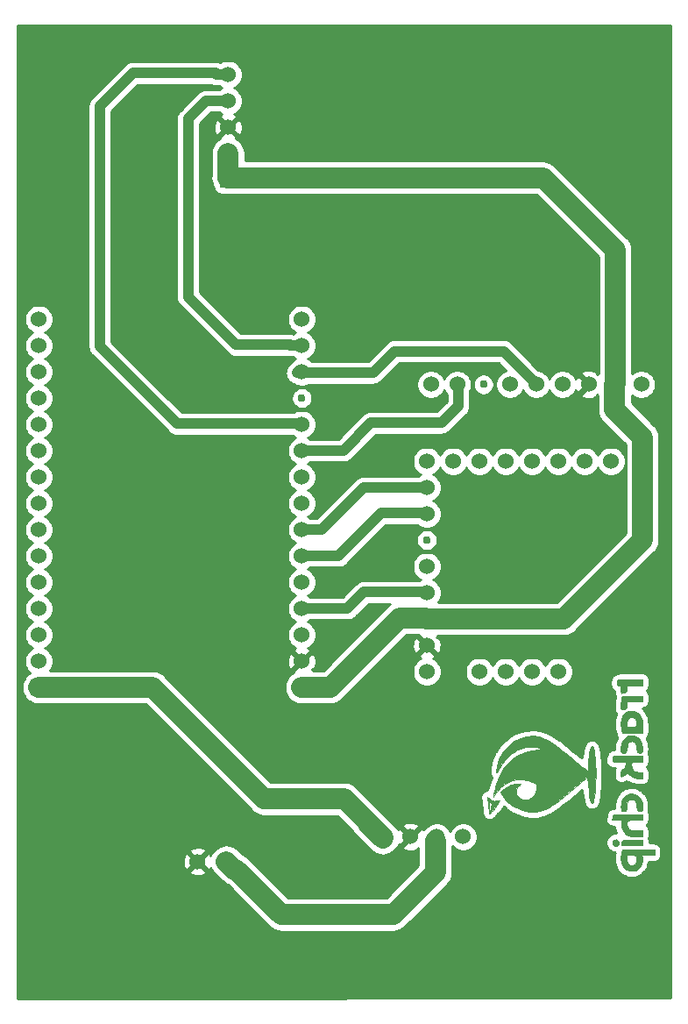
<source format=gbr>
%TF.GenerationSoftware,KiCad,Pcbnew,(5.1.4)-1*%
%TF.CreationDate,2021-02-11T10:43:44+01:00*%
%TF.ProjectId,version_sigfox,76657273-696f-46e5-9f73-6967666f782e,rev?*%
%TF.SameCoordinates,Original*%
%TF.FileFunction,Copper,L2,Bot*%
%TF.FilePolarity,Positive*%
%FSLAX46Y46*%
G04 Gerber Fmt 4.6, Leading zero omitted, Abs format (unit mm)*
G04 Created by KiCad (PCBNEW (5.1.4)-1) date 2021-02-11 10:43:44*
%MOMM*%
%LPD*%
G04 APERTURE LIST*
%TA.AperFunction,EtchedComponent*%
%ADD10C,0.010000*%
%TD*%
%TA.AperFunction,ComponentPad*%
%ADD11C,1.524000*%
%TD*%
%TA.AperFunction,ComponentPad*%
%ADD12C,0.770000*%
%TD*%
%TA.AperFunction,ComponentPad*%
%ADD13R,1.524000X1.524000*%
%TD*%
%TA.AperFunction,Conductor*%
%ADD14C,1.000000*%
%TD*%
%TA.AperFunction,Conductor*%
%ADD15C,2.000000*%
%TD*%
%TA.AperFunction,Conductor*%
%ADD16C,0.254000*%
%TD*%
G04 APERTURE END LIST*
D10*
%TO.C,G\002A\002A\002A*%
G36*
X161081429Y-130667507D02*
G01*
X161198068Y-131012287D01*
X161383994Y-131278266D01*
X161572148Y-131416053D01*
X161875310Y-131510222D01*
X162200949Y-131517598D01*
X162499419Y-131440164D01*
X162617284Y-131374276D01*
X162863097Y-131127718D01*
X163029922Y-130806491D01*
X163098983Y-130452660D01*
X163094413Y-130305342D01*
X163061283Y-129987842D01*
X164261800Y-129987842D01*
X164261800Y-129453105D01*
X161594800Y-129453105D01*
X161594800Y-129987842D01*
X162034008Y-129987842D01*
X162283810Y-129993418D01*
X162433166Y-130025666D01*
X162508589Y-130107870D01*
X162536592Y-130263310D01*
X162542286Y-130434175D01*
X162527319Y-130640406D01*
X162457303Y-130777911D01*
X162379986Y-130851938D01*
X162156745Y-130972500D01*
X161941991Y-130960368D01*
X161750663Y-130826406D01*
X161649366Y-130686786D01*
X161603391Y-130514447D01*
X161594800Y-130325091D01*
X161594800Y-129987842D01*
X161594800Y-129453105D01*
X161159304Y-129453105D01*
X161084312Y-129833347D01*
X161041153Y-130266877D01*
X161081429Y-130667507D01*
X161081429Y-130667507D01*
G37*
X161081429Y-130667507D02*
X161198068Y-131012287D01*
X161383994Y-131278266D01*
X161572148Y-131416053D01*
X161875310Y-131510222D01*
X162200949Y-131517598D01*
X162499419Y-131440164D01*
X162617284Y-131374276D01*
X162863097Y-131127718D01*
X163029922Y-130806491D01*
X163098983Y-130452660D01*
X163094413Y-130305342D01*
X163061283Y-129987842D01*
X164261800Y-129987842D01*
X164261800Y-129453105D01*
X161594800Y-129453105D01*
X161594800Y-129987842D01*
X162034008Y-129987842D01*
X162283810Y-129993418D01*
X162433166Y-130025666D01*
X162508589Y-130107870D01*
X162536592Y-130263310D01*
X162542286Y-130434175D01*
X162527319Y-130640406D01*
X162457303Y-130777911D01*
X162379986Y-130851938D01*
X162156745Y-130972500D01*
X161941991Y-130960368D01*
X161750663Y-130826406D01*
X161649366Y-130686786D01*
X161603391Y-130514447D01*
X161594800Y-130325091D01*
X161594800Y-129987842D01*
X161594800Y-129453105D01*
X161159304Y-129453105D01*
X161084312Y-129833347D01*
X161041153Y-130266877D01*
X161081429Y-130667507D01*
G36*
X160662357Y-113543613D02*
G01*
X160759727Y-113605237D01*
X160832800Y-113611526D01*
X160941705Y-113617699D01*
X160998390Y-113658155D01*
X161019904Y-113765799D01*
X161023299Y-113973536D01*
X161023300Y-113979158D01*
X161029921Y-114180527D01*
X161047000Y-114314060D01*
X161063557Y-114346789D01*
X161144864Y-114329185D01*
X161297791Y-114285340D01*
X161349307Y-114269367D01*
X161502766Y-114211883D01*
X161573693Y-114137232D01*
X161593841Y-113997865D01*
X161594800Y-113901735D01*
X161594800Y-113611526D01*
X163118800Y-113611526D01*
X163118800Y-113009947D01*
X161919706Y-113009947D01*
X161502288Y-113010362D01*
X161194452Y-113013020D01*
X160978783Y-113020036D01*
X160837862Y-113033528D01*
X160754272Y-113055613D01*
X160710596Y-113088408D01*
X160689418Y-113134029D01*
X160682323Y-113160342D01*
X160638577Y-113401378D01*
X160662357Y-113543613D01*
X160662357Y-113543613D01*
G37*
X160662357Y-113543613D02*
X160759727Y-113605237D01*
X160832800Y-113611526D01*
X160941705Y-113617699D01*
X160998390Y-113658155D01*
X161019904Y-113765799D01*
X161023299Y-113973536D01*
X161023300Y-113979158D01*
X161029921Y-114180527D01*
X161047000Y-114314060D01*
X161063557Y-114346789D01*
X161144864Y-114329185D01*
X161297791Y-114285340D01*
X161349307Y-114269367D01*
X161502766Y-114211883D01*
X161573693Y-114137232D01*
X161593841Y-113997865D01*
X161594800Y-113901735D01*
X161594800Y-113611526D01*
X163118800Y-113611526D01*
X163118800Y-113009947D01*
X161919706Y-113009947D01*
X161502288Y-113010362D01*
X161194452Y-113013020D01*
X160978783Y-113020036D01*
X160837862Y-113033528D01*
X160754272Y-113055613D01*
X160710596Y-113088408D01*
X160689418Y-113134029D01*
X160682323Y-113160342D01*
X160638577Y-113401378D01*
X160662357Y-113543613D01*
G36*
X161030399Y-115796570D02*
G01*
X161055514Y-115895733D01*
X161056440Y-115896761D01*
X161132814Y-115903026D01*
X161283135Y-115876165D01*
X161339214Y-115861508D01*
X161493150Y-115809449D01*
X161569067Y-115737735D01*
X161599213Y-115601362D01*
X161607699Y-115486842D01*
X161626550Y-115182315D01*
X162372675Y-115163484D01*
X163118800Y-115144652D01*
X163118800Y-114614158D01*
X161165376Y-114614158D01*
X161094338Y-114911125D01*
X161056851Y-115123698D01*
X161032646Y-115369499D01*
X161023303Y-115607475D01*
X161030399Y-115796570D01*
X161030399Y-115796570D01*
G37*
X161030399Y-115796570D02*
X161055514Y-115895733D01*
X161056440Y-115896761D01*
X161132814Y-115903026D01*
X161283135Y-115876165D01*
X161339214Y-115861508D01*
X161493150Y-115809449D01*
X161569067Y-115737735D01*
X161599213Y-115601362D01*
X161607699Y-115486842D01*
X161626550Y-115182315D01*
X162372675Y-115163484D01*
X163118800Y-115144652D01*
X163118800Y-114614158D01*
X161165376Y-114614158D01*
X161094338Y-114911125D01*
X161056851Y-115123698D01*
X161032646Y-115369499D01*
X161023303Y-115607475D01*
X161030399Y-115796570D01*
G36*
X161079945Y-117796147D02*
G01*
X161094338Y-117859822D01*
X161165376Y-118156789D01*
X163118800Y-118156789D01*
X163118800Y-117532302D01*
X163113481Y-117209791D01*
X163093186Y-116979905D01*
X163051403Y-116801880D01*
X162981623Y-116634955D01*
X162972576Y-116616748D01*
X162764884Y-116329746D01*
X162489951Y-116132024D01*
X162176315Y-116035825D01*
X162162072Y-116036597D01*
X162162072Y-116625947D01*
X162353707Y-116726232D01*
X162415691Y-116795540D01*
X162517690Y-117014684D01*
X162542808Y-117261522D01*
X162487000Y-117478564D01*
X162466152Y-117512792D01*
X162390731Y-117580211D01*
X162264267Y-117610700D01*
X162052497Y-117611428D01*
X162005777Y-117609120D01*
X161626550Y-117588631D01*
X161607219Y-117271731D01*
X161607284Y-117054767D01*
X161652131Y-116908951D01*
X161747207Y-116787126D01*
X161951061Y-116646134D01*
X162162072Y-116625947D01*
X162162072Y-116036597D01*
X161852515Y-116053391D01*
X161741808Y-116088784D01*
X161436505Y-116276536D01*
X161212020Y-116556594D01*
X161074001Y-116913512D01*
X161028094Y-117331845D01*
X161079945Y-117796147D01*
X161079945Y-117796147D01*
G37*
X161079945Y-117796147D02*
X161094338Y-117859822D01*
X161165376Y-118156789D01*
X163118800Y-118156789D01*
X163118800Y-117532302D01*
X163113481Y-117209791D01*
X163093186Y-116979905D01*
X163051403Y-116801880D01*
X162981623Y-116634955D01*
X162972576Y-116616748D01*
X162764884Y-116329746D01*
X162489951Y-116132024D01*
X162176315Y-116035825D01*
X162162072Y-116036597D01*
X162162072Y-116625947D01*
X162353707Y-116726232D01*
X162415691Y-116795540D01*
X162517690Y-117014684D01*
X162542808Y-117261522D01*
X162487000Y-117478564D01*
X162466152Y-117512792D01*
X162390731Y-117580211D01*
X162264267Y-117610700D01*
X162052497Y-117611428D01*
X162005777Y-117609120D01*
X161626550Y-117588631D01*
X161607219Y-117271731D01*
X161607284Y-117054767D01*
X161652131Y-116908951D01*
X161747207Y-116787126D01*
X161951061Y-116646134D01*
X162162072Y-116625947D01*
X162162072Y-116036597D01*
X161852515Y-116053391D01*
X161741808Y-116088784D01*
X161436505Y-116276536D01*
X161212020Y-116556594D01*
X161074001Y-116913512D01*
X161028094Y-117331845D01*
X161079945Y-117796147D01*
G36*
X161036269Y-119923173D02*
G01*
X161079687Y-120075409D01*
X161168509Y-120134567D01*
X161316718Y-120120319D01*
X161347188Y-120112457D01*
X161472471Y-120069556D01*
X161541778Y-120002508D01*
X161578223Y-119872710D01*
X161600019Y-119690195D01*
X161636738Y-119408329D01*
X161686940Y-119227157D01*
X161765362Y-119113697D01*
X161886743Y-119034966D01*
X161894464Y-119031225D01*
X162072122Y-118985525D01*
X162235658Y-119028291D01*
X162364459Y-119102903D01*
X162448027Y-119211838D01*
X162501277Y-119387313D01*
X162539120Y-119661539D01*
X162542080Y-119690195D01*
X162568806Y-119901171D01*
X162609256Y-120017431D01*
X162686543Y-120077579D01*
X162794911Y-120112457D01*
X162954029Y-120136722D01*
X163051501Y-120090758D01*
X163101309Y-119954897D01*
X163117437Y-119709466D01*
X163117827Y-119658189D01*
X163058818Y-119241760D01*
X162975925Y-119023729D01*
X162768474Y-118709081D01*
X162501728Y-118511798D01*
X162169669Y-118427894D01*
X162071050Y-118424158D01*
X161725643Y-118484748D01*
X161434855Y-118655972D01*
X161212107Y-118922011D01*
X161070817Y-119267043D01*
X161024272Y-119658189D01*
X161036269Y-119923173D01*
X161036269Y-119923173D01*
G37*
X161036269Y-119923173D02*
X161079687Y-120075409D01*
X161168509Y-120134567D01*
X161316718Y-120120319D01*
X161347188Y-120112457D01*
X161472471Y-120069556D01*
X161541778Y-120002508D01*
X161578223Y-119872710D01*
X161600019Y-119690195D01*
X161636738Y-119408329D01*
X161686940Y-119227157D01*
X161765362Y-119113697D01*
X161886743Y-119034966D01*
X161894464Y-119031225D01*
X162072122Y-118985525D01*
X162235658Y-119028291D01*
X162364459Y-119102903D01*
X162448027Y-119211838D01*
X162501277Y-119387313D01*
X162539120Y-119661539D01*
X162542080Y-119690195D01*
X162568806Y-119901171D01*
X162609256Y-120017431D01*
X162686543Y-120077579D01*
X162794911Y-120112457D01*
X162954029Y-120136722D01*
X163051501Y-120090758D01*
X163101309Y-119954897D01*
X163117437Y-119709466D01*
X163117827Y-119658189D01*
X163058818Y-119241760D01*
X162975925Y-119023729D01*
X162768474Y-118709081D01*
X162501728Y-118511798D01*
X162169669Y-118427894D01*
X162071050Y-118424158D01*
X161725643Y-118484748D01*
X161434855Y-118655972D01*
X161212107Y-118922011D01*
X161070817Y-119267043D01*
X161024272Y-119658189D01*
X161036269Y-119923173D01*
G36*
X160257856Y-120923805D02*
G01*
X160394493Y-120953648D01*
X160629333Y-120963337D01*
X160832800Y-120964158D01*
X161467800Y-120964158D01*
X161467800Y-121254421D01*
X161456673Y-121445447D01*
X161403399Y-121559309D01*
X161278135Y-121651902D01*
X161245550Y-121670674D01*
X161110213Y-121759134D01*
X161044972Y-121855682D01*
X161024576Y-122011141D01*
X161023300Y-122118025D01*
X161026785Y-122308564D01*
X161047543Y-122391675D01*
X161101023Y-122393603D01*
X161166175Y-122360716D01*
X161326012Y-122262585D01*
X161475310Y-122159556D01*
X161594960Y-122080768D01*
X161669916Y-122084618D01*
X161758071Y-122174939D01*
X161761060Y-122178474D01*
X161997308Y-122370301D01*
X162315865Y-122504012D01*
X162678888Y-122564797D01*
X162753675Y-122566900D01*
X163118800Y-122568368D01*
X163118800Y-121966789D01*
X162737800Y-121966789D01*
X162492781Y-121954696D01*
X162334664Y-121911720D01*
X162231415Y-121834805D01*
X162085396Y-121588946D01*
X162044006Y-121275041D01*
X162050216Y-121189471D01*
X162071050Y-120997579D01*
X163118800Y-120958751D01*
X163118800Y-120429421D01*
X160321656Y-120429421D01*
X160259728Y-120600877D01*
X160208218Y-120758669D01*
X160201679Y-120862562D01*
X160257856Y-120923805D01*
X160257856Y-120923805D01*
G37*
X160257856Y-120923805D02*
X160394493Y-120953648D01*
X160629333Y-120963337D01*
X160832800Y-120964158D01*
X161467800Y-120964158D01*
X161467800Y-121254421D01*
X161456673Y-121445447D01*
X161403399Y-121559309D01*
X161278135Y-121651902D01*
X161245550Y-121670674D01*
X161110213Y-121759134D01*
X161044972Y-121855682D01*
X161024576Y-122011141D01*
X161023300Y-122118025D01*
X161026785Y-122308564D01*
X161047543Y-122391675D01*
X161101023Y-122393603D01*
X161166175Y-122360716D01*
X161326012Y-122262585D01*
X161475310Y-122159556D01*
X161594960Y-122080768D01*
X161669916Y-122084618D01*
X161758071Y-122174939D01*
X161761060Y-122178474D01*
X161997308Y-122370301D01*
X162315865Y-122504012D01*
X162678888Y-122564797D01*
X162753675Y-122566900D01*
X163118800Y-122568368D01*
X163118800Y-121966789D01*
X162737800Y-121966789D01*
X162492781Y-121954696D01*
X162334664Y-121911720D01*
X162231415Y-121834805D01*
X162085396Y-121588946D01*
X162044006Y-121275041D01*
X162050216Y-121189471D01*
X162071050Y-120997579D01*
X163118800Y-120958751D01*
X163118800Y-120429421D01*
X160321656Y-120429421D01*
X160259728Y-120600877D01*
X160208218Y-120758669D01*
X160201679Y-120862562D01*
X160257856Y-120923805D01*
G36*
X161050759Y-125552065D02*
G01*
X161083401Y-125711777D01*
X161106247Y-125752699D01*
X161181630Y-125758955D01*
X161326628Y-125732579D01*
X161349711Y-125726548D01*
X161477685Y-125682288D01*
X161543336Y-125612775D01*
X161571150Y-125476791D01*
X161580267Y-125338396D01*
X161621089Y-125017378D01*
X161711123Y-124800766D01*
X161861287Y-124665501D01*
X161910367Y-124641316D01*
X162097439Y-124600876D01*
X162244151Y-124644291D01*
X162406613Y-124767694D01*
X162507104Y-124965011D01*
X162556767Y-125260590D01*
X162561832Y-125338396D01*
X162578377Y-125537439D01*
X162617331Y-125644037D01*
X162703179Y-125699406D01*
X162792388Y-125726548D01*
X162944634Y-125755655D01*
X163036293Y-125750688D01*
X163041170Y-125747101D01*
X163075437Y-125643551D01*
X163092847Y-125453642D01*
X163093556Y-125223494D01*
X163077717Y-124999228D01*
X163045485Y-124826963D01*
X163038014Y-124805193D01*
X162854259Y-124468581D01*
X162608111Y-124222728D01*
X162320431Y-124076738D01*
X162012080Y-124039715D01*
X161703917Y-124120760D01*
X161600940Y-124178077D01*
X161336431Y-124392821D01*
X161165522Y-124653877D01*
X161082992Y-124891407D01*
X161049274Y-125094458D01*
X161038956Y-125330485D01*
X161050759Y-125552065D01*
X161050759Y-125552065D01*
G37*
X161050759Y-125552065D02*
X161083401Y-125711777D01*
X161106247Y-125752699D01*
X161181630Y-125758955D01*
X161326628Y-125732579D01*
X161349711Y-125726548D01*
X161477685Y-125682288D01*
X161543336Y-125612775D01*
X161571150Y-125476791D01*
X161580267Y-125338396D01*
X161621089Y-125017378D01*
X161711123Y-124800766D01*
X161861287Y-124665501D01*
X161910367Y-124641316D01*
X162097439Y-124600876D01*
X162244151Y-124644291D01*
X162406613Y-124767694D01*
X162507104Y-124965011D01*
X162556767Y-125260590D01*
X162561832Y-125338396D01*
X162578377Y-125537439D01*
X162617331Y-125644037D01*
X162703179Y-125699406D01*
X162792388Y-125726548D01*
X162944634Y-125755655D01*
X163036293Y-125750688D01*
X163041170Y-125747101D01*
X163075437Y-125643551D01*
X163092847Y-125453642D01*
X163093556Y-125223494D01*
X163077717Y-124999228D01*
X163045485Y-124826963D01*
X163038014Y-124805193D01*
X162854259Y-124468581D01*
X162608111Y-124222728D01*
X162320431Y-124076738D01*
X162012080Y-124039715D01*
X161703917Y-124120760D01*
X161600940Y-124178077D01*
X161336431Y-124392821D01*
X161165522Y-124653877D01*
X161082992Y-124891407D01*
X161049274Y-125094458D01*
X161038956Y-125330485D01*
X161050759Y-125552065D01*
G36*
X161088300Y-126578894D02*
G01*
X161049796Y-126832360D01*
X161048469Y-127174187D01*
X161135802Y-127503453D01*
X161297682Y-127770415D01*
X161323912Y-127798401D01*
X161545132Y-127979624D01*
X161800378Y-128098015D01*
X162118845Y-128162770D01*
X162529734Y-128183086D01*
X162545260Y-128183105D01*
X163118800Y-128183105D01*
X163118800Y-127581526D01*
X162494868Y-127581526D01*
X162203176Y-127578860D01*
X162009323Y-127566921D01*
X161884190Y-127539797D01*
X161798658Y-127491576D01*
X161732868Y-127426823D01*
X161640738Y-127255835D01*
X161595916Y-127035449D01*
X161602803Y-126820258D01*
X161665798Y-126664856D01*
X161671000Y-126659105D01*
X161780195Y-126617093D01*
X162010391Y-126590266D01*
X162356350Y-126579177D01*
X162433000Y-126578894D01*
X163118800Y-126578894D01*
X163118800Y-126044158D01*
X161725547Y-126044158D01*
X161318208Y-126046343D01*
X160955289Y-126052461D01*
X160655430Y-126061854D01*
X160437268Y-126073865D01*
X160319442Y-126087837D01*
X160304264Y-126094289D01*
X160272593Y-126189357D01*
X160234091Y-126351353D01*
X160231972Y-126361658D01*
X160187709Y-126578894D01*
X161088300Y-126578894D01*
X161088300Y-126578894D01*
G37*
X161088300Y-126578894D02*
X161049796Y-126832360D01*
X161048469Y-127174187D01*
X161135802Y-127503453D01*
X161297682Y-127770415D01*
X161323912Y-127798401D01*
X161545132Y-127979624D01*
X161800378Y-128098015D01*
X162118845Y-128162770D01*
X162529734Y-128183086D01*
X162545260Y-128183105D01*
X163118800Y-128183105D01*
X163118800Y-127581526D01*
X162494868Y-127581526D01*
X162203176Y-127578860D01*
X162009323Y-127566921D01*
X161884190Y-127539797D01*
X161798658Y-127491576D01*
X161732868Y-127426823D01*
X161640738Y-127255835D01*
X161595916Y-127035449D01*
X161602803Y-126820258D01*
X161665798Y-126664856D01*
X161671000Y-126659105D01*
X161780195Y-126617093D01*
X162010391Y-126590266D01*
X162356350Y-126579177D01*
X162433000Y-126578894D01*
X163118800Y-126578894D01*
X163118800Y-126044158D01*
X161725547Y-126044158D01*
X161318208Y-126046343D01*
X160955289Y-126052461D01*
X160655430Y-126061854D01*
X160437268Y-126073865D01*
X160319442Y-126087837D01*
X160304264Y-126094289D01*
X160272593Y-126189357D01*
X160234091Y-126351353D01*
X160231972Y-126361658D01*
X160187709Y-126578894D01*
X161088300Y-126578894D01*
G36*
X163118800Y-129052052D02*
G01*
X163118800Y-128517315D01*
X162141343Y-128517315D01*
X161753636Y-128518361D01*
X161474936Y-128525740D01*
X161287251Y-128545820D01*
X161172587Y-128584967D01*
X161112953Y-128649545D01*
X161090355Y-128745921D01*
X161086800Y-128880461D01*
X161086800Y-129052052D01*
X163118800Y-129052052D01*
X163118800Y-129052052D01*
G37*
X163118800Y-129052052D02*
X163118800Y-128517315D01*
X162141343Y-128517315D01*
X161753636Y-128518361D01*
X161474936Y-128525740D01*
X161287251Y-128545820D01*
X161172587Y-128584967D01*
X161112953Y-128649545D01*
X161090355Y-128745921D01*
X161086800Y-128880461D01*
X161086800Y-129052052D01*
X163118800Y-129052052D01*
G36*
X160313925Y-129008271D02*
G01*
X160488049Y-129109339D01*
X160655237Y-129077863D01*
X160733014Y-129013857D01*
X160824333Y-128843682D01*
X160794602Y-128672696D01*
X160674050Y-128544590D01*
X160549767Y-128473866D01*
X160452046Y-128485305D01*
X160356550Y-128544590D01*
X160224196Y-128692612D01*
X160214260Y-128857907D01*
X160313925Y-129008271D01*
X160313925Y-129008271D01*
G37*
X160313925Y-129008271D02*
X160488049Y-129109339D01*
X160655237Y-129077863D01*
X160733014Y-129013857D01*
X160824333Y-128843682D01*
X160794602Y-128672696D01*
X160674050Y-128544590D01*
X160549767Y-128473866D01*
X160452046Y-128485305D01*
X160356550Y-128544590D01*
X160224196Y-128692612D01*
X160214260Y-128857907D01*
X160313925Y-129008271D01*
G36*
X148723768Y-124334683D02*
G01*
X148763595Y-124311913D01*
X148848168Y-124197369D01*
X148987956Y-123982483D01*
X149052991Y-123880207D01*
X149418891Y-123415648D01*
X149852952Y-123059299D01*
X150345204Y-122813982D01*
X150885674Y-122682517D01*
X151464390Y-122667725D01*
X152071382Y-122772426D01*
X152485213Y-122909368D01*
X152683669Y-122995880D01*
X152793624Y-123076958D01*
X152848435Y-123184820D01*
X152869592Y-123280604D01*
X152869903Y-123608682D01*
X152771132Y-123949697D01*
X152594948Y-124245497D01*
X152357481Y-124464339D01*
X152085847Y-124591546D01*
X151800891Y-124634154D01*
X151523457Y-124599199D01*
X151274391Y-124493715D01*
X151074536Y-124324739D01*
X150944737Y-124099306D01*
X150905838Y-123824452D01*
X150924562Y-123681703D01*
X150987642Y-123473000D01*
X151067436Y-123321580D01*
X151145764Y-123258125D01*
X151172119Y-123263930D01*
X151241555Y-123242572D01*
X151303149Y-123186525D01*
X151337828Y-123133907D01*
X151310763Y-123106952D01*
X151201415Y-123101642D01*
X150989244Y-123113958D01*
X150947922Y-123117029D01*
X150442064Y-123214120D01*
X149969737Y-123418251D01*
X149600297Y-123683706D01*
X149385044Y-123878260D01*
X149563488Y-124175814D01*
X149932615Y-124672107D01*
X150388700Y-125091868D01*
X150911319Y-125426415D01*
X151480048Y-125667063D01*
X152074463Y-125805130D01*
X152674141Y-125831931D01*
X153247083Y-125741923D01*
X153464307Y-125676233D01*
X153677231Y-125593684D01*
X153898738Y-125485730D01*
X154141712Y-125343826D01*
X154419033Y-125159429D01*
X154743587Y-124923992D01*
X155128256Y-124628972D01*
X155585922Y-124265823D01*
X156102050Y-123848319D01*
X157816550Y-122453053D01*
X157863671Y-123162421D01*
X157913123Y-123769271D01*
X157972529Y-124254994D01*
X158041291Y-124617006D01*
X158118815Y-124852726D01*
X158204502Y-124959572D01*
X158276786Y-124951681D01*
X158349602Y-124838394D01*
X158415141Y-124609455D01*
X158472314Y-124282735D01*
X158520029Y-123876107D01*
X158557199Y-123407444D01*
X158582733Y-122894618D01*
X158595541Y-122355502D01*
X158594534Y-121807968D01*
X158578623Y-121269888D01*
X158546717Y-120759135D01*
X158538325Y-120661890D01*
X158485679Y-120206578D01*
X158421287Y-119854952D01*
X158347922Y-119612351D01*
X158268363Y-119484115D01*
X158185383Y-119475583D01*
X158101758Y-119592095D01*
X158051853Y-119726091D01*
X158015439Y-119893094D01*
X157975282Y-120158751D01*
X157935949Y-120488318D01*
X157902007Y-120847052D01*
X157898087Y-120895828D01*
X157871051Y-121227832D01*
X157846411Y-121508283D01*
X157826501Y-121712175D01*
X157813653Y-121814503D01*
X157811710Y-121821456D01*
X157760742Y-121789226D01*
X157630168Y-121691324D01*
X157440618Y-121544171D01*
X157212718Y-121364191D01*
X156967095Y-121167805D01*
X156724377Y-120971437D01*
X156505191Y-120791508D01*
X156330165Y-120644442D01*
X156292550Y-120611972D01*
X156223000Y-120555310D01*
X156069700Y-120432628D01*
X155850489Y-120258132D01*
X155583208Y-120046027D01*
X155340050Y-119853504D01*
X154740977Y-119404008D01*
X154191998Y-119041680D01*
X153701844Y-118771663D01*
X153279246Y-118599100D01*
X153149300Y-118562772D01*
X152545637Y-118484785D01*
X151934066Y-118531091D01*
X151334171Y-118695466D01*
X150765534Y-118971688D01*
X150247737Y-119353536D01*
X150045170Y-119549097D01*
X149752007Y-119899056D01*
X149487032Y-120295534D01*
X149273436Y-120698926D01*
X149134407Y-121069627D01*
X149118757Y-121131263D01*
X149075475Y-121348929D01*
X149039280Y-121584273D01*
X149014293Y-121800937D01*
X149004632Y-121962561D01*
X149014416Y-122032787D01*
X149016553Y-122033384D01*
X149061156Y-121978261D01*
X149145540Y-121832629D01*
X149252996Y-121625715D01*
X149274488Y-121582200D01*
X149491326Y-121219678D01*
X149785681Y-120838205D01*
X150125338Y-120472292D01*
X150478082Y-120156450D01*
X150811698Y-119925193D01*
X150831550Y-119914133D01*
X151328365Y-119697228D01*
X151852931Y-119566544D01*
X152376162Y-119524404D01*
X152868973Y-119573127D01*
X153302276Y-119715037D01*
X153305679Y-119716677D01*
X153612025Y-119864829D01*
X153121318Y-119838746D01*
X152441520Y-119866394D01*
X151792412Y-120017703D01*
X151182029Y-120284796D01*
X150618403Y-120659793D01*
X150109567Y-121134816D01*
X149663554Y-121701988D01*
X149288396Y-122353430D01*
X148992127Y-123081265D01*
X148782780Y-123877613D01*
X148736473Y-124139158D01*
X148718217Y-124274243D01*
X148723768Y-124334683D01*
X148723768Y-124334683D01*
G37*
X148723768Y-124334683D02*
X148763595Y-124311913D01*
X148848168Y-124197369D01*
X148987956Y-123982483D01*
X149052991Y-123880207D01*
X149418891Y-123415648D01*
X149852952Y-123059299D01*
X150345204Y-122813982D01*
X150885674Y-122682517D01*
X151464390Y-122667725D01*
X152071382Y-122772426D01*
X152485213Y-122909368D01*
X152683669Y-122995880D01*
X152793624Y-123076958D01*
X152848435Y-123184820D01*
X152869592Y-123280604D01*
X152869903Y-123608682D01*
X152771132Y-123949697D01*
X152594948Y-124245497D01*
X152357481Y-124464339D01*
X152085847Y-124591546D01*
X151800891Y-124634154D01*
X151523457Y-124599199D01*
X151274391Y-124493715D01*
X151074536Y-124324739D01*
X150944737Y-124099306D01*
X150905838Y-123824452D01*
X150924562Y-123681703D01*
X150987642Y-123473000D01*
X151067436Y-123321580D01*
X151145764Y-123258125D01*
X151172119Y-123263930D01*
X151241555Y-123242572D01*
X151303149Y-123186525D01*
X151337828Y-123133907D01*
X151310763Y-123106952D01*
X151201415Y-123101642D01*
X150989244Y-123113958D01*
X150947922Y-123117029D01*
X150442064Y-123214120D01*
X149969737Y-123418251D01*
X149600297Y-123683706D01*
X149385044Y-123878260D01*
X149563488Y-124175814D01*
X149932615Y-124672107D01*
X150388700Y-125091868D01*
X150911319Y-125426415D01*
X151480048Y-125667063D01*
X152074463Y-125805130D01*
X152674141Y-125831931D01*
X153247083Y-125741923D01*
X153464307Y-125676233D01*
X153677231Y-125593684D01*
X153898738Y-125485730D01*
X154141712Y-125343826D01*
X154419033Y-125159429D01*
X154743587Y-124923992D01*
X155128256Y-124628972D01*
X155585922Y-124265823D01*
X156102050Y-123848319D01*
X157816550Y-122453053D01*
X157863671Y-123162421D01*
X157913123Y-123769271D01*
X157972529Y-124254994D01*
X158041291Y-124617006D01*
X158118815Y-124852726D01*
X158204502Y-124959572D01*
X158276786Y-124951681D01*
X158349602Y-124838394D01*
X158415141Y-124609455D01*
X158472314Y-124282735D01*
X158520029Y-123876107D01*
X158557199Y-123407444D01*
X158582733Y-122894618D01*
X158595541Y-122355502D01*
X158594534Y-121807968D01*
X158578623Y-121269888D01*
X158546717Y-120759135D01*
X158538325Y-120661890D01*
X158485679Y-120206578D01*
X158421287Y-119854952D01*
X158347922Y-119612351D01*
X158268363Y-119484115D01*
X158185383Y-119475583D01*
X158101758Y-119592095D01*
X158051853Y-119726091D01*
X158015439Y-119893094D01*
X157975282Y-120158751D01*
X157935949Y-120488318D01*
X157902007Y-120847052D01*
X157898087Y-120895828D01*
X157871051Y-121227832D01*
X157846411Y-121508283D01*
X157826501Y-121712175D01*
X157813653Y-121814503D01*
X157811710Y-121821456D01*
X157760742Y-121789226D01*
X157630168Y-121691324D01*
X157440618Y-121544171D01*
X157212718Y-121364191D01*
X156967095Y-121167805D01*
X156724377Y-120971437D01*
X156505191Y-120791508D01*
X156330165Y-120644442D01*
X156292550Y-120611972D01*
X156223000Y-120555310D01*
X156069700Y-120432628D01*
X155850489Y-120258132D01*
X155583208Y-120046027D01*
X155340050Y-119853504D01*
X154740977Y-119404008D01*
X154191998Y-119041680D01*
X153701844Y-118771663D01*
X153279246Y-118599100D01*
X153149300Y-118562772D01*
X152545637Y-118484785D01*
X151934066Y-118531091D01*
X151334171Y-118695466D01*
X150765534Y-118971688D01*
X150247737Y-119353536D01*
X150045170Y-119549097D01*
X149752007Y-119899056D01*
X149487032Y-120295534D01*
X149273436Y-120698926D01*
X149134407Y-121069627D01*
X149118757Y-121131263D01*
X149075475Y-121348929D01*
X149039280Y-121584273D01*
X149014293Y-121800937D01*
X149004632Y-121962561D01*
X149014416Y-122032787D01*
X149016553Y-122033384D01*
X149061156Y-121978261D01*
X149145540Y-121832629D01*
X149252996Y-121625715D01*
X149274488Y-121582200D01*
X149491326Y-121219678D01*
X149785681Y-120838205D01*
X150125338Y-120472292D01*
X150478082Y-120156450D01*
X150811698Y-119925193D01*
X150831550Y-119914133D01*
X151328365Y-119697228D01*
X151852931Y-119566544D01*
X152376162Y-119524404D01*
X152868973Y-119573127D01*
X153302276Y-119715037D01*
X153305679Y-119716677D01*
X153612025Y-119864829D01*
X153121318Y-119838746D01*
X152441520Y-119866394D01*
X151792412Y-120017703D01*
X151182029Y-120284796D01*
X150618403Y-120659793D01*
X150109567Y-121134816D01*
X149663554Y-121701988D01*
X149288396Y-122353430D01*
X148992127Y-123081265D01*
X148782780Y-123877613D01*
X148736473Y-124139158D01*
X148718217Y-124274243D01*
X148723768Y-124334683D01*
G36*
X148151075Y-124612271D02*
G01*
X148176192Y-124813302D01*
X148205461Y-125087972D01*
X148232450Y-125375736D01*
X148259026Y-125630181D01*
X148288970Y-125837179D01*
X148316309Y-125956317D01*
X148319245Y-125963019D01*
X148377873Y-125955982D01*
X148503136Y-125837723D01*
X148693501Y-125609811D01*
X148803357Y-125467462D01*
X149032268Y-125165521D01*
X149187502Y-124954544D01*
X149272951Y-124819643D01*
X149292507Y-124745927D01*
X149250059Y-124718510D01*
X149149501Y-124722501D01*
X148994722Y-124743014D01*
X148992626Y-124743290D01*
X148780688Y-124764873D01*
X148638924Y-124749536D01*
X148512163Y-124681866D01*
X148373372Y-124570310D01*
X148241964Y-124459150D01*
X148241964Y-124673894D01*
X148402819Y-124829203D01*
X148491748Y-124923053D01*
X148530753Y-125010129D01*
X148526288Y-125134844D01*
X148484808Y-125341614D01*
X148480270Y-125362186D01*
X148440017Y-125574864D01*
X148422346Y-125733495D01*
X148427331Y-125791745D01*
X148410786Y-125840787D01*
X148390547Y-125843631D01*
X148344629Y-125785194D01*
X148322982Y-125642856D01*
X148322748Y-125626394D01*
X148314949Y-125431932D01*
X148295700Y-125178949D01*
X148282080Y-125041526D01*
X148241964Y-124673894D01*
X148241964Y-124459150D01*
X148113076Y-124350121D01*
X148151075Y-124612271D01*
X148151075Y-124612271D01*
G37*
X148151075Y-124612271D02*
X148176192Y-124813302D01*
X148205461Y-125087972D01*
X148232450Y-125375736D01*
X148259026Y-125630181D01*
X148288970Y-125837179D01*
X148316309Y-125956317D01*
X148319245Y-125963019D01*
X148377873Y-125955982D01*
X148503136Y-125837723D01*
X148693501Y-125609811D01*
X148803357Y-125467462D01*
X149032268Y-125165521D01*
X149187502Y-124954544D01*
X149272951Y-124819643D01*
X149292507Y-124745927D01*
X149250059Y-124718510D01*
X149149501Y-124722501D01*
X148994722Y-124743014D01*
X148992626Y-124743290D01*
X148780688Y-124764873D01*
X148638924Y-124749536D01*
X148512163Y-124681866D01*
X148373372Y-124570310D01*
X148241964Y-124459150D01*
X148241964Y-124673894D01*
X148402819Y-124829203D01*
X148491748Y-124923053D01*
X148530753Y-125010129D01*
X148526288Y-125134844D01*
X148484808Y-125341614D01*
X148480270Y-125362186D01*
X148440017Y-125574864D01*
X148422346Y-125733495D01*
X148427331Y-125791745D01*
X148410786Y-125840787D01*
X148390547Y-125843631D01*
X148344629Y-125785194D01*
X148322982Y-125642856D01*
X148322748Y-125626394D01*
X148314949Y-125431932D01*
X148295700Y-125178949D01*
X148282080Y-125041526D01*
X148241964Y-124673894D01*
X148241964Y-124459150D01*
X148113076Y-124350121D01*
X148151075Y-124612271D01*
%TD*%
D11*
%TO.P,U7,1*%
%TO.N,VBAT*%
X122936000Y-130606800D03*
%TO.P,U7,2*%
%TO.N,GND*%
X120142000Y-130606800D03*
%TD*%
%TO.P,U1,4*%
%TO.N,5V*%
X138176000Y-128219200D03*
%TO.P,U1,3*%
%TO.N,GND*%
X140716000Y-128219200D03*
%TO.P,U1,2*%
%TO.N,VBAT*%
X143256000Y-128219200D03*
%TO.P,U1,1*%
%TO.N,N/C*%
X145796000Y-128219200D03*
%TD*%
%TO.P,U3,9*%
%TO.N,N/C*%
X163017200Y-84531200D03*
%TO.P,U3,8*%
%TO.N,3V3*%
X160477200Y-84531200D03*
%TO.P,U3,7*%
%TO.N,GND*%
X157937200Y-84531200D03*
%TO.P,U3,6*%
%TO.N,N/C*%
X155397200Y-84531200D03*
%TO.P,U3,5*%
%TO.N,TX0*%
X152857200Y-84531200D03*
%TO.P,U3,4*%
%TO.N,N/C*%
X150317200Y-84531200D03*
D12*
%TO.P,U3,3*%
X147777200Y-84531200D03*
D11*
%TO.P,U3,2*%
%TO.N,EN_GPS*%
X145237200Y-84531200D03*
%TO.P,U3,1*%
%TO.N,N/C*%
X142697200Y-84531200D03*
%TD*%
%TO.P,U2,1*%
%TO.N,N/C*%
X104800400Y-78232000D03*
%TO.P,U2,2*%
X104800400Y-80772000D03*
%TO.P,U2,3*%
X104800400Y-83312000D03*
%TO.P,U2,4*%
X104800400Y-85852000D03*
%TO.P,U2,5*%
X104800400Y-88392000D03*
%TO.P,U2,6*%
X104800400Y-90932000D03*
%TO.P,U2,7*%
X104800400Y-93472000D03*
%TO.P,U2,8*%
X104800400Y-96012000D03*
%TO.P,U2,9*%
X104800400Y-98552000D03*
%TO.P,U2,10*%
X104800400Y-101092000D03*
%TO.P,U2,11*%
X104800400Y-103632000D03*
%TO.P,U2,12*%
X104800400Y-106172000D03*
%TO.P,U2,13*%
X104800400Y-108712000D03*
D13*
%TO.P,U2,15*%
%TO.N,5V*%
X104800400Y-113792000D03*
D11*
%TO.P,U2,16*%
%TO.N,3V3*%
X130200400Y-113792000D03*
%TO.P,U2,17*%
%TO.N,GND*%
X130200400Y-111252000D03*
%TO.P,U2,18*%
%TO.N,N/C*%
X130200400Y-108712000D03*
%TO.P,U2,19*%
%TO.N,RST_WSL*%
X130200400Y-106172000D03*
%TO.P,U2,20*%
%TO.N,N/C*%
X130200400Y-103632000D03*
%TO.P,U2,21*%
%TO.N,RX2*%
X130200400Y-101092000D03*
%TO.P,U2,22*%
%TO.N,TX2*%
X130200400Y-98552000D03*
%TO.P,U2,23*%
%TO.N,N/C*%
X130200400Y-96012000D03*
%TO.P,U2,24*%
X130200400Y-93472000D03*
%TO.P,U2,25*%
%TO.N,EN_GPS*%
X130200400Y-90932000D03*
%TO.P,U2,26*%
%TO.N,SDA*%
X130200400Y-88392000D03*
D12*
%TO.P,U2,27*%
%TO.N,N/C*%
X130200400Y-85852000D03*
D11*
%TO.P,U2,28*%
%TO.N,TX0*%
X130200400Y-83312000D03*
%TO.P,U2,14*%
%TO.N,N/C*%
X104800400Y-111252000D03*
%TO.P,U2,29*%
%TO.N,SCL*%
X130200400Y-80772000D03*
%TO.P,U2,30*%
%TO.N,N/C*%
X130200400Y-78232000D03*
%TD*%
D13*
%TO.P,U4,1*%
%TO.N,3V3*%
X123088400Y-64770000D03*
D11*
%TO.P,U4,2*%
X123088400Y-62230000D03*
%TO.P,U4,3*%
%TO.N,GND*%
X123088400Y-59690000D03*
%TO.P,U4,4*%
%TO.N,SCL*%
X123088400Y-57150000D03*
%TO.P,U4,5*%
%TO.N,SDA*%
X123088400Y-54610000D03*
%TD*%
%TO.P,wisol1,1*%
%TO.N,TX2*%
X142290800Y-94488000D03*
%TO.P,wisol1,2*%
%TO.N,RX2*%
X142290800Y-97028000D03*
D12*
%TO.P,wisol1,3*%
%TO.N,N/C*%
X142290800Y-99568000D03*
D11*
%TO.P,wisol1,4*%
X142290800Y-102108000D03*
%TO.P,wisol1,5*%
%TO.N,RST_WSL*%
X142290800Y-104648000D03*
%TO.P,wisol1,6*%
%TO.N,3V3*%
X142290800Y-107188000D03*
%TO.P,wisol1,7*%
%TO.N,GND*%
X142290800Y-109728000D03*
%TO.P,wisol1,8*%
%TO.N,N/C*%
X142290800Y-112268000D03*
%TO.P,wisol1,9*%
X147370800Y-112268000D03*
%TO.P,wisol1,10*%
X149910800Y-112268000D03*
%TO.P,wisol1,11*%
X152450800Y-112268000D03*
%TO.P,wisol1,12*%
X154990800Y-112268000D03*
%TO.P,wisol1,13*%
X160070800Y-91948000D03*
%TO.P,wisol1,14*%
X157530800Y-91948000D03*
%TO.P,wisol1,15*%
X154990800Y-91948000D03*
%TO.P,wisol1,16*%
X152450800Y-91948000D03*
%TO.P,wisol1,17*%
X149910800Y-91948000D03*
%TO.P,wisol1,18*%
X147370800Y-91948000D03*
%TO.P,wisol1,19*%
X144830800Y-91948000D03*
%TO.P,wisol1,20*%
X142290800Y-91948000D03*
%TD*%
D14*
%TO.N,TX0*%
X151395199Y-83069199D02*
X151395199Y-83018399D01*
X152857200Y-84531200D02*
X151395199Y-83069199D01*
X151395199Y-83018399D02*
X149707600Y-81330800D01*
X149707600Y-81330800D02*
X139192000Y-81330800D01*
X139192000Y-81330800D02*
X137109200Y-83413600D01*
X137109200Y-83413600D02*
X129743200Y-83413600D01*
D15*
%TO.N,3V3*%
X123088400Y-62230000D02*
X123088400Y-64516000D01*
X123088400Y-64516000D02*
X123037600Y-64566800D01*
X123037600Y-64566800D02*
X133959600Y-64566800D01*
X133959600Y-64566800D02*
X153517600Y-64566800D01*
X153517600Y-64566800D02*
X160477200Y-71526400D01*
X160477200Y-71526400D02*
X160477200Y-84480400D01*
%TO.N,VBAT*%
X123697999Y-131368799D02*
X123850399Y-131368799D01*
X122936000Y-130606800D02*
X123697999Y-131368799D01*
X123850399Y-131368799D02*
X128219200Y-135737600D01*
X128219200Y-135737600D02*
X139039600Y-135737600D01*
X139039600Y-135737600D02*
X143103600Y-131673600D01*
X143103600Y-131673600D02*
X143103600Y-128625600D01*
D14*
%TO.N,RX2*%
X130200400Y-101092000D02*
X133756400Y-101092000D01*
X133756400Y-101092000D02*
X137871200Y-96977200D01*
X137871200Y-96977200D02*
X142290800Y-96977200D01*
%TO.N,TX2*%
X130200400Y-98552000D02*
X132130800Y-98552000D01*
X132130800Y-98552000D02*
X136194800Y-94488000D01*
X136194800Y-94488000D02*
X142189200Y-94488000D01*
%TO.N,SDA*%
X122010770Y-54610000D02*
X121858370Y-54457600D01*
X123088400Y-54610000D02*
X122010770Y-54610000D01*
X113893600Y-54457600D02*
X121858370Y-54457600D01*
X110693200Y-57658000D02*
X113893600Y-54457600D01*
X110693200Y-80873600D02*
X110693200Y-57658000D01*
X130251200Y-88341200D02*
X118160800Y-88341200D01*
X118160800Y-88341200D02*
X110693200Y-80873600D01*
%TO.N,SCL*%
X123088400Y-57150000D02*
X120954800Y-57150000D01*
X120954800Y-57150000D02*
X119227600Y-58877200D01*
X119227600Y-58877200D02*
X119227600Y-76098400D01*
X129122770Y-80772000D02*
X129071970Y-80721200D01*
X130200400Y-80772000D02*
X129122770Y-80772000D01*
X123850400Y-80721200D02*
X119227600Y-76098400D01*
X129071970Y-80721200D02*
X123850400Y-80721200D01*
%TO.N,EN_GPS*%
X130200400Y-90932000D02*
X131278030Y-90932000D01*
X136906000Y-88239600D02*
X134213600Y-90932000D01*
X142606430Y-88239600D02*
X136906000Y-88239600D01*
X131278030Y-90932000D02*
X134213600Y-90932000D01*
X142606430Y-88239600D02*
X143713200Y-88239600D01*
X143713200Y-88239600D02*
X145338800Y-86614000D01*
X145338800Y-86614000D02*
X145338800Y-84480400D01*
X145338800Y-84480400D02*
X145288000Y-84429600D01*
D15*
%TO.N,3V3*%
X130200400Y-113792000D02*
X132943600Y-113792000D01*
X132943600Y-113792000D02*
X139649200Y-107086400D01*
X139649200Y-107086400D02*
X142189200Y-107086400D01*
X142290800Y-107188000D02*
X143368430Y-107188000D01*
X143368430Y-107188000D02*
X155498800Y-107188000D01*
X155498800Y-107188000D02*
X163118800Y-99568000D01*
X163118800Y-99568000D02*
X163118800Y-89662000D01*
X163118800Y-89662000D02*
X160426400Y-86969600D01*
X160426400Y-86969600D02*
X160426400Y-84582000D01*
D14*
%TO.N,RST_WSL*%
X130200400Y-106172000D02*
X134620000Y-106172000D01*
X134620000Y-106172000D02*
X136194800Y-104597200D01*
X136194800Y-104597200D02*
X142189200Y-104597200D01*
D15*
%TO.N,5V*%
X104800400Y-113792000D02*
X110083600Y-113792000D01*
X136652000Y-127000000D02*
X138023600Y-128371600D01*
X110083600Y-113792000D02*
X115773200Y-113792000D01*
X115773200Y-113792000D02*
X126542800Y-124561600D01*
X126542800Y-124561600D02*
X134315200Y-124561600D01*
X134315200Y-124561600D02*
X138023600Y-128270000D01*
%TD*%
D16*
%TO.N,GND*%
G36*
X165862049Y-143764921D02*
G01*
X102768000Y-143814680D01*
X102768000Y-131572365D01*
X119356040Y-131572365D01*
X119423020Y-131812456D01*
X119672048Y-131929556D01*
X119939135Y-131995823D01*
X120214017Y-132008710D01*
X120486133Y-131967722D01*
X120745023Y-131874436D01*
X120860980Y-131812456D01*
X120927960Y-131572365D01*
X120142000Y-130786405D01*
X119356040Y-131572365D01*
X102768000Y-131572365D01*
X102768000Y-130678817D01*
X118740090Y-130678817D01*
X118781078Y-130950933D01*
X118874364Y-131209823D01*
X118936344Y-131325780D01*
X119176435Y-131392760D01*
X119962395Y-130606800D01*
X120321605Y-130606800D01*
X121107565Y-131392760D01*
X121347656Y-131325780D01*
X121407150Y-131199258D01*
X121418148Y-131235514D01*
X121569970Y-131519552D01*
X121723085Y-131706123D01*
X122485074Y-132468112D01*
X122536285Y-132530513D01*
X122785247Y-132734830D01*
X123040774Y-132871412D01*
X127006284Y-136836924D01*
X127057486Y-136899314D01*
X127306448Y-137103631D01*
X127590485Y-137255452D01*
X127898683Y-137348943D01*
X128219200Y-137380511D01*
X128299522Y-137372600D01*
X138959281Y-137372600D01*
X139039600Y-137380511D01*
X139119919Y-137372600D01*
X139119922Y-137372600D01*
X139360116Y-137348943D01*
X139668315Y-137255452D01*
X139952352Y-137103631D01*
X140201314Y-136899314D01*
X140252525Y-136836913D01*
X144202920Y-132886519D01*
X144265314Y-132835314D01*
X144469631Y-132586352D01*
X144621452Y-132302315D01*
X144714943Y-131994116D01*
X144738600Y-131753922D01*
X144738600Y-131753920D01*
X144746511Y-131673600D01*
X144738600Y-131593281D01*
X144738600Y-129137455D01*
X144905465Y-129304320D01*
X145134273Y-129457205D01*
X145388510Y-129562514D01*
X145658408Y-129616200D01*
X145933592Y-129616200D01*
X146203490Y-129562514D01*
X146457727Y-129457205D01*
X146686535Y-129304320D01*
X146881120Y-129109735D01*
X147034005Y-128880927D01*
X147139314Y-128626690D01*
X147193000Y-128356792D01*
X147193000Y-128081608D01*
X147139314Y-127811710D01*
X147034005Y-127557473D01*
X146881120Y-127328665D01*
X146686535Y-127134080D01*
X146457727Y-126981195D01*
X146203490Y-126875886D01*
X145933592Y-126822200D01*
X145658408Y-126822200D01*
X145388510Y-126875886D01*
X145134273Y-126981195D01*
X144905465Y-127134080D01*
X144710880Y-127328665D01*
X144557995Y-127557473D01*
X144526000Y-127634715D01*
X144494005Y-127557473D01*
X144341120Y-127328665D01*
X144146535Y-127134080D01*
X143917727Y-126981195D01*
X143663490Y-126875886D01*
X143393592Y-126822200D01*
X143118408Y-126822200D01*
X142848510Y-126875886D01*
X142594273Y-126981195D01*
X142365465Y-127134080D01*
X142296388Y-127203157D01*
X142190849Y-127259569D01*
X141941887Y-127463886D01*
X141913855Y-127498044D01*
X141681565Y-127433240D01*
X140895605Y-128219200D01*
X140909748Y-128233343D01*
X140730143Y-128412948D01*
X140716000Y-128398805D01*
X139930040Y-129184765D01*
X139997020Y-129424856D01*
X140246048Y-129541956D01*
X140513135Y-129608223D01*
X140788017Y-129621110D01*
X141060133Y-129580122D01*
X141319023Y-129486836D01*
X141434980Y-129424856D01*
X141468601Y-129304342D01*
X141468600Y-130996361D01*
X138362362Y-134102600D01*
X128896440Y-134102600D01*
X125063324Y-130269486D01*
X125012113Y-130207085D01*
X124763151Y-130002768D01*
X124507624Y-129866186D01*
X124035323Y-129393885D01*
X123848752Y-129240770D01*
X123564714Y-129088948D01*
X123256516Y-128995458D01*
X122936000Y-128963889D01*
X122615484Y-128995458D01*
X122307286Y-129088948D01*
X122023248Y-129240770D01*
X121774287Y-129445087D01*
X121569970Y-129694048D01*
X121418148Y-129978086D01*
X121410026Y-130004860D01*
X121409636Y-130003777D01*
X121347656Y-129887820D01*
X121107565Y-129820840D01*
X120321605Y-130606800D01*
X119962395Y-130606800D01*
X119176435Y-129820840D01*
X118936344Y-129887820D01*
X118819244Y-130136848D01*
X118752977Y-130403935D01*
X118740090Y-130678817D01*
X102768000Y-130678817D01*
X102768000Y-129641235D01*
X119356040Y-129641235D01*
X120142000Y-130427195D01*
X120927960Y-129641235D01*
X120860980Y-129401144D01*
X120611952Y-129284044D01*
X120344865Y-129217777D01*
X120069983Y-129204890D01*
X119797867Y-129245878D01*
X119538977Y-129339164D01*
X119423020Y-129401144D01*
X119356040Y-129641235D01*
X102768000Y-129641235D01*
X102768000Y-113792000D01*
X103157489Y-113792000D01*
X103189057Y-114112516D01*
X103282548Y-114420715D01*
X103410840Y-114660732D01*
X103412588Y-114678482D01*
X103448898Y-114798180D01*
X103507863Y-114908494D01*
X103587215Y-115005185D01*
X103683906Y-115084537D01*
X103794220Y-115143502D01*
X103913918Y-115179812D01*
X103931668Y-115181560D01*
X104171685Y-115309852D01*
X104479884Y-115403343D01*
X104720078Y-115427000D01*
X115095962Y-115427000D01*
X125329880Y-125660919D01*
X125381086Y-125723314D01*
X125630048Y-125927631D01*
X125914085Y-126079452D01*
X126222284Y-126172943D01*
X126462478Y-126196600D01*
X126462480Y-126196600D01*
X126542799Y-126204511D01*
X126623119Y-126196600D01*
X133637962Y-126196600D01*
X135207722Y-127766361D01*
X135285970Y-127912752D01*
X135439085Y-128099323D01*
X136924276Y-129584515D01*
X137110847Y-129737630D01*
X137394884Y-129889451D01*
X137703083Y-129982942D01*
X138023599Y-130014511D01*
X138344116Y-129982942D01*
X138652314Y-129889451D01*
X138936352Y-129737630D01*
X139185313Y-129533313D01*
X139389630Y-129284352D01*
X139541451Y-129000314D01*
X139556401Y-128951029D01*
X139750435Y-129005160D01*
X140536395Y-128219200D01*
X139750435Y-127433240D01*
X139510344Y-127500220D01*
X139489614Y-127544304D01*
X139389630Y-127357247D01*
X139304599Y-127253635D01*
X139930040Y-127253635D01*
X140716000Y-128039595D01*
X141501960Y-127253635D01*
X141434980Y-127013544D01*
X141185952Y-126896444D01*
X140918865Y-126830177D01*
X140643983Y-126817290D01*
X140371867Y-126858278D01*
X140112977Y-126951564D01*
X139997020Y-127013544D01*
X139930040Y-127253635D01*
X139304599Y-127253635D01*
X139236516Y-127170676D01*
X136374077Y-124308237D01*
X147474449Y-124308237D01*
X147475875Y-124352440D01*
X147474771Y-124396675D01*
X147477884Y-124414751D01*
X147478475Y-124433078D01*
X147479695Y-124441930D01*
X147516799Y-124697903D01*
X147540407Y-124886861D01*
X147568632Y-125151737D01*
X147595246Y-125435499D01*
X147595270Y-125435622D01*
X147595913Y-125442220D01*
X147622489Y-125696665D01*
X147624138Y-125704725D01*
X147624401Y-125712956D01*
X147625619Y-125721809D01*
X147655563Y-125928807D01*
X147660770Y-125949957D01*
X147663245Y-125971598D01*
X147665183Y-125980322D01*
X147692522Y-126099460D01*
X147705055Y-126136864D01*
X147709353Y-126157008D01*
X147717768Y-126176599D01*
X147726564Y-126204916D01*
X147730093Y-126213126D01*
X147733029Y-126219828D01*
X147747201Y-126245126D01*
X147758647Y-126271775D01*
X147777656Y-126299490D01*
X147794075Y-126328800D01*
X147812890Y-126350863D01*
X147829295Y-126374782D01*
X147853325Y-126398278D01*
X147875124Y-126423840D01*
X147897863Y-126441826D01*
X147918604Y-126462106D01*
X147946739Y-126480486D01*
X147973089Y-126501328D01*
X147998896Y-126514558D01*
X148023175Y-126530419D01*
X148054341Y-126542983D01*
X148084240Y-126558311D01*
X148112123Y-126566276D01*
X148139022Y-126577120D01*
X148172030Y-126583390D01*
X148204341Y-126592620D01*
X148233249Y-126595018D01*
X148261734Y-126600429D01*
X148295330Y-126600169D01*
X148328819Y-126602947D01*
X148357634Y-126599686D01*
X148386636Y-126599461D01*
X148395515Y-126598458D01*
X148454144Y-126591421D01*
X148465673Y-126588877D01*
X148477468Y-126588186D01*
X148526593Y-126575433D01*
X148526937Y-126575357D01*
X159547719Y-126575357D01*
X159553404Y-126636833D01*
X159559045Y-126698818D01*
X159559178Y-126699271D01*
X159559221Y-126699732D01*
X159576752Y-126758981D01*
X159594311Y-126818642D01*
X159594527Y-126819055D01*
X159594660Y-126819505D01*
X159623594Y-126874654D01*
X159652180Y-126929334D01*
X159652472Y-126929697D01*
X159652690Y-126930113D01*
X159691425Y-126978146D01*
X159730446Y-127026679D01*
X159730810Y-127026984D01*
X159731099Y-127027343D01*
X159778149Y-127066706D01*
X159826130Y-127106967D01*
X159826543Y-127107194D01*
X159826899Y-127107492D01*
X159880787Y-127137015D01*
X159935586Y-127167141D01*
X159936037Y-127167284D01*
X159936442Y-127167506D01*
X159995309Y-127186086D01*
X160054646Y-127204908D01*
X160055109Y-127204960D01*
X160055556Y-127205101D01*
X160117117Y-127211916D01*
X160178773Y-127218832D01*
X160179651Y-127218838D01*
X160179704Y-127218844D01*
X160179764Y-127218839D01*
X160187709Y-127218894D01*
X160411171Y-127218894D01*
X160415930Y-127250911D01*
X160420180Y-127296059D01*
X160425095Y-127312569D01*
X160427628Y-127329611D01*
X160429859Y-127338264D01*
X160517192Y-127667530D01*
X160525747Y-127690467D01*
X160531518Y-127714262D01*
X160547525Y-127748855D01*
X160560843Y-127784561D01*
X160573688Y-127805396D01*
X160583972Y-127827620D01*
X160588552Y-127835293D01*
X160589419Y-127836722D01*
X160557369Y-127836877D01*
X160505594Y-127835392D01*
X160494992Y-127837177D01*
X160484240Y-127837229D01*
X160475358Y-127838206D01*
X160377637Y-127849645D01*
X160366929Y-127851975D01*
X160355985Y-127852555D01*
X160305997Y-127865235D01*
X160255587Y-127876204D01*
X160245532Y-127880571D01*
X160234912Y-127883265D01*
X160188319Y-127905421D01*
X160141021Y-127925964D01*
X160132015Y-127932195D01*
X160122111Y-127936904D01*
X160114486Y-127941565D01*
X160018990Y-128000850D01*
X159999595Y-128015696D01*
X159978576Y-128028126D01*
X159950120Y-128053567D01*
X159919806Y-128076771D01*
X159903667Y-128095098D01*
X159885459Y-128111377D01*
X159879457Y-128117997D01*
X159747103Y-128266019D01*
X159734015Y-128283900D01*
X159718770Y-128299999D01*
X159697200Y-128334199D01*
X159673330Y-128366811D01*
X159663964Y-128386894D01*
X159652137Y-128405647D01*
X159637621Y-128443385D01*
X159620540Y-128480013D01*
X159615252Y-128501538D01*
X159607294Y-128522227D01*
X159600386Y-128562051D01*
X159590741Y-128601313D01*
X159589735Y-128623457D01*
X159585947Y-128645295D01*
X159585349Y-128654211D01*
X159575413Y-128819505D01*
X159575957Y-128833927D01*
X159574332Y-128848272D01*
X159578307Y-128896243D01*
X159580121Y-128944323D01*
X159583456Y-128958364D01*
X159584648Y-128972752D01*
X159597863Y-129019026D01*
X159608983Y-129065849D01*
X159614985Y-129078982D01*
X159618947Y-129092857D01*
X159640888Y-129135664D01*
X159660899Y-129179454D01*
X159669338Y-129191172D01*
X159675919Y-129204012D01*
X159680804Y-129211495D01*
X159780469Y-129361859D01*
X159791527Y-129375448D01*
X159800572Y-129390461D01*
X159830873Y-129423798D01*
X159859307Y-129458740D01*
X159872800Y-129469927D01*
X159884584Y-129482892D01*
X159920780Y-129509708D01*
X159955462Y-129538463D01*
X159970865Y-129546813D01*
X159984947Y-129557246D01*
X159992644Y-129561786D01*
X160166768Y-129662854D01*
X160199269Y-129677688D01*
X160230415Y-129695193D01*
X160255954Y-129703559D01*
X160280399Y-129714716D01*
X160315156Y-129722953D01*
X160349114Y-129734077D01*
X160375795Y-129737323D01*
X160401938Y-129743519D01*
X160437642Y-129744849D01*
X160451517Y-129746537D01*
X160448407Y-129761061D01*
X160447460Y-129769947D01*
X160404301Y-130203477D01*
X160404213Y-130262743D01*
X160403531Y-130321997D01*
X160404116Y-130328255D01*
X160404116Y-130328383D01*
X160404139Y-130328501D01*
X160404363Y-130330895D01*
X160444639Y-130731524D01*
X160445687Y-130736747D01*
X160445788Y-130742073D01*
X160457963Y-130797960D01*
X160469201Y-130853991D01*
X160471241Y-130858906D01*
X160472376Y-130864116D01*
X160475181Y-130872601D01*
X160591820Y-131217380D01*
X160601633Y-131239122D01*
X160608747Y-131261887D01*
X160627263Y-131295912D01*
X160643202Y-131331229D01*
X160657051Y-131350651D01*
X160668451Y-131371600D01*
X160673519Y-131378960D01*
X160859445Y-131644939D01*
X160884253Y-131673929D01*
X160906773Y-131704716D01*
X160924763Y-131721268D01*
X160940656Y-131739840D01*
X160970611Y-131763451D01*
X160998692Y-131789287D01*
X161005865Y-131794617D01*
X161194019Y-131932404D01*
X161227481Y-131952206D01*
X161259373Y-131974417D01*
X161281095Y-131983933D01*
X161301514Y-131996016D01*
X161338174Y-132008937D01*
X161373782Y-132024536D01*
X161382298Y-132027246D01*
X161685460Y-132121415D01*
X161707154Y-132125890D01*
X161728105Y-132133062D01*
X161768182Y-132138479D01*
X161807790Y-132146650D01*
X161829930Y-132146826D01*
X161851885Y-132149794D01*
X161860817Y-132150058D01*
X162186457Y-132157434D01*
X162207892Y-132155821D01*
X162229356Y-132156967D01*
X162270033Y-132151146D01*
X162311011Y-132148063D01*
X162331723Y-132142318D01*
X162353002Y-132139273D01*
X162361668Y-132137089D01*
X162660138Y-132059655D01*
X162674131Y-132054522D01*
X162688734Y-132051523D01*
X162732671Y-132033048D01*
X162777403Y-132016640D01*
X162790130Y-132008888D01*
X162803875Y-132003109D01*
X162811705Y-131998803D01*
X162929570Y-131932915D01*
X162947405Y-131920517D01*
X162966665Y-131910496D01*
X162998570Y-131884949D01*
X163032129Y-131861619D01*
X163047206Y-131846003D01*
X163064164Y-131832424D01*
X163070517Y-131826139D01*
X163316329Y-131579581D01*
X163335696Y-131555930D01*
X163357331Y-131534329D01*
X163375172Y-131507723D01*
X163395465Y-131482942D01*
X163409868Y-131455982D01*
X163426896Y-131430589D01*
X163431070Y-131422687D01*
X163597895Y-131101460D01*
X163607054Y-131078613D01*
X163618852Y-131057013D01*
X163630238Y-131020779D01*
X163644371Y-130985523D01*
X163648917Y-130961334D01*
X163656296Y-130937852D01*
X163658069Y-130929093D01*
X163716867Y-130627842D01*
X164261800Y-130627842D01*
X164321738Y-130621965D01*
X164381724Y-130616506D01*
X164383879Y-130615872D01*
X164386110Y-130615653D01*
X164443691Y-130598268D01*
X164501548Y-130581240D01*
X164503540Y-130580199D01*
X164505685Y-130579551D01*
X164558882Y-130551266D01*
X164612240Y-130523371D01*
X164613985Y-130521968D01*
X164615971Y-130520912D01*
X164662654Y-130482837D01*
X164709585Y-130445105D01*
X164711030Y-130443383D01*
X164712766Y-130441967D01*
X164751093Y-130395638D01*
X164789873Y-130349421D01*
X164790956Y-130347451D01*
X164792384Y-130345725D01*
X164820983Y-130292833D01*
X164850047Y-130239965D01*
X164850727Y-130237822D01*
X164851792Y-130235852D01*
X164869596Y-130178337D01*
X164887814Y-130120905D01*
X164888064Y-130118677D01*
X164888728Y-130116532D01*
X164895020Y-130056665D01*
X164901738Y-129996778D01*
X164901768Y-129992463D01*
X164901784Y-129992310D01*
X164901770Y-129992157D01*
X164901800Y-129987842D01*
X164901800Y-129453105D01*
X164895923Y-129393167D01*
X164890464Y-129333181D01*
X164889830Y-129331026D01*
X164889611Y-129328795D01*
X164872226Y-129271214D01*
X164855198Y-129213357D01*
X164854157Y-129211365D01*
X164853509Y-129209220D01*
X164825224Y-129156023D01*
X164797329Y-129102665D01*
X164795926Y-129100920D01*
X164794870Y-129098934D01*
X164756795Y-129052251D01*
X164719063Y-129005320D01*
X164717341Y-129003875D01*
X164715925Y-129002139D01*
X164669596Y-128963812D01*
X164623379Y-128925032D01*
X164621409Y-128923949D01*
X164619683Y-128922521D01*
X164566791Y-128893922D01*
X164513923Y-128864858D01*
X164511780Y-128864178D01*
X164509810Y-128863113D01*
X164452295Y-128845309D01*
X164394863Y-128827091D01*
X164392635Y-128826841D01*
X164390490Y-128826177D01*
X164330623Y-128819885D01*
X164270736Y-128813167D01*
X164266421Y-128813137D01*
X164266268Y-128813121D01*
X164266115Y-128813135D01*
X164261800Y-128813105D01*
X163758800Y-128813105D01*
X163758800Y-128517315D01*
X163752923Y-128457377D01*
X163747464Y-128397391D01*
X163746830Y-128395236D01*
X163746611Y-128393005D01*
X163733849Y-128350735D01*
X163744814Y-128316168D01*
X163745064Y-128313940D01*
X163745728Y-128311795D01*
X163752020Y-128251928D01*
X163758738Y-128192041D01*
X163758768Y-128187726D01*
X163758784Y-128187573D01*
X163758770Y-128187420D01*
X163758800Y-128183105D01*
X163758800Y-127581526D01*
X163752923Y-127521588D01*
X163747464Y-127461602D01*
X163746830Y-127459447D01*
X163746611Y-127457216D01*
X163729226Y-127399635D01*
X163712198Y-127341778D01*
X163711157Y-127339786D01*
X163710509Y-127337641D01*
X163682224Y-127284444D01*
X163654329Y-127231086D01*
X163652926Y-127229341D01*
X163651870Y-127227355D01*
X163613795Y-127180672D01*
X163576063Y-127133741D01*
X163574341Y-127132296D01*
X163572925Y-127130560D01*
X163526596Y-127092233D01*
X163512088Y-127080060D01*
X163519654Y-127073889D01*
X163566585Y-127036157D01*
X163568030Y-127034435D01*
X163569766Y-127033019D01*
X163608093Y-126986690D01*
X163646873Y-126940473D01*
X163647956Y-126938503D01*
X163649384Y-126936777D01*
X163677983Y-126883885D01*
X163707047Y-126831017D01*
X163707727Y-126828874D01*
X163708792Y-126826904D01*
X163726596Y-126769389D01*
X163744814Y-126711957D01*
X163745064Y-126709729D01*
X163745728Y-126707584D01*
X163752020Y-126647717D01*
X163758738Y-126587830D01*
X163758768Y-126583515D01*
X163758784Y-126583362D01*
X163758770Y-126583209D01*
X163758800Y-126578894D01*
X163758800Y-126044158D01*
X163752923Y-125984220D01*
X163747464Y-125924234D01*
X163746830Y-125922079D01*
X163746611Y-125919848D01*
X163729207Y-125862203D01*
X163712198Y-125804410D01*
X163711157Y-125802418D01*
X163710509Y-125800273D01*
X163698239Y-125777196D01*
X163710515Y-125722772D01*
X163710673Y-125716763D01*
X163711887Y-125710871D01*
X163712764Y-125701978D01*
X163730174Y-125512070D01*
X163730023Y-125488233D01*
X163732754Y-125464549D01*
X163732844Y-125455614D01*
X163733553Y-125225466D01*
X163731746Y-125206435D01*
X163732534Y-125187324D01*
X163731966Y-125178406D01*
X163716127Y-124954140D01*
X163710738Y-124922412D01*
X163708382Y-124890317D01*
X163706800Y-124881522D01*
X163674568Y-124709257D01*
X163662821Y-124668818D01*
X163653673Y-124627693D01*
X163650831Y-124619221D01*
X163643360Y-124597451D01*
X163639867Y-124589801D01*
X163639724Y-124589309D01*
X163639038Y-124587986D01*
X163622753Y-124552321D01*
X163603990Y-124506410D01*
X163599763Y-124498537D01*
X163416008Y-124161925D01*
X163402147Y-124141552D01*
X163390798Y-124119690D01*
X163367100Y-124090041D01*
X163345746Y-124058654D01*
X163328197Y-124041367D01*
X163312814Y-124022120D01*
X163306536Y-124015761D01*
X163060388Y-123769908D01*
X163034207Y-123748429D01*
X163010064Y-123724699D01*
X162986044Y-123708917D01*
X162963821Y-123690685D01*
X162933976Y-123674705D01*
X162905675Y-123656110D01*
X162897735Y-123652011D01*
X162610055Y-123506021D01*
X162568128Y-123489669D01*
X162527173Y-123471051D01*
X162510068Y-123467024D01*
X162493686Y-123460635D01*
X162449388Y-123452739D01*
X162405592Y-123442429D01*
X162396727Y-123441302D01*
X162088375Y-123404279D01*
X162034947Y-123403117D01*
X161981543Y-123400444D01*
X161972565Y-123401759D01*
X161963499Y-123401562D01*
X161910889Y-123410795D01*
X161857957Y-123418549D01*
X161849299Y-123420762D01*
X161541136Y-123501807D01*
X161528707Y-123506413D01*
X161515728Y-123509054D01*
X161470251Y-123528078D01*
X161424015Y-123545213D01*
X161412723Y-123552142D01*
X161400498Y-123557256D01*
X161392660Y-123561547D01*
X161289682Y-123618864D01*
X161247607Y-123647999D01*
X161204529Y-123675624D01*
X161197552Y-123681208D01*
X160933044Y-123895952D01*
X160910324Y-123918414D01*
X160885561Y-123938601D01*
X160866016Y-123962217D01*
X160844217Y-123983767D01*
X160826296Y-124010208D01*
X160805922Y-124034825D01*
X160800976Y-124042267D01*
X160630067Y-124303323D01*
X160624736Y-124313515D01*
X160617857Y-124322724D01*
X160595835Y-124368770D01*
X160572175Y-124414004D01*
X160568927Y-124425031D01*
X160563965Y-124435406D01*
X160560974Y-124443826D01*
X160478444Y-124681356D01*
X160466758Y-124729807D01*
X160453163Y-124777761D01*
X160451638Y-124786566D01*
X160417920Y-124989617D01*
X160415635Y-125023766D01*
X160410337Y-125057583D01*
X160409885Y-125066507D01*
X160399567Y-125302534D01*
X160401003Y-125329068D01*
X160399449Y-125355601D01*
X160399862Y-125364528D01*
X160403603Y-125434750D01*
X160402086Y-125434833D01*
X160386532Y-125437227D01*
X160370785Y-125437327D01*
X160361904Y-125438318D01*
X160244078Y-125452290D01*
X160220757Y-125457401D01*
X160196997Y-125459660D01*
X160159895Y-125470741D01*
X160122068Y-125479032D01*
X160100193Y-125488572D01*
X160077315Y-125495405D01*
X160069067Y-125498844D01*
X160053890Y-125505296D01*
X160039419Y-125513195D01*
X160023957Y-125518938D01*
X160007811Y-125528862D01*
X160007576Y-125528964D01*
X160007048Y-125529330D01*
X159984691Y-125543071D01*
X159944255Y-125565145D01*
X159931594Y-125575705D01*
X159917543Y-125584341D01*
X159883707Y-125615646D01*
X159848334Y-125645149D01*
X159837969Y-125657962D01*
X159825858Y-125669167D01*
X159798753Y-125706440D01*
X159769778Y-125742259D01*
X159762093Y-125756854D01*
X159752397Y-125770187D01*
X159733052Y-125812005D01*
X159711581Y-125852780D01*
X159706879Y-125868582D01*
X159699955Y-125883550D01*
X159697072Y-125892008D01*
X159665401Y-125987077D01*
X159660119Y-126010279D01*
X159652064Y-126032689D01*
X159649938Y-126041369D01*
X159611436Y-126203365D01*
X159610716Y-126208640D01*
X159609068Y-126213707D01*
X159607207Y-126222448D01*
X159605088Y-126232753D01*
X159605081Y-126232817D01*
X159604857Y-126233880D01*
X159560594Y-126451116D01*
X159554181Y-126512998D01*
X159547725Y-126574426D01*
X159547767Y-126574891D01*
X159547719Y-126575357D01*
X148526937Y-126575357D01*
X148576115Y-126564505D01*
X148586930Y-126559770D01*
X148598367Y-126556801D01*
X148644071Y-126534753D01*
X148690536Y-126514410D01*
X148700231Y-126507661D01*
X148710867Y-126502530D01*
X148751391Y-126472045D01*
X148793048Y-126443046D01*
X148801251Y-126434538D01*
X148810683Y-126427443D01*
X148817224Y-126421354D01*
X148942487Y-126303095D01*
X148964418Y-126277908D01*
X148988557Y-126254817D01*
X148994333Y-126247998D01*
X149184698Y-126020086D01*
X149189153Y-126013548D01*
X149194657Y-126007860D01*
X149200166Y-126000823D01*
X149310022Y-125858474D01*
X149310100Y-125858349D01*
X149313360Y-125854111D01*
X149542270Y-125552170D01*
X149542332Y-125552069D01*
X149542418Y-125551976D01*
X149547764Y-125544816D01*
X149702998Y-125333839D01*
X149704251Y-125331732D01*
X149955293Y-125562780D01*
X149996274Y-125593689D01*
X150036161Y-125626019D01*
X150043654Y-125630889D01*
X150566273Y-125965436D01*
X150610470Y-125987979D01*
X150653716Y-126012283D01*
X150661921Y-126015822D01*
X151230650Y-126256470D01*
X151278896Y-126271529D01*
X151326557Y-126288385D01*
X151335248Y-126290467D01*
X151929663Y-126428534D01*
X151983404Y-126435587D01*
X152036964Y-126444031D01*
X152045888Y-126444492D01*
X152645567Y-126471293D01*
X152705090Y-126468131D01*
X152764628Y-126465502D01*
X152770152Y-126464674D01*
X152770297Y-126464666D01*
X152770432Y-126464632D01*
X152773465Y-126464177D01*
X153346408Y-126374169D01*
X153384779Y-126364225D01*
X153423766Y-126357052D01*
X153432338Y-126354525D01*
X153649562Y-126288835D01*
X153668009Y-126281222D01*
X153687298Y-126276129D01*
X153695652Y-126272957D01*
X153908576Y-126190408D01*
X153928514Y-126180340D01*
X153949556Y-126172855D01*
X153957616Y-126168996D01*
X154179123Y-126061042D01*
X154195823Y-126050775D01*
X154213755Y-126042834D01*
X154221502Y-126038381D01*
X154464476Y-125896477D01*
X154475974Y-125888158D01*
X154488601Y-125881663D01*
X154496076Y-125876767D01*
X154773397Y-125692370D01*
X154780069Y-125686924D01*
X154787564Y-125682674D01*
X154794834Y-125677477D01*
X155119388Y-125442040D01*
X155122443Y-125439332D01*
X155125944Y-125437221D01*
X155133072Y-125431832D01*
X155517741Y-125136812D01*
X155518335Y-125136256D01*
X155519026Y-125135824D01*
X155526065Y-125130318D01*
X155983731Y-124767170D01*
X155983837Y-124767067D01*
X155988426Y-124763408D01*
X156504554Y-124345903D01*
X156504623Y-124345835D01*
X156506019Y-124344715D01*
X157267402Y-123725099D01*
X157275237Y-123821252D01*
X157276748Y-123829601D01*
X157276833Y-123838089D01*
X157277857Y-123846967D01*
X157337263Y-124332689D01*
X157340896Y-124348978D01*
X157342164Y-124365632D01*
X157343771Y-124374423D01*
X157412533Y-124736435D01*
X157422994Y-124772081D01*
X157430594Y-124808446D01*
X157433327Y-124816954D01*
X157510851Y-125052674D01*
X157530053Y-125096200D01*
X157547201Y-125140574D01*
X157555214Y-125153236D01*
X157561266Y-125166954D01*
X157588553Y-125205916D01*
X157613996Y-125246120D01*
X157619538Y-125253129D01*
X157705225Y-125359975D01*
X157707976Y-125362791D01*
X157710166Y-125366059D01*
X157751600Y-125407450D01*
X157792506Y-125449326D01*
X157795748Y-125451552D01*
X157798534Y-125454335D01*
X157847230Y-125486897D01*
X157895480Y-125520023D01*
X157899095Y-125521578D01*
X157902366Y-125523765D01*
X157956417Y-125546231D01*
X158010224Y-125569373D01*
X158014074Y-125570196D01*
X158017706Y-125571706D01*
X158075074Y-125583241D01*
X158132368Y-125595494D01*
X158136306Y-125595554D01*
X158140161Y-125596329D01*
X158198724Y-125596503D01*
X158257260Y-125597393D01*
X158261127Y-125596688D01*
X158265066Y-125596700D01*
X158273956Y-125595792D01*
X158346240Y-125587901D01*
X158375990Y-125581670D01*
X158406229Y-125578455D01*
X158436986Y-125568893D01*
X158468493Y-125562294D01*
X158496469Y-125550402D01*
X158525505Y-125541375D01*
X158553813Y-125526025D01*
X158583444Y-125513429D01*
X158608578Y-125496329D01*
X158635307Y-125481835D01*
X158660093Y-125461280D01*
X158686715Y-125443167D01*
X158708053Y-125421506D01*
X158731453Y-125402100D01*
X158751774Y-125377123D01*
X158774371Y-125354184D01*
X158791090Y-125328799D01*
X158810281Y-125305211D01*
X158815165Y-125297728D01*
X158887981Y-125184441D01*
X158900115Y-125160761D01*
X158914819Y-125138608D01*
X158928522Y-125105321D01*
X158944941Y-125073279D01*
X158952239Y-125047711D01*
X158962368Y-125023107D01*
X158964886Y-125014533D01*
X159030425Y-124785594D01*
X159035709Y-124756734D01*
X159043960Y-124728564D01*
X159045561Y-124719773D01*
X159102735Y-124393052D01*
X159103763Y-124379465D01*
X159106850Y-124366191D01*
X159107953Y-124357323D01*
X159155668Y-123950695D01*
X159155813Y-123943083D01*
X159157257Y-123935610D01*
X159158026Y-123926707D01*
X159195196Y-123458044D01*
X159195104Y-123453087D01*
X159195901Y-123448193D01*
X159196407Y-123439271D01*
X159221941Y-122926445D01*
X159221756Y-122922583D01*
X159222278Y-122918750D01*
X159222552Y-122909818D01*
X159235360Y-122370703D01*
X159235084Y-122366978D01*
X159235494Y-122363261D01*
X159235540Y-122354325D01*
X159234533Y-121806791D01*
X159234094Y-121802396D01*
X159234457Y-121797985D01*
X159234254Y-121789051D01*
X159218343Y-121250971D01*
X159217574Y-121244964D01*
X159217873Y-121238909D01*
X159217378Y-121229986D01*
X159192285Y-120828281D01*
X159562597Y-120828281D01*
X159565227Y-120887801D01*
X159567299Y-120947190D01*
X159567978Y-120950087D01*
X159568110Y-120953066D01*
X159582257Y-121010969D01*
X159595819Y-121068797D01*
X159597047Y-121071503D01*
X159597755Y-121074403D01*
X159622819Y-121128324D01*
X159647414Y-121182549D01*
X159649154Y-121184979D01*
X159650405Y-121187671D01*
X159685441Y-121235667D01*
X159720123Y-121284111D01*
X159722292Y-121286148D01*
X159724050Y-121288556D01*
X159730045Y-121295183D01*
X159786222Y-121356426D01*
X159789351Y-121359231D01*
X159791924Y-121362562D01*
X159835879Y-121400934D01*
X159879234Y-121439794D01*
X159882846Y-121441936D01*
X159886019Y-121444706D01*
X159936560Y-121473792D01*
X159986668Y-121503509D01*
X159990635Y-121504912D01*
X159994278Y-121507008D01*
X160049441Y-121525702D01*
X160104431Y-121545144D01*
X160108595Y-121545749D01*
X160112575Y-121547098D01*
X160121292Y-121549065D01*
X160257929Y-121578908D01*
X160308661Y-121584886D01*
X160359185Y-121592674D01*
X160368110Y-121593104D01*
X160460742Y-121596926D01*
X160455189Y-121607175D01*
X160449588Y-121625215D01*
X160441587Y-121642316D01*
X160431110Y-121684731D01*
X160418153Y-121726464D01*
X160416163Y-121745241D01*
X160411634Y-121763577D01*
X160410410Y-121772429D01*
X160390014Y-121927887D01*
X160388919Y-121961340D01*
X160384790Y-121994566D01*
X160384622Y-122003501D01*
X160383346Y-122110385D01*
X160383794Y-122115589D01*
X160383306Y-122120793D01*
X160383407Y-122129729D01*
X160386892Y-122320268D01*
X160387526Y-122325707D01*
X160387185Y-122331162D01*
X160394748Y-122387668D01*
X160401352Y-122444334D01*
X160403028Y-122449540D01*
X160403754Y-122454963D01*
X160405859Y-122463648D01*
X160426617Y-122546759D01*
X160437713Y-122577880D01*
X160445893Y-122609889D01*
X160458637Y-122636565D01*
X160468565Y-122664410D01*
X160485493Y-122692780D01*
X160499736Y-122722594D01*
X160517423Y-122746293D01*
X160532567Y-122771673D01*
X160554676Y-122796208D01*
X160574444Y-122822695D01*
X160596393Y-122842503D01*
X160616182Y-122864463D01*
X160642649Y-122884246D01*
X160667174Y-122906378D01*
X160692549Y-122921543D01*
X160716230Y-122939244D01*
X160746030Y-122953507D01*
X160774391Y-122970457D01*
X160802230Y-122980405D01*
X160828896Y-122993168D01*
X160860903Y-123001372D01*
X160892013Y-123012489D01*
X160921255Y-123016841D01*
X160949891Y-123024181D01*
X160982870Y-123026011D01*
X161015557Y-123030876D01*
X161024485Y-123031260D01*
X161077966Y-123033188D01*
X161109474Y-123031241D01*
X161141024Y-123032352D01*
X161171662Y-123027399D01*
X161202634Y-123025485D01*
X161233161Y-123017456D01*
X161264330Y-123012417D01*
X161293428Y-123001605D01*
X161323432Y-122993714D01*
X161351814Y-122979911D01*
X161381414Y-122968913D01*
X161389419Y-122964941D01*
X161454572Y-122932054D01*
X161473300Y-122920176D01*
X161493380Y-122910750D01*
X161501027Y-122906128D01*
X161581246Y-122856878D01*
X161593886Y-122867142D01*
X161613983Y-122880432D01*
X161632330Y-122896029D01*
X161665949Y-122914795D01*
X161698073Y-122936038D01*
X161720358Y-122945167D01*
X161741394Y-122956909D01*
X161749610Y-122960424D01*
X162068167Y-123094135D01*
X162074942Y-123096228D01*
X162081248Y-123099456D01*
X162134546Y-123114644D01*
X162187506Y-123131008D01*
X162194552Y-123131745D01*
X162201371Y-123133688D01*
X162210174Y-123135225D01*
X162573197Y-123196010D01*
X162612733Y-123198709D01*
X162651968Y-123204231D01*
X162660898Y-123204544D01*
X162735686Y-123206647D01*
X162738930Y-123206421D01*
X162742166Y-123206797D01*
X162751102Y-123206895D01*
X163116227Y-123208363D01*
X163177538Y-123202600D01*
X163238724Y-123197032D01*
X163239638Y-123196763D01*
X163240585Y-123196674D01*
X163299442Y-123179162D01*
X163358548Y-123161766D01*
X163359394Y-123161324D01*
X163360304Y-123161053D01*
X163414853Y-123132330D01*
X163469240Y-123103897D01*
X163469977Y-123103305D01*
X163470825Y-123102858D01*
X163518706Y-123064126D01*
X163566585Y-123025631D01*
X163567200Y-123024898D01*
X163567937Y-123024302D01*
X163607178Y-122977253D01*
X163646873Y-122929947D01*
X163647333Y-122929109D01*
X163647941Y-122928381D01*
X163677289Y-122874621D01*
X163707047Y-122820491D01*
X163707336Y-122819579D01*
X163707790Y-122818748D01*
X163726222Y-122760041D01*
X163744814Y-122701431D01*
X163744920Y-122700490D01*
X163745206Y-122699578D01*
X163751885Y-122638396D01*
X163758738Y-122577304D01*
X163758750Y-122575505D01*
X163758761Y-122575409D01*
X163758752Y-122575304D01*
X163758800Y-122568368D01*
X163758800Y-121966789D01*
X163752923Y-121906851D01*
X163747464Y-121846865D01*
X163746830Y-121844710D01*
X163746611Y-121842479D01*
X163729226Y-121784898D01*
X163712198Y-121727041D01*
X163711157Y-121725049D01*
X163710509Y-121722904D01*
X163682224Y-121669707D01*
X163654329Y-121616349D01*
X163652926Y-121614604D01*
X163651870Y-121612618D01*
X163613795Y-121565935D01*
X163576063Y-121519004D01*
X163574341Y-121517559D01*
X163572925Y-121515823D01*
X163526596Y-121477496D01*
X163509624Y-121463256D01*
X163528837Y-121446364D01*
X163566585Y-121416014D01*
X163575669Y-121405188D01*
X163586274Y-121395864D01*
X163615728Y-121357448D01*
X163646873Y-121320330D01*
X163653683Y-121307943D01*
X163662273Y-121296739D01*
X163683704Y-121253334D01*
X163707047Y-121210874D01*
X163711319Y-121197406D01*
X163717572Y-121184742D01*
X163730172Y-121137974D01*
X163744814Y-121091814D01*
X163746388Y-121077780D01*
X163750064Y-121064136D01*
X163753338Y-121015823D01*
X163758738Y-120967687D01*
X163758800Y-120958751D01*
X163758800Y-120429421D01*
X163752923Y-120369483D01*
X163747464Y-120309497D01*
X163746830Y-120307342D01*
X163746611Y-120305111D01*
X163729226Y-120247530D01*
X163712198Y-120189673D01*
X163711157Y-120187681D01*
X163710509Y-120185536D01*
X163703121Y-120171641D01*
X163708341Y-120151506D01*
X163717251Y-120128722D01*
X163723977Y-120091188D01*
X163733545Y-120054281D01*
X163734967Y-120029863D01*
X163739284Y-120005775D01*
X163739932Y-119996863D01*
X163756060Y-119751432D01*
X163755606Y-119737307D01*
X163757289Y-119723269D01*
X163757418Y-119714334D01*
X163757808Y-119663057D01*
X163753939Y-119620244D01*
X163752689Y-119577253D01*
X163751497Y-119568396D01*
X163692488Y-119151967D01*
X163691492Y-119147871D01*
X163691256Y-119143669D01*
X163676739Y-119087195D01*
X163662978Y-119030597D01*
X163661210Y-119026782D01*
X163660160Y-119022697D01*
X163657042Y-119014322D01*
X163574149Y-118796291D01*
X163572697Y-118793369D01*
X163571811Y-118790236D01*
X163544923Y-118737458D01*
X163518579Y-118684427D01*
X163516592Y-118681849D01*
X163515111Y-118678941D01*
X163510244Y-118671446D01*
X163505105Y-118663651D01*
X163519654Y-118651784D01*
X163566585Y-118614052D01*
X163568030Y-118612330D01*
X163569766Y-118610914D01*
X163608093Y-118564585D01*
X163646873Y-118518368D01*
X163647956Y-118516398D01*
X163649384Y-118514672D01*
X163677983Y-118461780D01*
X163707047Y-118408912D01*
X163707727Y-118406769D01*
X163708792Y-118404799D01*
X163726596Y-118347284D01*
X163744814Y-118289852D01*
X163745064Y-118287624D01*
X163745728Y-118285479D01*
X163752020Y-118225612D01*
X163758738Y-118165725D01*
X163758768Y-118161410D01*
X163758784Y-118161257D01*
X163758770Y-118161104D01*
X163758800Y-118156789D01*
X163758800Y-117532302D01*
X163758721Y-117531493D01*
X163758798Y-117530684D01*
X163758713Y-117521748D01*
X163753394Y-117199237D01*
X163751289Y-117180888D01*
X163751726Y-117162416D01*
X163751001Y-117153509D01*
X163730706Y-116923623D01*
X163723112Y-116883221D01*
X163718237Y-116842383D01*
X163716255Y-116833669D01*
X163674472Y-116655644D01*
X163658859Y-116609803D01*
X163645275Y-116563308D01*
X163641886Y-116555039D01*
X163572106Y-116388114D01*
X163564315Y-116373637D01*
X163558687Y-116358192D01*
X163554766Y-116350162D01*
X163545719Y-116331955D01*
X163520068Y-116290940D01*
X163514809Y-116281642D01*
X163512915Y-116278123D01*
X163512607Y-116277749D01*
X163496245Y-116248819D01*
X163491056Y-116241544D01*
X163283365Y-115954542D01*
X163259728Y-115927818D01*
X163238416Y-115899203D01*
X163218447Y-115881145D01*
X163200612Y-115860981D01*
X163172240Y-115839361D01*
X163145772Y-115815426D01*
X163138553Y-115810158D01*
X163103893Y-115785232D01*
X163134949Y-115784448D01*
X163186749Y-115778046D01*
X163238724Y-115773316D01*
X163248646Y-115770396D01*
X163258912Y-115769127D01*
X163308478Y-115752786D01*
X163358548Y-115738050D01*
X163367716Y-115733257D01*
X163377538Y-115730019D01*
X163423000Y-115704355D01*
X163469240Y-115680181D01*
X163477296Y-115673704D01*
X163486309Y-115668616D01*
X163525919Y-115634611D01*
X163566585Y-115601915D01*
X163573235Y-115593990D01*
X163581081Y-115587254D01*
X163613317Y-115546222D01*
X163646873Y-115506231D01*
X163651857Y-115497165D01*
X163658245Y-115489034D01*
X163681896Y-115442525D01*
X163707047Y-115396775D01*
X163710175Y-115386914D01*
X163714862Y-115377697D01*
X163729036Y-115327456D01*
X163744814Y-115277715D01*
X163745966Y-115267442D01*
X163748776Y-115257483D01*
X163752920Y-115205453D01*
X163758738Y-115153588D01*
X163758800Y-115144652D01*
X163758800Y-114614158D01*
X163752923Y-114554220D01*
X163747464Y-114494234D01*
X163746830Y-114492079D01*
X163746611Y-114489848D01*
X163729226Y-114432267D01*
X163712198Y-114374410D01*
X163711157Y-114372418D01*
X163710509Y-114370273D01*
X163682224Y-114317076D01*
X163654329Y-114263718D01*
X163652926Y-114261973D01*
X163651870Y-114259987D01*
X163613795Y-114213304D01*
X163576063Y-114166373D01*
X163574341Y-114164928D01*
X163572925Y-114163192D01*
X163526596Y-114124865D01*
X163512088Y-114112692D01*
X163519654Y-114106521D01*
X163566585Y-114068789D01*
X163568030Y-114067067D01*
X163569766Y-114065651D01*
X163608093Y-114019322D01*
X163646873Y-113973105D01*
X163647956Y-113971135D01*
X163649384Y-113969409D01*
X163677983Y-113916517D01*
X163707047Y-113863649D01*
X163707727Y-113861506D01*
X163708792Y-113859536D01*
X163726596Y-113802021D01*
X163744814Y-113744589D01*
X163745064Y-113742361D01*
X163745728Y-113740216D01*
X163752020Y-113680349D01*
X163758738Y-113620462D01*
X163758768Y-113616147D01*
X163758784Y-113615994D01*
X163758770Y-113615841D01*
X163758800Y-113611526D01*
X163758800Y-113009947D01*
X163752923Y-112950009D01*
X163747464Y-112890023D01*
X163746830Y-112887868D01*
X163746611Y-112885637D01*
X163729226Y-112828056D01*
X163712198Y-112770199D01*
X163711157Y-112768207D01*
X163710509Y-112766062D01*
X163682224Y-112712865D01*
X163654329Y-112659507D01*
X163652926Y-112657762D01*
X163651870Y-112655776D01*
X163613795Y-112609093D01*
X163576063Y-112562162D01*
X163574341Y-112560717D01*
X163572925Y-112558981D01*
X163526596Y-112520654D01*
X163480379Y-112481874D01*
X163478409Y-112480791D01*
X163476683Y-112479363D01*
X163423791Y-112450764D01*
X163370923Y-112421700D01*
X163368780Y-112421020D01*
X163366810Y-112419955D01*
X163309295Y-112402151D01*
X163251863Y-112383933D01*
X163249635Y-112383683D01*
X163247490Y-112383019D01*
X163187623Y-112376727D01*
X163127736Y-112370009D01*
X163123421Y-112369979D01*
X163123268Y-112369963D01*
X163123115Y-112369977D01*
X163118800Y-112369947D01*
X161919706Y-112369947D01*
X161919670Y-112369951D01*
X161919070Y-112369947D01*
X161501652Y-112370362D01*
X161501490Y-112370378D01*
X161496762Y-112370386D01*
X161188926Y-112373044D01*
X161185757Y-112373382D01*
X161182576Y-112373130D01*
X161173643Y-112373358D01*
X160957974Y-112380374D01*
X160942399Y-112382414D01*
X160926688Y-112382159D01*
X160917787Y-112382949D01*
X160776866Y-112396441D01*
X160730126Y-112405585D01*
X160683035Y-112412538D01*
X160674379Y-112414760D01*
X160590790Y-112436845D01*
X160537968Y-112456489D01*
X160484791Y-112475114D01*
X160479488Y-112478238D01*
X160473717Y-112480384D01*
X160425724Y-112509909D01*
X160377170Y-112538511D01*
X160369987Y-112543827D01*
X160326311Y-112576622D01*
X160305717Y-112595494D01*
X160283195Y-112612037D01*
X160259775Y-112637595D01*
X160234223Y-112661010D01*
X160217683Y-112683528D01*
X160198808Y-112704126D01*
X160180798Y-112733745D01*
X160160281Y-112761678D01*
X160148431Y-112786976D01*
X160133914Y-112810851D01*
X160130095Y-112818930D01*
X160108917Y-112864551D01*
X160092297Y-112912007D01*
X160073874Y-112958799D01*
X160071487Y-112967411D01*
X160064392Y-112993724D01*
X160060699Y-113015817D01*
X160054267Y-113037273D01*
X160052610Y-113046054D01*
X160008864Y-113287090D01*
X160005316Y-113330375D01*
X159999191Y-113373366D01*
X160000224Y-113392491D01*
X159998659Y-113411579D01*
X160003584Y-113454717D01*
X160005926Y-113498090D01*
X160007338Y-113506914D01*
X160031118Y-113649148D01*
X160034879Y-113663094D01*
X160036507Y-113677451D01*
X160051115Y-113723302D01*
X160063639Y-113769747D01*
X160070037Y-113782697D01*
X160074423Y-113796464D01*
X160097659Y-113838606D01*
X160118965Y-113881732D01*
X160127755Y-113893191D01*
X160134732Y-113905845D01*
X160165702Y-113942661D01*
X160194987Y-113980838D01*
X160205842Y-113990377D01*
X160215139Y-114001429D01*
X160252676Y-114031534D01*
X160288813Y-114063290D01*
X160301303Y-114070533D01*
X160312579Y-114079576D01*
X160320097Y-114084407D01*
X160387824Y-114127271D01*
X160390267Y-114201559D01*
X160393621Y-114227091D01*
X160394020Y-114252851D01*
X160395092Y-114261722D01*
X160412171Y-114395255D01*
X160421570Y-114436331D01*
X160428331Y-114477913D01*
X160435470Y-114497076D01*
X160440033Y-114517015D01*
X160457227Y-114555474D01*
X160471938Y-114594959D01*
X160475916Y-114602961D01*
X160492474Y-114635690D01*
X160499517Y-114646774D01*
X160471899Y-114762230D01*
X160469871Y-114776937D01*
X160465676Y-114791187D01*
X160464063Y-114799977D01*
X160426576Y-115012550D01*
X160425040Y-115032511D01*
X160420869Y-115052091D01*
X160419932Y-115060978D01*
X160395727Y-115306779D01*
X160395721Y-115321199D01*
X160393551Y-115335465D01*
X160393139Y-115344392D01*
X160383796Y-115582368D01*
X160384973Y-115602460D01*
X160383480Y-115622543D01*
X160383753Y-115631475D01*
X160390849Y-115820570D01*
X160390898Y-115820928D01*
X160390877Y-115821277D01*
X160399215Y-115882052D01*
X160407691Y-115944335D01*
X160407805Y-115944667D01*
X160407854Y-115945024D01*
X160409988Y-115953701D01*
X160435103Y-116052864D01*
X160442660Y-116073841D01*
X160445428Y-116087193D01*
X160447163Y-116091299D01*
X160449701Y-116102108D01*
X160464940Y-116135683D01*
X160477439Y-116170377D01*
X160488031Y-116187996D01*
X160494053Y-116202245D01*
X160497381Y-116207159D01*
X160501325Y-116215848D01*
X160522796Y-116245826D01*
X160541794Y-116277428D01*
X160554351Y-116291271D01*
X160564099Y-116305663D01*
X160569430Y-116310937D01*
X160574055Y-116317394D01*
X160579990Y-116324075D01*
X160580916Y-116325103D01*
X160604892Y-116346987D01*
X160606293Y-116348531D01*
X160477077Y-116682683D01*
X160472756Y-116698221D01*
X160466238Y-116712956D01*
X160456056Y-116758272D01*
X160443611Y-116803023D01*
X160442391Y-116819088D01*
X160438856Y-116834823D01*
X160437820Y-116843699D01*
X160391913Y-117262032D01*
X160391872Y-117265592D01*
X160391179Y-117269082D01*
X160391150Y-117328008D01*
X160390469Y-117386930D01*
X160391120Y-117390428D01*
X160391118Y-117393988D01*
X160392048Y-117402876D01*
X160443899Y-117867177D01*
X160450351Y-117897603D01*
X160453784Y-117928522D01*
X160455694Y-117937252D01*
X160470087Y-118000926D01*
X160470104Y-118000976D01*
X160471899Y-118008717D01*
X160542937Y-118305683D01*
X160558506Y-118350764D01*
X160571978Y-118396537D01*
X160578863Y-118409707D01*
X160583712Y-118423747D01*
X160607745Y-118464952D01*
X160629847Y-118507229D01*
X160639156Y-118518808D01*
X160646642Y-118531642D01*
X160678218Y-118567391D01*
X160679317Y-118568759D01*
X160668378Y-118588765D01*
X160650941Y-118614290D01*
X160638490Y-118643425D01*
X160623285Y-118671234D01*
X160619841Y-118679480D01*
X160478552Y-119024511D01*
X160472960Y-119043186D01*
X160464912Y-119060940D01*
X160455083Y-119102891D01*
X160442723Y-119144169D01*
X160440866Y-119163570D01*
X160436418Y-119182552D01*
X160435301Y-119191418D01*
X160388756Y-119582565D01*
X160387765Y-119630430D01*
X160384585Y-119678205D01*
X160384927Y-119687135D01*
X160389558Y-119789421D01*
X160321656Y-119789421D01*
X160309718Y-119790592D01*
X160297748Y-119789868D01*
X160247661Y-119796676D01*
X160197346Y-119801610D01*
X160185864Y-119805077D01*
X160173981Y-119806692D01*
X160126163Y-119823102D01*
X160077771Y-119837712D01*
X160067184Y-119843341D01*
X160055837Y-119847235D01*
X160012120Y-119872618D01*
X159967485Y-119896351D01*
X159958189Y-119903933D01*
X159947819Y-119909954D01*
X159909864Y-119943346D01*
X159870690Y-119975296D01*
X159863047Y-119984535D01*
X159854040Y-119992459D01*
X159823291Y-120032592D01*
X159791072Y-120071538D01*
X159785367Y-120082089D01*
X159778073Y-120091609D01*
X159755703Y-120136952D01*
X159731664Y-120181411D01*
X159728119Y-120192863D01*
X159722810Y-120203624D01*
X159719716Y-120212007D01*
X159657788Y-120383463D01*
X159656434Y-120388793D01*
X159654157Y-120393793D01*
X159651325Y-120402268D01*
X159599815Y-120560060D01*
X159596816Y-120573611D01*
X159591799Y-120586545D01*
X159583344Y-120634484D01*
X159572825Y-120682016D01*
X159572515Y-120695884D01*
X159570105Y-120709552D01*
X159569482Y-120718467D01*
X159562943Y-120822360D01*
X159563047Y-120825332D01*
X159562597Y-120828281D01*
X159192285Y-120828281D01*
X159185472Y-120719233D01*
X159184974Y-120716148D01*
X159185054Y-120713017D01*
X159184347Y-120704109D01*
X159175955Y-120606864D01*
X159175071Y-120602107D01*
X159175054Y-120597263D01*
X159174089Y-120588379D01*
X159121443Y-120133067D01*
X159117917Y-120116753D01*
X159116759Y-120100095D01*
X159115210Y-120091294D01*
X159050818Y-119739668D01*
X159042128Y-119709318D01*
X159036415Y-119678267D01*
X159033888Y-119669696D01*
X158960523Y-119427094D01*
X158954136Y-119411617D01*
X158950025Y-119395391D01*
X158930357Y-119354000D01*
X158912873Y-119311634D01*
X158903604Y-119297696D01*
X158896418Y-119282574D01*
X158891760Y-119274948D01*
X158812201Y-119146712D01*
X158789409Y-119116919D01*
X158769027Y-119085448D01*
X158751556Y-119067437D01*
X158736308Y-119047506D01*
X158708171Y-119022714D01*
X158682057Y-118995794D01*
X158661416Y-118981517D01*
X158642591Y-118964930D01*
X158610178Y-118946077D01*
X158579330Y-118924740D01*
X158556314Y-118914747D01*
X158534621Y-118902129D01*
X158499146Y-118889925D01*
X158464757Y-118874994D01*
X158440243Y-118869662D01*
X158416508Y-118861497D01*
X158379351Y-118856418D01*
X158342705Y-118848447D01*
X158333822Y-118847471D01*
X158250843Y-118838939D01*
X158231798Y-118838849D01*
X158212947Y-118836177D01*
X158169473Y-118838555D01*
X158125938Y-118838350D01*
X158107245Y-118841960D01*
X158088227Y-118843000D01*
X158046040Y-118853778D01*
X158003297Y-118862032D01*
X157985656Y-118869206D01*
X157967208Y-118873919D01*
X157927925Y-118892683D01*
X157887592Y-118909084D01*
X157871682Y-118919546D01*
X157854499Y-118927754D01*
X157819608Y-118953791D01*
X157783230Y-118977714D01*
X157769653Y-118991070D01*
X157754394Y-119002457D01*
X157725227Y-119034772D01*
X157694186Y-119065308D01*
X157683463Y-119081045D01*
X157670705Y-119095180D01*
X157665444Y-119102403D01*
X157581819Y-119218915D01*
X157572728Y-119234618D01*
X157561551Y-119248910D01*
X157541495Y-119288568D01*
X157519237Y-119327013D01*
X157513372Y-119344174D01*
X157505180Y-119360372D01*
X157502004Y-119368724D01*
X157452098Y-119502720D01*
X157441629Y-119542269D01*
X157428509Y-119581029D01*
X157426545Y-119589746D01*
X157390131Y-119756749D01*
X157388233Y-119772901D01*
X157384025Y-119788611D01*
X157382628Y-119797438D01*
X157342471Y-120063095D01*
X157342181Y-120068633D01*
X157340912Y-120074041D01*
X157339792Y-120082907D01*
X157300459Y-120412474D01*
X157300388Y-120415841D01*
X157299698Y-120419143D01*
X157298795Y-120428033D01*
X157282544Y-120599789D01*
X157128678Y-120475306D01*
X156914066Y-120299132D01*
X156745182Y-120157227D01*
X156710751Y-120127505D01*
X156706940Y-120124816D01*
X156703673Y-120121484D01*
X156696784Y-120115792D01*
X156627235Y-120059130D01*
X156627102Y-120059042D01*
X156622888Y-120055621D01*
X156469588Y-119932939D01*
X156469513Y-119932890D01*
X156468288Y-119931901D01*
X156249077Y-119757405D01*
X156249031Y-119757375D01*
X156248324Y-119756806D01*
X155981043Y-119544701D01*
X155981002Y-119544674D01*
X155980487Y-119544261D01*
X155737329Y-119351738D01*
X155734082Y-119349648D01*
X155731265Y-119346995D01*
X155724155Y-119341582D01*
X155125082Y-118892086D01*
X155112368Y-118884362D01*
X155100942Y-118874833D01*
X155093518Y-118869859D01*
X154544538Y-118507531D01*
X154525855Y-118497670D01*
X154508602Y-118485477D01*
X154500805Y-118481111D01*
X154010652Y-118211094D01*
X153980681Y-118198218D01*
X153952036Y-118182592D01*
X153943787Y-118179157D01*
X153521189Y-118006594D01*
X153490165Y-117997338D01*
X153460148Y-117985199D01*
X153451559Y-117982733D01*
X153321613Y-117946405D01*
X153280613Y-117939162D01*
X153240155Y-117929253D01*
X153231300Y-117928047D01*
X152627637Y-117850060D01*
X152566974Y-117848195D01*
X152506232Y-117845999D01*
X152502937Y-117846226D01*
X152502790Y-117846221D01*
X152502639Y-117846246D01*
X152497317Y-117846612D01*
X151885746Y-117892918D01*
X151829757Y-117902720D01*
X151773571Y-117911541D01*
X151764936Y-117913843D01*
X151165041Y-118078218D01*
X151114073Y-118097705D01*
X151062595Y-118115943D01*
X151054530Y-118119792D01*
X150485893Y-118396013D01*
X150439753Y-118424297D01*
X150392913Y-118451348D01*
X150385684Y-118456601D01*
X149867888Y-118838449D01*
X149839731Y-118863808D01*
X149809693Y-118886933D01*
X149803221Y-118893095D01*
X149600654Y-119088656D01*
X149581611Y-119111025D01*
X149560351Y-119131304D01*
X149554565Y-119138114D01*
X149261402Y-119488073D01*
X149244376Y-119512983D01*
X149224919Y-119536043D01*
X149219902Y-119543438D01*
X148954927Y-119939916D01*
X148941592Y-119964832D01*
X148925665Y-119988179D01*
X148921428Y-119996047D01*
X148707832Y-120399439D01*
X148693961Y-120433259D01*
X148677390Y-120465839D01*
X148674194Y-120474184D01*
X148535165Y-120844885D01*
X148527214Y-120874646D01*
X148516350Y-120903476D01*
X148514091Y-120912122D01*
X148498441Y-120973758D01*
X148496588Y-120985942D01*
X148492850Y-120997693D01*
X148491047Y-121006445D01*
X148447764Y-121224111D01*
X148446825Y-121233610D01*
X148444332Y-121242821D01*
X148442912Y-121251643D01*
X148406717Y-121486987D01*
X148406298Y-121494624D01*
X148404579Y-121502080D01*
X148403494Y-121510950D01*
X148378507Y-121727614D01*
X148378282Y-121740817D01*
X148376028Y-121753834D01*
X148375433Y-121762750D01*
X148365772Y-121924373D01*
X148368011Y-121983194D01*
X148369583Y-122042015D01*
X148370518Y-122049090D01*
X148370522Y-122049189D01*
X148370543Y-122049277D01*
X148370754Y-122050874D01*
X148380538Y-122121100D01*
X148393152Y-122173511D01*
X148404346Y-122226214D01*
X148407744Y-122234147D01*
X148409764Y-122242538D01*
X148432302Y-122291469D01*
X148453534Y-122341027D01*
X148458413Y-122348154D01*
X148462021Y-122355988D01*
X148493636Y-122399612D01*
X148524087Y-122444099D01*
X148530252Y-122450138D01*
X148535317Y-122457127D01*
X148549744Y-122470518D01*
X148399355Y-122839974D01*
X148388821Y-122875425D01*
X148375489Y-122909922D01*
X148373157Y-122918548D01*
X148164211Y-123713376D01*
X148150501Y-123711216D01*
X148106298Y-123712951D01*
X148062066Y-123712157D01*
X148044014Y-123715396D01*
X148025691Y-123716115D01*
X147982663Y-123726403D01*
X147939123Y-123734215D01*
X147922049Y-123740896D01*
X147904209Y-123745162D01*
X147863992Y-123763615D01*
X147822807Y-123779732D01*
X147807355Y-123789603D01*
X147790683Y-123797253D01*
X147754823Y-123823161D01*
X147717546Y-123846975D01*
X147704302Y-123859663D01*
X147689438Y-123870402D01*
X147659291Y-123902784D01*
X147627350Y-123933384D01*
X147616828Y-123948396D01*
X147604327Y-123961823D01*
X147581038Y-123999455D01*
X147555656Y-124035665D01*
X147548250Y-124052435D01*
X147538595Y-124068035D01*
X147523059Y-124109472D01*
X147505194Y-124149923D01*
X147501186Y-124167811D01*
X147494745Y-124184991D01*
X147487555Y-124228652D01*
X147477886Y-124271808D01*
X147477429Y-124290144D01*
X147474449Y-124308237D01*
X136374077Y-124308237D01*
X135528125Y-123462286D01*
X135476914Y-123399886D01*
X135227952Y-123195569D01*
X134943915Y-123043748D01*
X134635716Y-122950257D01*
X134395522Y-122926600D01*
X134395519Y-122926600D01*
X134315200Y-122918689D01*
X134234881Y-122926600D01*
X127220039Y-122926600D01*
X116986125Y-112692687D01*
X116934914Y-112630286D01*
X116685952Y-112425969D01*
X116401915Y-112274148D01*
X116093716Y-112180657D01*
X115853522Y-112157000D01*
X115853519Y-112157000D01*
X115773200Y-112149089D01*
X115692881Y-112157000D01*
X105871055Y-112157000D01*
X105885520Y-112142535D01*
X106038405Y-111913727D01*
X106143714Y-111659490D01*
X106197400Y-111389592D01*
X106197400Y-111324017D01*
X128798490Y-111324017D01*
X128839478Y-111596133D01*
X128932764Y-111855023D01*
X128994744Y-111970980D01*
X129234835Y-112037960D01*
X130020795Y-111252000D01*
X129234835Y-110466040D01*
X128994744Y-110533020D01*
X128877644Y-110782048D01*
X128811377Y-111049135D01*
X128798490Y-111324017D01*
X106197400Y-111324017D01*
X106197400Y-111114408D01*
X106143714Y-110844510D01*
X106038405Y-110590273D01*
X105885520Y-110361465D01*
X105690935Y-110166880D01*
X105462127Y-110013995D01*
X105384885Y-109982000D01*
X105462127Y-109950005D01*
X105690935Y-109797120D01*
X105885520Y-109602535D01*
X106038405Y-109373727D01*
X106143714Y-109119490D01*
X106197400Y-108849592D01*
X106197400Y-108574408D01*
X106143714Y-108304510D01*
X106038405Y-108050273D01*
X105885520Y-107821465D01*
X105690935Y-107626880D01*
X105462127Y-107473995D01*
X105384885Y-107442000D01*
X105462127Y-107410005D01*
X105690935Y-107257120D01*
X105885520Y-107062535D01*
X106038405Y-106833727D01*
X106143714Y-106579490D01*
X106197400Y-106309592D01*
X106197400Y-106034408D01*
X106143714Y-105764510D01*
X106038405Y-105510273D01*
X105885520Y-105281465D01*
X105690935Y-105086880D01*
X105462127Y-104933995D01*
X105384885Y-104902000D01*
X105462127Y-104870005D01*
X105690935Y-104717120D01*
X105885520Y-104522535D01*
X106038405Y-104293727D01*
X106143714Y-104039490D01*
X106197400Y-103769592D01*
X106197400Y-103494408D01*
X106143714Y-103224510D01*
X106038405Y-102970273D01*
X105885520Y-102741465D01*
X105690935Y-102546880D01*
X105462127Y-102393995D01*
X105384885Y-102362000D01*
X105462127Y-102330005D01*
X105690935Y-102177120D01*
X105885520Y-101982535D01*
X106038405Y-101753727D01*
X106143714Y-101499490D01*
X106197400Y-101229592D01*
X106197400Y-100954408D01*
X106143714Y-100684510D01*
X106038405Y-100430273D01*
X105885520Y-100201465D01*
X105690935Y-100006880D01*
X105462127Y-99853995D01*
X105384885Y-99822000D01*
X105462127Y-99790005D01*
X105690935Y-99637120D01*
X105885520Y-99442535D01*
X106038405Y-99213727D01*
X106143714Y-98959490D01*
X106197400Y-98689592D01*
X106197400Y-98414408D01*
X106143714Y-98144510D01*
X106038405Y-97890273D01*
X105885520Y-97661465D01*
X105690935Y-97466880D01*
X105462127Y-97313995D01*
X105384885Y-97282000D01*
X105462127Y-97250005D01*
X105690935Y-97097120D01*
X105885520Y-96902535D01*
X106038405Y-96673727D01*
X106143714Y-96419490D01*
X106197400Y-96149592D01*
X106197400Y-95874408D01*
X106143714Y-95604510D01*
X106038405Y-95350273D01*
X105885520Y-95121465D01*
X105690935Y-94926880D01*
X105462127Y-94773995D01*
X105384885Y-94742000D01*
X105462127Y-94710005D01*
X105690935Y-94557120D01*
X105885520Y-94362535D01*
X106038405Y-94133727D01*
X106143714Y-93879490D01*
X106197400Y-93609592D01*
X106197400Y-93334408D01*
X106143714Y-93064510D01*
X106038405Y-92810273D01*
X105885520Y-92581465D01*
X105690935Y-92386880D01*
X105462127Y-92233995D01*
X105384885Y-92202000D01*
X105462127Y-92170005D01*
X105690935Y-92017120D01*
X105885520Y-91822535D01*
X106038405Y-91593727D01*
X106143714Y-91339490D01*
X106197400Y-91069592D01*
X106197400Y-90794408D01*
X106143714Y-90524510D01*
X106038405Y-90270273D01*
X105885520Y-90041465D01*
X105690935Y-89846880D01*
X105462127Y-89693995D01*
X105384885Y-89662000D01*
X105462127Y-89630005D01*
X105690935Y-89477120D01*
X105885520Y-89282535D01*
X106038405Y-89053727D01*
X106143714Y-88799490D01*
X106197400Y-88529592D01*
X106197400Y-88254408D01*
X106143714Y-87984510D01*
X106038405Y-87730273D01*
X105885520Y-87501465D01*
X105690935Y-87306880D01*
X105462127Y-87153995D01*
X105384885Y-87122000D01*
X105462127Y-87090005D01*
X105690935Y-86937120D01*
X105885520Y-86742535D01*
X106038405Y-86513727D01*
X106143714Y-86259490D01*
X106197400Y-85989592D01*
X106197400Y-85714408D01*
X106143714Y-85444510D01*
X106038405Y-85190273D01*
X105885520Y-84961465D01*
X105690935Y-84766880D01*
X105462127Y-84613995D01*
X105384885Y-84582000D01*
X105462127Y-84550005D01*
X105690935Y-84397120D01*
X105885520Y-84202535D01*
X106038405Y-83973727D01*
X106143714Y-83719490D01*
X106197400Y-83449592D01*
X106197400Y-83174408D01*
X106143714Y-82904510D01*
X106038405Y-82650273D01*
X105885520Y-82421465D01*
X105690935Y-82226880D01*
X105462127Y-82073995D01*
X105384885Y-82042000D01*
X105462127Y-82010005D01*
X105690935Y-81857120D01*
X105885520Y-81662535D01*
X106038405Y-81433727D01*
X106143714Y-81179490D01*
X106197400Y-80909592D01*
X106197400Y-80634408D01*
X106143714Y-80364510D01*
X106038405Y-80110273D01*
X105885520Y-79881465D01*
X105690935Y-79686880D01*
X105462127Y-79533995D01*
X105384885Y-79502000D01*
X105462127Y-79470005D01*
X105690935Y-79317120D01*
X105885520Y-79122535D01*
X106038405Y-78893727D01*
X106143714Y-78639490D01*
X106197400Y-78369592D01*
X106197400Y-78094408D01*
X106143714Y-77824510D01*
X106038405Y-77570273D01*
X105885520Y-77341465D01*
X105690935Y-77146880D01*
X105462127Y-76993995D01*
X105207890Y-76888686D01*
X104937992Y-76835000D01*
X104662808Y-76835000D01*
X104392910Y-76888686D01*
X104138673Y-76993995D01*
X103909865Y-77146880D01*
X103715280Y-77341465D01*
X103562395Y-77570273D01*
X103457086Y-77824510D01*
X103403400Y-78094408D01*
X103403400Y-78369592D01*
X103457086Y-78639490D01*
X103562395Y-78893727D01*
X103715280Y-79122535D01*
X103909865Y-79317120D01*
X104138673Y-79470005D01*
X104215915Y-79502000D01*
X104138673Y-79533995D01*
X103909865Y-79686880D01*
X103715280Y-79881465D01*
X103562395Y-80110273D01*
X103457086Y-80364510D01*
X103403400Y-80634408D01*
X103403400Y-80909592D01*
X103457086Y-81179490D01*
X103562395Y-81433727D01*
X103715280Y-81662535D01*
X103909865Y-81857120D01*
X104138673Y-82010005D01*
X104215915Y-82042000D01*
X104138673Y-82073995D01*
X103909865Y-82226880D01*
X103715280Y-82421465D01*
X103562395Y-82650273D01*
X103457086Y-82904510D01*
X103403400Y-83174408D01*
X103403400Y-83449592D01*
X103457086Y-83719490D01*
X103562395Y-83973727D01*
X103715280Y-84202535D01*
X103909865Y-84397120D01*
X104138673Y-84550005D01*
X104215915Y-84582000D01*
X104138673Y-84613995D01*
X103909865Y-84766880D01*
X103715280Y-84961465D01*
X103562395Y-85190273D01*
X103457086Y-85444510D01*
X103403400Y-85714408D01*
X103403400Y-85989592D01*
X103457086Y-86259490D01*
X103562395Y-86513727D01*
X103715280Y-86742535D01*
X103909865Y-86937120D01*
X104138673Y-87090005D01*
X104215915Y-87122000D01*
X104138673Y-87153995D01*
X103909865Y-87306880D01*
X103715280Y-87501465D01*
X103562395Y-87730273D01*
X103457086Y-87984510D01*
X103403400Y-88254408D01*
X103403400Y-88529592D01*
X103457086Y-88799490D01*
X103562395Y-89053727D01*
X103715280Y-89282535D01*
X103909865Y-89477120D01*
X104138673Y-89630005D01*
X104215915Y-89662000D01*
X104138673Y-89693995D01*
X103909865Y-89846880D01*
X103715280Y-90041465D01*
X103562395Y-90270273D01*
X103457086Y-90524510D01*
X103403400Y-90794408D01*
X103403400Y-91069592D01*
X103457086Y-91339490D01*
X103562395Y-91593727D01*
X103715280Y-91822535D01*
X103909865Y-92017120D01*
X104138673Y-92170005D01*
X104215915Y-92202000D01*
X104138673Y-92233995D01*
X103909865Y-92386880D01*
X103715280Y-92581465D01*
X103562395Y-92810273D01*
X103457086Y-93064510D01*
X103403400Y-93334408D01*
X103403400Y-93609592D01*
X103457086Y-93879490D01*
X103562395Y-94133727D01*
X103715280Y-94362535D01*
X103909865Y-94557120D01*
X104138673Y-94710005D01*
X104215915Y-94742000D01*
X104138673Y-94773995D01*
X103909865Y-94926880D01*
X103715280Y-95121465D01*
X103562395Y-95350273D01*
X103457086Y-95604510D01*
X103403400Y-95874408D01*
X103403400Y-96149592D01*
X103457086Y-96419490D01*
X103562395Y-96673727D01*
X103715280Y-96902535D01*
X103909865Y-97097120D01*
X104138673Y-97250005D01*
X104215915Y-97282000D01*
X104138673Y-97313995D01*
X103909865Y-97466880D01*
X103715280Y-97661465D01*
X103562395Y-97890273D01*
X103457086Y-98144510D01*
X103403400Y-98414408D01*
X103403400Y-98689592D01*
X103457086Y-98959490D01*
X103562395Y-99213727D01*
X103715280Y-99442535D01*
X103909865Y-99637120D01*
X104138673Y-99790005D01*
X104215915Y-99822000D01*
X104138673Y-99853995D01*
X103909865Y-100006880D01*
X103715280Y-100201465D01*
X103562395Y-100430273D01*
X103457086Y-100684510D01*
X103403400Y-100954408D01*
X103403400Y-101229592D01*
X103457086Y-101499490D01*
X103562395Y-101753727D01*
X103715280Y-101982535D01*
X103909865Y-102177120D01*
X104138673Y-102330005D01*
X104215915Y-102362000D01*
X104138673Y-102393995D01*
X103909865Y-102546880D01*
X103715280Y-102741465D01*
X103562395Y-102970273D01*
X103457086Y-103224510D01*
X103403400Y-103494408D01*
X103403400Y-103769592D01*
X103457086Y-104039490D01*
X103562395Y-104293727D01*
X103715280Y-104522535D01*
X103909865Y-104717120D01*
X104138673Y-104870005D01*
X104215915Y-104902000D01*
X104138673Y-104933995D01*
X103909865Y-105086880D01*
X103715280Y-105281465D01*
X103562395Y-105510273D01*
X103457086Y-105764510D01*
X103403400Y-106034408D01*
X103403400Y-106309592D01*
X103457086Y-106579490D01*
X103562395Y-106833727D01*
X103715280Y-107062535D01*
X103909865Y-107257120D01*
X104138673Y-107410005D01*
X104215915Y-107442000D01*
X104138673Y-107473995D01*
X103909865Y-107626880D01*
X103715280Y-107821465D01*
X103562395Y-108050273D01*
X103457086Y-108304510D01*
X103403400Y-108574408D01*
X103403400Y-108849592D01*
X103457086Y-109119490D01*
X103562395Y-109373727D01*
X103715280Y-109602535D01*
X103909865Y-109797120D01*
X104138673Y-109950005D01*
X104215915Y-109982000D01*
X104138673Y-110013995D01*
X103909865Y-110166880D01*
X103715280Y-110361465D01*
X103562395Y-110590273D01*
X103457086Y-110844510D01*
X103403400Y-111114408D01*
X103403400Y-111389592D01*
X103457086Y-111659490D01*
X103562395Y-111913727D01*
X103715280Y-112142535D01*
X103909865Y-112337120D01*
X103973866Y-112379884D01*
X103931668Y-112402440D01*
X103913918Y-112404188D01*
X103794220Y-112440498D01*
X103683906Y-112499463D01*
X103587215Y-112578815D01*
X103507863Y-112675506D01*
X103448898Y-112785820D01*
X103412588Y-112905518D01*
X103410840Y-112923268D01*
X103282548Y-113163285D01*
X103189057Y-113471484D01*
X103157489Y-113792000D01*
X102768000Y-113792000D01*
X102768000Y-57658000D01*
X109552709Y-57658000D01*
X109558201Y-57713762D01*
X109558200Y-80817849D01*
X109552709Y-80873600D01*
X109558200Y-80929351D01*
X109574623Y-81096098D01*
X109639524Y-81310046D01*
X109744916Y-81507223D01*
X109886751Y-81680049D01*
X109930065Y-81715596D01*
X117318809Y-89104341D01*
X117354351Y-89147649D01*
X117527177Y-89289484D01*
X117724353Y-89394876D01*
X117888505Y-89444671D01*
X117938300Y-89459777D01*
X117959293Y-89461844D01*
X118105048Y-89476200D01*
X118105055Y-89476200D01*
X118160799Y-89481690D01*
X118216543Y-89476200D01*
X129308945Y-89476200D01*
X129309865Y-89477120D01*
X129538673Y-89630005D01*
X129615915Y-89662000D01*
X129538673Y-89693995D01*
X129309865Y-89846880D01*
X129115280Y-90041465D01*
X128962395Y-90270273D01*
X128857086Y-90524510D01*
X128803400Y-90794408D01*
X128803400Y-91069592D01*
X128857086Y-91339490D01*
X128962395Y-91593727D01*
X129115280Y-91822535D01*
X129309865Y-92017120D01*
X129538673Y-92170005D01*
X129615915Y-92202000D01*
X129538673Y-92233995D01*
X129309865Y-92386880D01*
X129115280Y-92581465D01*
X128962395Y-92810273D01*
X128857086Y-93064510D01*
X128803400Y-93334408D01*
X128803400Y-93609592D01*
X128857086Y-93879490D01*
X128962395Y-94133727D01*
X129115280Y-94362535D01*
X129309865Y-94557120D01*
X129538673Y-94710005D01*
X129615915Y-94742000D01*
X129538673Y-94773995D01*
X129309865Y-94926880D01*
X129115280Y-95121465D01*
X128962395Y-95350273D01*
X128857086Y-95604510D01*
X128803400Y-95874408D01*
X128803400Y-96149592D01*
X128857086Y-96419490D01*
X128962395Y-96673727D01*
X129115280Y-96902535D01*
X129309865Y-97097120D01*
X129538673Y-97250005D01*
X129615915Y-97282000D01*
X129538673Y-97313995D01*
X129309865Y-97466880D01*
X129115280Y-97661465D01*
X128962395Y-97890273D01*
X128857086Y-98144510D01*
X128803400Y-98414408D01*
X128803400Y-98689592D01*
X128857086Y-98959490D01*
X128962395Y-99213727D01*
X129115280Y-99442535D01*
X129309865Y-99637120D01*
X129538673Y-99790005D01*
X129615915Y-99822000D01*
X129538673Y-99853995D01*
X129309865Y-100006880D01*
X129115280Y-100201465D01*
X128962395Y-100430273D01*
X128857086Y-100684510D01*
X128803400Y-100954408D01*
X128803400Y-101229592D01*
X128857086Y-101499490D01*
X128962395Y-101753727D01*
X129115280Y-101982535D01*
X129309865Y-102177120D01*
X129538673Y-102330005D01*
X129615915Y-102362000D01*
X129538673Y-102393995D01*
X129309865Y-102546880D01*
X129115280Y-102741465D01*
X128962395Y-102970273D01*
X128857086Y-103224510D01*
X128803400Y-103494408D01*
X128803400Y-103769592D01*
X128857086Y-104039490D01*
X128962395Y-104293727D01*
X129115280Y-104522535D01*
X129309865Y-104717120D01*
X129538673Y-104870005D01*
X129615915Y-104902000D01*
X129538673Y-104933995D01*
X129309865Y-105086880D01*
X129115280Y-105281465D01*
X128962395Y-105510273D01*
X128857086Y-105764510D01*
X128803400Y-106034408D01*
X128803400Y-106309592D01*
X128857086Y-106579490D01*
X128962395Y-106833727D01*
X129115280Y-107062535D01*
X129309865Y-107257120D01*
X129538673Y-107410005D01*
X129615915Y-107442000D01*
X129538673Y-107473995D01*
X129309865Y-107626880D01*
X129115280Y-107821465D01*
X128962395Y-108050273D01*
X128857086Y-108304510D01*
X128803400Y-108574408D01*
X128803400Y-108849592D01*
X128857086Y-109119490D01*
X128962395Y-109373727D01*
X129115280Y-109602535D01*
X129309865Y-109797120D01*
X129538673Y-109950005D01*
X129610343Y-109979692D01*
X129597377Y-109984364D01*
X129481420Y-110046344D01*
X129414440Y-110286435D01*
X130200400Y-111072395D01*
X130986360Y-110286435D01*
X130919380Y-110046344D01*
X130783640Y-109982515D01*
X130862127Y-109950005D01*
X131090935Y-109797120D01*
X131285520Y-109602535D01*
X131438405Y-109373727D01*
X131543714Y-109119490D01*
X131597400Y-108849592D01*
X131597400Y-108574408D01*
X131543714Y-108304510D01*
X131438405Y-108050273D01*
X131285520Y-107821465D01*
X131090935Y-107626880D01*
X130862127Y-107473995D01*
X130784885Y-107442000D01*
X130862127Y-107410005D01*
X131016284Y-107307000D01*
X134564249Y-107307000D01*
X134620000Y-107312491D01*
X134675751Y-107307000D01*
X134675752Y-107307000D01*
X134842499Y-107290577D01*
X135056447Y-107225676D01*
X135253623Y-107120284D01*
X135426449Y-106978449D01*
X135461995Y-106935136D01*
X136664933Y-105732200D01*
X138722032Y-105732200D01*
X138487486Y-105924686D01*
X138436280Y-105987081D01*
X132266362Y-112157000D01*
X131279746Y-112157000D01*
X131282377Y-112154369D01*
X131165967Y-112037959D01*
X131406056Y-111970980D01*
X131523156Y-111721952D01*
X131589423Y-111454865D01*
X131602310Y-111179983D01*
X131561322Y-110907867D01*
X131468036Y-110648977D01*
X131406056Y-110533020D01*
X131165965Y-110466040D01*
X130380005Y-111252000D01*
X130394148Y-111266143D01*
X130214543Y-111445748D01*
X130200400Y-111431605D01*
X129414440Y-112217565D01*
X129448582Y-112339948D01*
X129287648Y-112425969D01*
X129038686Y-112630286D01*
X128834369Y-112879248D01*
X128682548Y-113163285D01*
X128589057Y-113471484D01*
X128557489Y-113792000D01*
X128589057Y-114112516D01*
X128682548Y-114420715D01*
X128834369Y-114704752D01*
X129038686Y-114953714D01*
X129287648Y-115158031D01*
X129571685Y-115309852D01*
X129879884Y-115403343D01*
X130120078Y-115427000D01*
X132863281Y-115427000D01*
X132943600Y-115434911D01*
X133023919Y-115427000D01*
X133023922Y-115427000D01*
X133264116Y-115403343D01*
X133572315Y-115309852D01*
X133856352Y-115158031D01*
X134105314Y-114953714D01*
X134156525Y-114891313D01*
X136917430Y-112130408D01*
X140893800Y-112130408D01*
X140893800Y-112405592D01*
X140947486Y-112675490D01*
X141052795Y-112929727D01*
X141205680Y-113158535D01*
X141400265Y-113353120D01*
X141629073Y-113506005D01*
X141883310Y-113611314D01*
X142153208Y-113665000D01*
X142428392Y-113665000D01*
X142698290Y-113611314D01*
X142952527Y-113506005D01*
X143181335Y-113353120D01*
X143375920Y-113158535D01*
X143528805Y-112929727D01*
X143634114Y-112675490D01*
X143687800Y-112405592D01*
X143687800Y-112130408D01*
X145973800Y-112130408D01*
X145973800Y-112405592D01*
X146027486Y-112675490D01*
X146132795Y-112929727D01*
X146285680Y-113158535D01*
X146480265Y-113353120D01*
X146709073Y-113506005D01*
X146963310Y-113611314D01*
X147233208Y-113665000D01*
X147508392Y-113665000D01*
X147778290Y-113611314D01*
X148032527Y-113506005D01*
X148261335Y-113353120D01*
X148455920Y-113158535D01*
X148608805Y-112929727D01*
X148640800Y-112852485D01*
X148672795Y-112929727D01*
X148825680Y-113158535D01*
X149020265Y-113353120D01*
X149249073Y-113506005D01*
X149503310Y-113611314D01*
X149773208Y-113665000D01*
X150048392Y-113665000D01*
X150318290Y-113611314D01*
X150572527Y-113506005D01*
X150801335Y-113353120D01*
X150995920Y-113158535D01*
X151148805Y-112929727D01*
X151180800Y-112852485D01*
X151212795Y-112929727D01*
X151365680Y-113158535D01*
X151560265Y-113353120D01*
X151789073Y-113506005D01*
X152043310Y-113611314D01*
X152313208Y-113665000D01*
X152588392Y-113665000D01*
X152858290Y-113611314D01*
X153112527Y-113506005D01*
X153341335Y-113353120D01*
X153535920Y-113158535D01*
X153688805Y-112929727D01*
X153720800Y-112852485D01*
X153752795Y-112929727D01*
X153905680Y-113158535D01*
X154100265Y-113353120D01*
X154329073Y-113506005D01*
X154583310Y-113611314D01*
X154853208Y-113665000D01*
X155128392Y-113665000D01*
X155398290Y-113611314D01*
X155652527Y-113506005D01*
X155881335Y-113353120D01*
X156075920Y-113158535D01*
X156228805Y-112929727D01*
X156334114Y-112675490D01*
X156387800Y-112405592D01*
X156387800Y-112130408D01*
X156334114Y-111860510D01*
X156228805Y-111606273D01*
X156075920Y-111377465D01*
X155881335Y-111182880D01*
X155652527Y-111029995D01*
X155398290Y-110924686D01*
X155128392Y-110871000D01*
X154853208Y-110871000D01*
X154583310Y-110924686D01*
X154329073Y-111029995D01*
X154100265Y-111182880D01*
X153905680Y-111377465D01*
X153752795Y-111606273D01*
X153720800Y-111683515D01*
X153688805Y-111606273D01*
X153535920Y-111377465D01*
X153341335Y-111182880D01*
X153112527Y-111029995D01*
X152858290Y-110924686D01*
X152588392Y-110871000D01*
X152313208Y-110871000D01*
X152043310Y-110924686D01*
X151789073Y-111029995D01*
X151560265Y-111182880D01*
X151365680Y-111377465D01*
X151212795Y-111606273D01*
X151180800Y-111683515D01*
X151148805Y-111606273D01*
X150995920Y-111377465D01*
X150801335Y-111182880D01*
X150572527Y-111029995D01*
X150318290Y-110924686D01*
X150048392Y-110871000D01*
X149773208Y-110871000D01*
X149503310Y-110924686D01*
X149249073Y-111029995D01*
X149020265Y-111182880D01*
X148825680Y-111377465D01*
X148672795Y-111606273D01*
X148640800Y-111683515D01*
X148608805Y-111606273D01*
X148455920Y-111377465D01*
X148261335Y-111182880D01*
X148032527Y-111029995D01*
X147778290Y-110924686D01*
X147508392Y-110871000D01*
X147233208Y-110871000D01*
X146963310Y-110924686D01*
X146709073Y-111029995D01*
X146480265Y-111182880D01*
X146285680Y-111377465D01*
X146132795Y-111606273D01*
X146027486Y-111860510D01*
X145973800Y-112130408D01*
X143687800Y-112130408D01*
X143634114Y-111860510D01*
X143528805Y-111606273D01*
X143375920Y-111377465D01*
X143181335Y-111182880D01*
X142952527Y-111029995D01*
X142880857Y-111000308D01*
X142893823Y-110995636D01*
X143009780Y-110933656D01*
X143076760Y-110693565D01*
X142290800Y-109907605D01*
X141504840Y-110693565D01*
X141571820Y-110933656D01*
X141707560Y-110997485D01*
X141629073Y-111029995D01*
X141400265Y-111182880D01*
X141205680Y-111377465D01*
X141052795Y-111606273D01*
X140947486Y-111860510D01*
X140893800Y-112130408D01*
X136917430Y-112130408D01*
X139247821Y-109800017D01*
X140888890Y-109800017D01*
X140929878Y-110072133D01*
X141023164Y-110331023D01*
X141085144Y-110446980D01*
X141325235Y-110513960D01*
X142111195Y-109728000D01*
X141325235Y-108942040D01*
X141085144Y-109009020D01*
X140968044Y-109258048D01*
X140901777Y-109525135D01*
X140888890Y-109800017D01*
X139247821Y-109800017D01*
X140326439Y-108721400D01*
X141516288Y-108721400D01*
X141504840Y-108762435D01*
X142290800Y-109548395D01*
X142304943Y-109534253D01*
X142484548Y-109713858D01*
X142470405Y-109728000D01*
X143256365Y-110513960D01*
X143496456Y-110446980D01*
X143613556Y-110197952D01*
X143679823Y-109930865D01*
X143692710Y-109655983D01*
X143651722Y-109383867D01*
X143558436Y-109124977D01*
X143496456Y-109009020D01*
X143256367Y-108942041D01*
X143372777Y-108825631D01*
X143370146Y-108823000D01*
X155418481Y-108823000D01*
X155498800Y-108830911D01*
X155579119Y-108823000D01*
X155579122Y-108823000D01*
X155819316Y-108799343D01*
X156127515Y-108705852D01*
X156411552Y-108554031D01*
X156660514Y-108349714D01*
X156711725Y-108287313D01*
X164218120Y-100780919D01*
X164280514Y-100729714D01*
X164484831Y-100480752D01*
X164636652Y-100196715D01*
X164730143Y-99888516D01*
X164753800Y-99648322D01*
X164753800Y-99648320D01*
X164761711Y-99568001D01*
X164753800Y-99487681D01*
X164753800Y-89742322D01*
X164761711Y-89662000D01*
X164730143Y-89341483D01*
X164636652Y-89033285D01*
X164551097Y-88873223D01*
X164484831Y-88749248D01*
X164346707Y-88580943D01*
X164331716Y-88562676D01*
X164280514Y-88500286D01*
X164218124Y-88449084D01*
X162061400Y-86292362D01*
X162061400Y-85551055D01*
X162126665Y-85616320D01*
X162355473Y-85769205D01*
X162609710Y-85874514D01*
X162879608Y-85928200D01*
X163154792Y-85928200D01*
X163424690Y-85874514D01*
X163678927Y-85769205D01*
X163907735Y-85616320D01*
X164102320Y-85421735D01*
X164255205Y-85192927D01*
X164360514Y-84938690D01*
X164414200Y-84668792D01*
X164414200Y-84393608D01*
X164360514Y-84123710D01*
X164255205Y-83869473D01*
X164102320Y-83640665D01*
X163907735Y-83446080D01*
X163678927Y-83293195D01*
X163424690Y-83187886D01*
X163154792Y-83134200D01*
X162879608Y-83134200D01*
X162609710Y-83187886D01*
X162355473Y-83293195D01*
X162126665Y-83446080D01*
X162112200Y-83460545D01*
X162112200Y-71606722D01*
X162120111Y-71526400D01*
X162088543Y-71205883D01*
X161995052Y-70897685D01*
X161843231Y-70613648D01*
X161638914Y-70364686D01*
X161576525Y-70313485D01*
X154730525Y-63467487D01*
X154679314Y-63405086D01*
X154430352Y-63200769D01*
X154146315Y-63048948D01*
X153838116Y-62955457D01*
X153597922Y-62931800D01*
X153597919Y-62931800D01*
X153517600Y-62923889D01*
X153437281Y-62931800D01*
X124723400Y-62931800D01*
X124723400Y-62149678D01*
X124699743Y-61909484D01*
X124606252Y-61601285D01*
X124454431Y-61317248D01*
X124250114Y-61068286D01*
X124001151Y-60863969D01*
X123840218Y-60777948D01*
X123874360Y-60655565D01*
X123088400Y-59869605D01*
X122302440Y-60655565D01*
X122336582Y-60777948D01*
X122175648Y-60863969D01*
X121926686Y-61068286D01*
X121722369Y-61317249D01*
X121570548Y-61601286D01*
X121477057Y-61909485D01*
X121453400Y-62149679D01*
X121453401Y-64156803D01*
X121426257Y-64246284D01*
X121394689Y-64566800D01*
X121426257Y-64887316D01*
X121519748Y-65195515D01*
X121671569Y-65479552D01*
X121688328Y-65499973D01*
X121688328Y-65532000D01*
X121700588Y-65656482D01*
X121736898Y-65776180D01*
X121795863Y-65886494D01*
X121875215Y-65983185D01*
X121971906Y-66062537D01*
X122082220Y-66121502D01*
X122201918Y-66157812D01*
X122326400Y-66170072D01*
X122690477Y-66170072D01*
X122717084Y-66178143D01*
X122957278Y-66201800D01*
X122957281Y-66201800D01*
X123037600Y-66209711D01*
X123117919Y-66201800D01*
X152840362Y-66201800D01*
X158842200Y-72203640D01*
X158842201Y-83451855D01*
X158839569Y-83449223D01*
X158723159Y-83565633D01*
X158656180Y-83325544D01*
X158407152Y-83208444D01*
X158140065Y-83142177D01*
X157865183Y-83129290D01*
X157593067Y-83170278D01*
X157334177Y-83263564D01*
X157218220Y-83325544D01*
X157151240Y-83565635D01*
X157937200Y-84351595D01*
X157951343Y-84337453D01*
X158130948Y-84517058D01*
X158116805Y-84531200D01*
X158130948Y-84545343D01*
X157951343Y-84724948D01*
X157937200Y-84710805D01*
X157151240Y-85496765D01*
X157218220Y-85736856D01*
X157467248Y-85853956D01*
X157734335Y-85920223D01*
X158009217Y-85933110D01*
X158281333Y-85892122D01*
X158540223Y-85798836D01*
X158656180Y-85736856D01*
X158723159Y-85496767D01*
X158791401Y-85565009D01*
X158791400Y-86889280D01*
X158783489Y-86969600D01*
X158791400Y-87049919D01*
X158791400Y-87049921D01*
X158815057Y-87290115D01*
X158908548Y-87598314D01*
X159060369Y-87882351D01*
X159264686Y-88131314D01*
X159327086Y-88182524D01*
X161483801Y-90339241D01*
X161483800Y-98890761D01*
X154821562Y-105553000D01*
X143361455Y-105553000D01*
X143375920Y-105538535D01*
X143528805Y-105309727D01*
X143634114Y-105055490D01*
X143687800Y-104785592D01*
X143687800Y-104510408D01*
X143634114Y-104240510D01*
X143528805Y-103986273D01*
X143375920Y-103757465D01*
X143181335Y-103562880D01*
X142952527Y-103409995D01*
X142875285Y-103378000D01*
X142952527Y-103346005D01*
X143181335Y-103193120D01*
X143375920Y-102998535D01*
X143528805Y-102769727D01*
X143634114Y-102515490D01*
X143687800Y-102245592D01*
X143687800Y-101970408D01*
X143634114Y-101700510D01*
X143528805Y-101446273D01*
X143375920Y-101217465D01*
X143181335Y-101022880D01*
X142952527Y-100869995D01*
X142698290Y-100764686D01*
X142428392Y-100711000D01*
X142153208Y-100711000D01*
X141883310Y-100764686D01*
X141629073Y-100869995D01*
X141400265Y-101022880D01*
X141205680Y-101217465D01*
X141052795Y-101446273D01*
X140947486Y-101700510D01*
X140893800Y-101970408D01*
X140893800Y-102245592D01*
X140947486Y-102515490D01*
X141052795Y-102769727D01*
X141205680Y-102998535D01*
X141400265Y-103193120D01*
X141629073Y-103346005D01*
X141706315Y-103378000D01*
X141629073Y-103409995D01*
X141550943Y-103462200D01*
X136250552Y-103462200D01*
X136194800Y-103456709D01*
X135972301Y-103478623D01*
X135758353Y-103543524D01*
X135561177Y-103648916D01*
X135431656Y-103755211D01*
X135431654Y-103755213D01*
X135388351Y-103790751D01*
X135352813Y-103834054D01*
X134149869Y-105037000D01*
X131016284Y-105037000D01*
X130862127Y-104933995D01*
X130784885Y-104902000D01*
X130862127Y-104870005D01*
X131090935Y-104717120D01*
X131285520Y-104522535D01*
X131438405Y-104293727D01*
X131543714Y-104039490D01*
X131597400Y-103769592D01*
X131597400Y-103494408D01*
X131543714Y-103224510D01*
X131438405Y-102970273D01*
X131285520Y-102741465D01*
X131090935Y-102546880D01*
X130862127Y-102393995D01*
X130784885Y-102362000D01*
X130862127Y-102330005D01*
X131016284Y-102227000D01*
X133700649Y-102227000D01*
X133756400Y-102232491D01*
X133812151Y-102227000D01*
X133812152Y-102227000D01*
X133978899Y-102210577D01*
X134192847Y-102145676D01*
X134390023Y-102040284D01*
X134562849Y-101898449D01*
X134598396Y-101855135D01*
X136985992Y-99467539D01*
X141270800Y-99467539D01*
X141270800Y-99668461D01*
X141309998Y-99865523D01*
X141386888Y-100051151D01*
X141498515Y-100218212D01*
X141640588Y-100360285D01*
X141807649Y-100471912D01*
X141993277Y-100548802D01*
X142190339Y-100588000D01*
X142391261Y-100588000D01*
X142588323Y-100548802D01*
X142773951Y-100471912D01*
X142941012Y-100360285D01*
X143083085Y-100218212D01*
X143194712Y-100051151D01*
X143271602Y-99865523D01*
X143310800Y-99668461D01*
X143310800Y-99467539D01*
X143271602Y-99270477D01*
X143194712Y-99084849D01*
X143083085Y-98917788D01*
X142941012Y-98775715D01*
X142773951Y-98664088D01*
X142588323Y-98587198D01*
X142391261Y-98548000D01*
X142190339Y-98548000D01*
X141993277Y-98587198D01*
X141807649Y-98664088D01*
X141640588Y-98775715D01*
X141498515Y-98917788D01*
X141386888Y-99084849D01*
X141309998Y-99270477D01*
X141270800Y-99467539D01*
X136985992Y-99467539D01*
X138341332Y-98112200D01*
X141399345Y-98112200D01*
X141400265Y-98113120D01*
X141629073Y-98266005D01*
X141883310Y-98371314D01*
X142153208Y-98425000D01*
X142428392Y-98425000D01*
X142698290Y-98371314D01*
X142952527Y-98266005D01*
X143181335Y-98113120D01*
X143375920Y-97918535D01*
X143528805Y-97689727D01*
X143634114Y-97435490D01*
X143687800Y-97165592D01*
X143687800Y-96890408D01*
X143634114Y-96620510D01*
X143528805Y-96366273D01*
X143375920Y-96137465D01*
X143181335Y-95942880D01*
X142952527Y-95789995D01*
X142875285Y-95758000D01*
X142952527Y-95726005D01*
X143181335Y-95573120D01*
X143375920Y-95378535D01*
X143528805Y-95149727D01*
X143634114Y-94895490D01*
X143687800Y-94625592D01*
X143687800Y-94350408D01*
X143634114Y-94080510D01*
X143528805Y-93826273D01*
X143375920Y-93597465D01*
X143181335Y-93402880D01*
X142952527Y-93249995D01*
X142875285Y-93218000D01*
X142952527Y-93186005D01*
X143181335Y-93033120D01*
X143375920Y-92838535D01*
X143528805Y-92609727D01*
X143560800Y-92532485D01*
X143592795Y-92609727D01*
X143745680Y-92838535D01*
X143940265Y-93033120D01*
X144169073Y-93186005D01*
X144423310Y-93291314D01*
X144693208Y-93345000D01*
X144968392Y-93345000D01*
X145238290Y-93291314D01*
X145492527Y-93186005D01*
X145721335Y-93033120D01*
X145915920Y-92838535D01*
X146068805Y-92609727D01*
X146100800Y-92532485D01*
X146132795Y-92609727D01*
X146285680Y-92838535D01*
X146480265Y-93033120D01*
X146709073Y-93186005D01*
X146963310Y-93291314D01*
X147233208Y-93345000D01*
X147508392Y-93345000D01*
X147778290Y-93291314D01*
X148032527Y-93186005D01*
X148261335Y-93033120D01*
X148455920Y-92838535D01*
X148608805Y-92609727D01*
X148640800Y-92532485D01*
X148672795Y-92609727D01*
X148825680Y-92838535D01*
X149020265Y-93033120D01*
X149249073Y-93186005D01*
X149503310Y-93291314D01*
X149773208Y-93345000D01*
X150048392Y-93345000D01*
X150318290Y-93291314D01*
X150572527Y-93186005D01*
X150801335Y-93033120D01*
X150995920Y-92838535D01*
X151148805Y-92609727D01*
X151180800Y-92532485D01*
X151212795Y-92609727D01*
X151365680Y-92838535D01*
X151560265Y-93033120D01*
X151789073Y-93186005D01*
X152043310Y-93291314D01*
X152313208Y-93345000D01*
X152588392Y-93345000D01*
X152858290Y-93291314D01*
X153112527Y-93186005D01*
X153341335Y-93033120D01*
X153535920Y-92838535D01*
X153688805Y-92609727D01*
X153720800Y-92532485D01*
X153752795Y-92609727D01*
X153905680Y-92838535D01*
X154100265Y-93033120D01*
X154329073Y-93186005D01*
X154583310Y-93291314D01*
X154853208Y-93345000D01*
X155128392Y-93345000D01*
X155398290Y-93291314D01*
X155652527Y-93186005D01*
X155881335Y-93033120D01*
X156075920Y-92838535D01*
X156228805Y-92609727D01*
X156260800Y-92532485D01*
X156292795Y-92609727D01*
X156445680Y-92838535D01*
X156640265Y-93033120D01*
X156869073Y-93186005D01*
X157123310Y-93291314D01*
X157393208Y-93345000D01*
X157668392Y-93345000D01*
X157938290Y-93291314D01*
X158192527Y-93186005D01*
X158421335Y-93033120D01*
X158615920Y-92838535D01*
X158768805Y-92609727D01*
X158800800Y-92532485D01*
X158832795Y-92609727D01*
X158985680Y-92838535D01*
X159180265Y-93033120D01*
X159409073Y-93186005D01*
X159663310Y-93291314D01*
X159933208Y-93345000D01*
X160208392Y-93345000D01*
X160478290Y-93291314D01*
X160732527Y-93186005D01*
X160961335Y-93033120D01*
X161155920Y-92838535D01*
X161308805Y-92609727D01*
X161414114Y-92355490D01*
X161467800Y-92085592D01*
X161467800Y-91810408D01*
X161414114Y-91540510D01*
X161308805Y-91286273D01*
X161155920Y-91057465D01*
X160961335Y-90862880D01*
X160732527Y-90709995D01*
X160478290Y-90604686D01*
X160208392Y-90551000D01*
X159933208Y-90551000D01*
X159663310Y-90604686D01*
X159409073Y-90709995D01*
X159180265Y-90862880D01*
X158985680Y-91057465D01*
X158832795Y-91286273D01*
X158800800Y-91363515D01*
X158768805Y-91286273D01*
X158615920Y-91057465D01*
X158421335Y-90862880D01*
X158192527Y-90709995D01*
X157938290Y-90604686D01*
X157668392Y-90551000D01*
X157393208Y-90551000D01*
X157123310Y-90604686D01*
X156869073Y-90709995D01*
X156640265Y-90862880D01*
X156445680Y-91057465D01*
X156292795Y-91286273D01*
X156260800Y-91363515D01*
X156228805Y-91286273D01*
X156075920Y-91057465D01*
X155881335Y-90862880D01*
X155652527Y-90709995D01*
X155398290Y-90604686D01*
X155128392Y-90551000D01*
X154853208Y-90551000D01*
X154583310Y-90604686D01*
X154329073Y-90709995D01*
X154100265Y-90862880D01*
X153905680Y-91057465D01*
X153752795Y-91286273D01*
X153720800Y-91363515D01*
X153688805Y-91286273D01*
X153535920Y-91057465D01*
X153341335Y-90862880D01*
X153112527Y-90709995D01*
X152858290Y-90604686D01*
X152588392Y-90551000D01*
X152313208Y-90551000D01*
X152043310Y-90604686D01*
X151789073Y-90709995D01*
X151560265Y-90862880D01*
X151365680Y-91057465D01*
X151212795Y-91286273D01*
X151180800Y-91363515D01*
X151148805Y-91286273D01*
X150995920Y-91057465D01*
X150801335Y-90862880D01*
X150572527Y-90709995D01*
X150318290Y-90604686D01*
X150048392Y-90551000D01*
X149773208Y-90551000D01*
X149503310Y-90604686D01*
X149249073Y-90709995D01*
X149020265Y-90862880D01*
X148825680Y-91057465D01*
X148672795Y-91286273D01*
X148640800Y-91363515D01*
X148608805Y-91286273D01*
X148455920Y-91057465D01*
X148261335Y-90862880D01*
X148032527Y-90709995D01*
X147778290Y-90604686D01*
X147508392Y-90551000D01*
X147233208Y-90551000D01*
X146963310Y-90604686D01*
X146709073Y-90709995D01*
X146480265Y-90862880D01*
X146285680Y-91057465D01*
X146132795Y-91286273D01*
X146100800Y-91363515D01*
X146068805Y-91286273D01*
X145915920Y-91057465D01*
X145721335Y-90862880D01*
X145492527Y-90709995D01*
X145238290Y-90604686D01*
X144968392Y-90551000D01*
X144693208Y-90551000D01*
X144423310Y-90604686D01*
X144169073Y-90709995D01*
X143940265Y-90862880D01*
X143745680Y-91057465D01*
X143592795Y-91286273D01*
X143560800Y-91363515D01*
X143528805Y-91286273D01*
X143375920Y-91057465D01*
X143181335Y-90862880D01*
X142952527Y-90709995D01*
X142698290Y-90604686D01*
X142428392Y-90551000D01*
X142153208Y-90551000D01*
X141883310Y-90604686D01*
X141629073Y-90709995D01*
X141400265Y-90862880D01*
X141205680Y-91057465D01*
X141052795Y-91286273D01*
X140947486Y-91540510D01*
X140893800Y-91810408D01*
X140893800Y-92085592D01*
X140947486Y-92355490D01*
X141052795Y-92609727D01*
X141205680Y-92838535D01*
X141400265Y-93033120D01*
X141629073Y-93186005D01*
X141706315Y-93218000D01*
X141629073Y-93249995D01*
X141474916Y-93353000D01*
X136250551Y-93353000D01*
X136194800Y-93347509D01*
X136139048Y-93353000D01*
X135972301Y-93369423D01*
X135758353Y-93434324D01*
X135561177Y-93539716D01*
X135388351Y-93681551D01*
X135352809Y-93724859D01*
X131660669Y-97417000D01*
X131016284Y-97417000D01*
X130862127Y-97313995D01*
X130784885Y-97282000D01*
X130862127Y-97250005D01*
X131090935Y-97097120D01*
X131285520Y-96902535D01*
X131438405Y-96673727D01*
X131543714Y-96419490D01*
X131597400Y-96149592D01*
X131597400Y-95874408D01*
X131543714Y-95604510D01*
X131438405Y-95350273D01*
X131285520Y-95121465D01*
X131090935Y-94926880D01*
X130862127Y-94773995D01*
X130784885Y-94742000D01*
X130862127Y-94710005D01*
X131090935Y-94557120D01*
X131285520Y-94362535D01*
X131438405Y-94133727D01*
X131543714Y-93879490D01*
X131597400Y-93609592D01*
X131597400Y-93334408D01*
X131543714Y-93064510D01*
X131438405Y-92810273D01*
X131285520Y-92581465D01*
X131090935Y-92386880D01*
X130862127Y-92233995D01*
X130784885Y-92202000D01*
X130862127Y-92170005D01*
X131016284Y-92067000D01*
X134157849Y-92067000D01*
X134213600Y-92072491D01*
X134269351Y-92067000D01*
X134269352Y-92067000D01*
X134436099Y-92050577D01*
X134650047Y-91985676D01*
X134847223Y-91880284D01*
X135020049Y-91738449D01*
X135055596Y-91695135D01*
X137376133Y-89374600D01*
X143657449Y-89374600D01*
X143713200Y-89380091D01*
X143768951Y-89374600D01*
X143768952Y-89374600D01*
X143935699Y-89358177D01*
X144149647Y-89293276D01*
X144346823Y-89187884D01*
X144519649Y-89046049D01*
X144555195Y-89002736D01*
X146101946Y-87455987D01*
X146145249Y-87420449D01*
X146287084Y-87247623D01*
X146392476Y-87050447D01*
X146457377Y-86836499D01*
X146473800Y-86669752D01*
X146473800Y-86669751D01*
X146479291Y-86614000D01*
X146473800Y-86558248D01*
X146473800Y-85195030D01*
X146475205Y-85192927D01*
X146580514Y-84938690D01*
X146634200Y-84668792D01*
X146634200Y-84430739D01*
X146757200Y-84430739D01*
X146757200Y-84631661D01*
X146796398Y-84828723D01*
X146873288Y-85014351D01*
X146984915Y-85181412D01*
X147126988Y-85323485D01*
X147294049Y-85435112D01*
X147479677Y-85512002D01*
X147676739Y-85551200D01*
X147877661Y-85551200D01*
X148074723Y-85512002D01*
X148260351Y-85435112D01*
X148427412Y-85323485D01*
X148569485Y-85181412D01*
X148681112Y-85014351D01*
X148758002Y-84828723D01*
X148797200Y-84631661D01*
X148797200Y-84430739D01*
X148758002Y-84233677D01*
X148681112Y-84048049D01*
X148569485Y-83880988D01*
X148427412Y-83738915D01*
X148260351Y-83627288D01*
X148074723Y-83550398D01*
X147877661Y-83511200D01*
X147676739Y-83511200D01*
X147479677Y-83550398D01*
X147294049Y-83627288D01*
X147126988Y-83738915D01*
X146984915Y-83880988D01*
X146873288Y-84048049D01*
X146796398Y-84233677D01*
X146757200Y-84430739D01*
X146634200Y-84430739D01*
X146634200Y-84393608D01*
X146580514Y-84123710D01*
X146475205Y-83869473D01*
X146322320Y-83640665D01*
X146127735Y-83446080D01*
X145898927Y-83293195D01*
X145644690Y-83187886D01*
X145374792Y-83134200D01*
X145099608Y-83134200D01*
X144829710Y-83187886D01*
X144575473Y-83293195D01*
X144346665Y-83446080D01*
X144152080Y-83640665D01*
X143999195Y-83869473D01*
X143967200Y-83946715D01*
X143935205Y-83869473D01*
X143782320Y-83640665D01*
X143587735Y-83446080D01*
X143358927Y-83293195D01*
X143104690Y-83187886D01*
X142834792Y-83134200D01*
X142559608Y-83134200D01*
X142289710Y-83187886D01*
X142035473Y-83293195D01*
X141806665Y-83446080D01*
X141612080Y-83640665D01*
X141459195Y-83869473D01*
X141353886Y-84123710D01*
X141300200Y-84393608D01*
X141300200Y-84668792D01*
X141353886Y-84938690D01*
X141459195Y-85192927D01*
X141612080Y-85421735D01*
X141806665Y-85616320D01*
X142035473Y-85769205D01*
X142289710Y-85874514D01*
X142559608Y-85928200D01*
X142834792Y-85928200D01*
X143104690Y-85874514D01*
X143358927Y-85769205D01*
X143587735Y-85616320D01*
X143782320Y-85421735D01*
X143935205Y-85192927D01*
X143967200Y-85115685D01*
X143999195Y-85192927D01*
X144152080Y-85421735D01*
X144203801Y-85473456D01*
X144203800Y-86143867D01*
X143243069Y-87104600D01*
X136961752Y-87104600D01*
X136906000Y-87099109D01*
X136683501Y-87121023D01*
X136469553Y-87185924D01*
X136272377Y-87291316D01*
X136142856Y-87397611D01*
X136142854Y-87397613D01*
X136099551Y-87433151D01*
X136064013Y-87476454D01*
X133743469Y-89797000D01*
X131016284Y-89797000D01*
X130862127Y-89693995D01*
X130784885Y-89662000D01*
X130862127Y-89630005D01*
X131090935Y-89477120D01*
X131285520Y-89282535D01*
X131438405Y-89053727D01*
X131543714Y-88799490D01*
X131597400Y-88529592D01*
X131597400Y-88254408D01*
X131543714Y-87984510D01*
X131438405Y-87730273D01*
X131285520Y-87501465D01*
X131090935Y-87306880D01*
X130862127Y-87153995D01*
X130607890Y-87048686D01*
X130337992Y-86995000D01*
X130062808Y-86995000D01*
X129792910Y-87048686D01*
X129538673Y-87153995D01*
X129460543Y-87206200D01*
X118630932Y-87206200D01*
X117176271Y-85751539D01*
X129180400Y-85751539D01*
X129180400Y-85952461D01*
X129219598Y-86149523D01*
X129296488Y-86335151D01*
X129408115Y-86502212D01*
X129550188Y-86644285D01*
X129717249Y-86755912D01*
X129902877Y-86832802D01*
X130099939Y-86872000D01*
X130300861Y-86872000D01*
X130497923Y-86832802D01*
X130683551Y-86755912D01*
X130850612Y-86644285D01*
X130992685Y-86502212D01*
X131104312Y-86335151D01*
X131181202Y-86149523D01*
X131220400Y-85952461D01*
X131220400Y-85751539D01*
X131181202Y-85554477D01*
X131104312Y-85368849D01*
X130992685Y-85201788D01*
X130850612Y-85059715D01*
X130683551Y-84948088D01*
X130497923Y-84871198D01*
X130300861Y-84832000D01*
X130099939Y-84832000D01*
X129902877Y-84871198D01*
X129717249Y-84948088D01*
X129550188Y-85059715D01*
X129408115Y-85201788D01*
X129296488Y-85368849D01*
X129219598Y-85554477D01*
X129180400Y-85751539D01*
X117176271Y-85751539D01*
X111828200Y-80403469D01*
X111828200Y-58128131D01*
X114363732Y-55592600D01*
X121441348Y-55592600D01*
X121574323Y-55663676D01*
X121788271Y-55728577D01*
X122010769Y-55750491D01*
X122066521Y-55745000D01*
X122272516Y-55745000D01*
X122426673Y-55848005D01*
X122503915Y-55880000D01*
X122426673Y-55911995D01*
X122272516Y-56015000D01*
X121010552Y-56015000D01*
X120954800Y-56009509D01*
X120732301Y-56031423D01*
X120518353Y-56096324D01*
X120321177Y-56201716D01*
X120191656Y-56308011D01*
X120191654Y-56308013D01*
X120148351Y-56343551D01*
X120112813Y-56386854D01*
X118464464Y-58035205D01*
X118421151Y-58070751D01*
X118279316Y-58243577D01*
X118202119Y-58388005D01*
X118173924Y-58440754D01*
X118109023Y-58654702D01*
X118087109Y-58877200D01*
X118092600Y-58932951D01*
X118092601Y-76042638D01*
X118087109Y-76098400D01*
X118109023Y-76320898D01*
X118173924Y-76534846D01*
X118173925Y-76534847D01*
X118279317Y-76732023D01*
X118421152Y-76904849D01*
X118464460Y-76940391D01*
X123008409Y-81484341D01*
X123043951Y-81527649D01*
X123216777Y-81669484D01*
X123413953Y-81774876D01*
X123627901Y-81839777D01*
X123794648Y-81856200D01*
X123794657Y-81856200D01*
X123850399Y-81861690D01*
X123906141Y-81856200D01*
X128786946Y-81856200D01*
X128900271Y-81890577D01*
X129067018Y-81907000D01*
X129122769Y-81912491D01*
X129178521Y-81907000D01*
X129384516Y-81907000D01*
X129538673Y-82010005D01*
X129615915Y-82042000D01*
X129538673Y-82073995D01*
X129309865Y-82226880D01*
X129115280Y-82421465D01*
X129057328Y-82508195D01*
X128936751Y-82607151D01*
X128794916Y-82779977D01*
X128689524Y-82977153D01*
X128624623Y-83191101D01*
X128602709Y-83413600D01*
X128624623Y-83636099D01*
X128689524Y-83850047D01*
X128794916Y-84047223D01*
X128936751Y-84220049D01*
X129109577Y-84361884D01*
X129306753Y-84467276D01*
X129504750Y-84527338D01*
X129538673Y-84550005D01*
X129792910Y-84655314D01*
X130062808Y-84709000D01*
X130337992Y-84709000D01*
X130607890Y-84655314D01*
X130862127Y-84550005D01*
X130864230Y-84548600D01*
X137053449Y-84548600D01*
X137109200Y-84554091D01*
X137164951Y-84548600D01*
X137164952Y-84548600D01*
X137331699Y-84532177D01*
X137545647Y-84467276D01*
X137742823Y-84361884D01*
X137915649Y-84220049D01*
X137951196Y-84176735D01*
X139662132Y-82465800D01*
X149237469Y-82465800D01*
X149951285Y-83179616D01*
X149909710Y-83187886D01*
X149655473Y-83293195D01*
X149426665Y-83446080D01*
X149232080Y-83640665D01*
X149079195Y-83869473D01*
X148973886Y-84123710D01*
X148920200Y-84393608D01*
X148920200Y-84668792D01*
X148973886Y-84938690D01*
X149079195Y-85192927D01*
X149232080Y-85421735D01*
X149426665Y-85616320D01*
X149655473Y-85769205D01*
X149909710Y-85874514D01*
X150179608Y-85928200D01*
X150454792Y-85928200D01*
X150724690Y-85874514D01*
X150978927Y-85769205D01*
X151207735Y-85616320D01*
X151402320Y-85421735D01*
X151555205Y-85192927D01*
X151587200Y-85115685D01*
X151619195Y-85192927D01*
X151772080Y-85421735D01*
X151966665Y-85616320D01*
X152195473Y-85769205D01*
X152449710Y-85874514D01*
X152719608Y-85928200D01*
X152994792Y-85928200D01*
X153264690Y-85874514D01*
X153518927Y-85769205D01*
X153747735Y-85616320D01*
X153942320Y-85421735D01*
X154095205Y-85192927D01*
X154127200Y-85115685D01*
X154159195Y-85192927D01*
X154312080Y-85421735D01*
X154506665Y-85616320D01*
X154735473Y-85769205D01*
X154989710Y-85874514D01*
X155259608Y-85928200D01*
X155534792Y-85928200D01*
X155804690Y-85874514D01*
X156058927Y-85769205D01*
X156287735Y-85616320D01*
X156482320Y-85421735D01*
X156635205Y-85192927D01*
X156664892Y-85121257D01*
X156669564Y-85134223D01*
X156731544Y-85250180D01*
X156971635Y-85317160D01*
X157757595Y-84531200D01*
X156971635Y-83745240D01*
X156731544Y-83812220D01*
X156667715Y-83947960D01*
X156635205Y-83869473D01*
X156482320Y-83640665D01*
X156287735Y-83446080D01*
X156058927Y-83293195D01*
X155804690Y-83187886D01*
X155534792Y-83134200D01*
X155259608Y-83134200D01*
X154989710Y-83187886D01*
X154735473Y-83293195D01*
X154506665Y-83446080D01*
X154312080Y-83640665D01*
X154159195Y-83869473D01*
X154127200Y-83946715D01*
X154095205Y-83869473D01*
X153942320Y-83640665D01*
X153747735Y-83446080D01*
X153518927Y-83293195D01*
X153264690Y-83187886D01*
X153082848Y-83151715D01*
X152375147Y-82444015D01*
X152343483Y-82384776D01*
X152201648Y-82211950D01*
X152158339Y-82176408D01*
X150549596Y-80567665D01*
X150514049Y-80524351D01*
X150341223Y-80382516D01*
X150144047Y-80277124D01*
X149930099Y-80212223D01*
X149763352Y-80195800D01*
X149763351Y-80195800D01*
X149707600Y-80190309D01*
X149651849Y-80195800D01*
X139247751Y-80195800D01*
X139191999Y-80190309D01*
X139136248Y-80195800D01*
X138969501Y-80212223D01*
X138755553Y-80277124D01*
X138558377Y-80382516D01*
X138385551Y-80524351D01*
X138350009Y-80567659D01*
X136639069Y-82278600D01*
X131142655Y-82278600D01*
X131090935Y-82226880D01*
X130862127Y-82073995D01*
X130784885Y-82042000D01*
X130862127Y-82010005D01*
X131090935Y-81857120D01*
X131285520Y-81662535D01*
X131438405Y-81433727D01*
X131543714Y-81179490D01*
X131597400Y-80909592D01*
X131597400Y-80634408D01*
X131543714Y-80364510D01*
X131438405Y-80110273D01*
X131285520Y-79881465D01*
X131090935Y-79686880D01*
X130862127Y-79533995D01*
X130784885Y-79502000D01*
X130862127Y-79470005D01*
X131090935Y-79317120D01*
X131285520Y-79122535D01*
X131438405Y-78893727D01*
X131543714Y-78639490D01*
X131597400Y-78369592D01*
X131597400Y-78094408D01*
X131543714Y-77824510D01*
X131438405Y-77570273D01*
X131285520Y-77341465D01*
X131090935Y-77146880D01*
X130862127Y-76993995D01*
X130607890Y-76888686D01*
X130337992Y-76835000D01*
X130062808Y-76835000D01*
X129792910Y-76888686D01*
X129538673Y-76993995D01*
X129309865Y-77146880D01*
X129115280Y-77341465D01*
X128962395Y-77570273D01*
X128857086Y-77824510D01*
X128803400Y-78094408D01*
X128803400Y-78369592D01*
X128857086Y-78639490D01*
X128962395Y-78893727D01*
X129115280Y-79122535D01*
X129309865Y-79317120D01*
X129538673Y-79470005D01*
X129615915Y-79502000D01*
X129538673Y-79533995D01*
X129391784Y-79632143D01*
X129294469Y-79602623D01*
X129127722Y-79586200D01*
X129127721Y-79586200D01*
X129071970Y-79580709D01*
X129016219Y-79586200D01*
X124320532Y-79586200D01*
X120362600Y-75628269D01*
X120362600Y-59762017D01*
X121686490Y-59762017D01*
X121727478Y-60034133D01*
X121820764Y-60293023D01*
X121882744Y-60408980D01*
X122122835Y-60475960D01*
X122908795Y-59690000D01*
X123268005Y-59690000D01*
X124053965Y-60475960D01*
X124294056Y-60408980D01*
X124411156Y-60159952D01*
X124477423Y-59892865D01*
X124490310Y-59617983D01*
X124449322Y-59345867D01*
X124356036Y-59086977D01*
X124294056Y-58971020D01*
X124053965Y-58904040D01*
X123268005Y-59690000D01*
X122908795Y-59690000D01*
X122122835Y-58904040D01*
X121882744Y-58971020D01*
X121765644Y-59220048D01*
X121699377Y-59487135D01*
X121686490Y-59762017D01*
X120362600Y-59762017D01*
X120362600Y-59347331D01*
X121424933Y-58285000D01*
X122272516Y-58285000D01*
X122426673Y-58388005D01*
X122498343Y-58417692D01*
X122485377Y-58422364D01*
X122369420Y-58484344D01*
X122302440Y-58724435D01*
X123088400Y-59510395D01*
X123874360Y-58724435D01*
X123807380Y-58484344D01*
X123671640Y-58420515D01*
X123750127Y-58388005D01*
X123978935Y-58235120D01*
X124173520Y-58040535D01*
X124326405Y-57811727D01*
X124431714Y-57557490D01*
X124485400Y-57287592D01*
X124485400Y-57012408D01*
X124431714Y-56742510D01*
X124326405Y-56488273D01*
X124173520Y-56259465D01*
X123978935Y-56064880D01*
X123750127Y-55911995D01*
X123672885Y-55880000D01*
X123750127Y-55848005D01*
X123978935Y-55695120D01*
X124173520Y-55500535D01*
X124326405Y-55271727D01*
X124431714Y-55017490D01*
X124485400Y-54747592D01*
X124485400Y-54472408D01*
X124431714Y-54202510D01*
X124326405Y-53948273D01*
X124173520Y-53719465D01*
X123978935Y-53524880D01*
X123750127Y-53371995D01*
X123495890Y-53266686D01*
X123225992Y-53213000D01*
X122950808Y-53213000D01*
X122680910Y-53266686D01*
X122426673Y-53371995D01*
X122341525Y-53428890D01*
X122294817Y-53403924D01*
X122080869Y-53339023D01*
X121914122Y-53322600D01*
X121914121Y-53322600D01*
X121858370Y-53317109D01*
X121802619Y-53322600D01*
X113949351Y-53322600D01*
X113893599Y-53317109D01*
X113837848Y-53322600D01*
X113671101Y-53339023D01*
X113457153Y-53403924D01*
X113259977Y-53509316D01*
X113087151Y-53651151D01*
X113051609Y-53694459D01*
X109930060Y-56816009D01*
X109886752Y-56851551D01*
X109744917Y-57024377D01*
X109688584Y-57129770D01*
X109639524Y-57221554D01*
X109574623Y-57435502D01*
X109552709Y-57658000D01*
X102768000Y-57658000D01*
X102768000Y-49834400D01*
X165811952Y-49834400D01*
X165862049Y-143764921D01*
X165862049Y-143764921D01*
G37*
X165862049Y-143764921D02*
X102768000Y-143814680D01*
X102768000Y-131572365D01*
X119356040Y-131572365D01*
X119423020Y-131812456D01*
X119672048Y-131929556D01*
X119939135Y-131995823D01*
X120214017Y-132008710D01*
X120486133Y-131967722D01*
X120745023Y-131874436D01*
X120860980Y-131812456D01*
X120927960Y-131572365D01*
X120142000Y-130786405D01*
X119356040Y-131572365D01*
X102768000Y-131572365D01*
X102768000Y-130678817D01*
X118740090Y-130678817D01*
X118781078Y-130950933D01*
X118874364Y-131209823D01*
X118936344Y-131325780D01*
X119176435Y-131392760D01*
X119962395Y-130606800D01*
X120321605Y-130606800D01*
X121107565Y-131392760D01*
X121347656Y-131325780D01*
X121407150Y-131199258D01*
X121418148Y-131235514D01*
X121569970Y-131519552D01*
X121723085Y-131706123D01*
X122485074Y-132468112D01*
X122536285Y-132530513D01*
X122785247Y-132734830D01*
X123040774Y-132871412D01*
X127006284Y-136836924D01*
X127057486Y-136899314D01*
X127306448Y-137103631D01*
X127590485Y-137255452D01*
X127898683Y-137348943D01*
X128219200Y-137380511D01*
X128299522Y-137372600D01*
X138959281Y-137372600D01*
X139039600Y-137380511D01*
X139119919Y-137372600D01*
X139119922Y-137372600D01*
X139360116Y-137348943D01*
X139668315Y-137255452D01*
X139952352Y-137103631D01*
X140201314Y-136899314D01*
X140252525Y-136836913D01*
X144202920Y-132886519D01*
X144265314Y-132835314D01*
X144469631Y-132586352D01*
X144621452Y-132302315D01*
X144714943Y-131994116D01*
X144738600Y-131753922D01*
X144738600Y-131753920D01*
X144746511Y-131673600D01*
X144738600Y-131593281D01*
X144738600Y-129137455D01*
X144905465Y-129304320D01*
X145134273Y-129457205D01*
X145388510Y-129562514D01*
X145658408Y-129616200D01*
X145933592Y-129616200D01*
X146203490Y-129562514D01*
X146457727Y-129457205D01*
X146686535Y-129304320D01*
X146881120Y-129109735D01*
X147034005Y-128880927D01*
X147139314Y-128626690D01*
X147193000Y-128356792D01*
X147193000Y-128081608D01*
X147139314Y-127811710D01*
X147034005Y-127557473D01*
X146881120Y-127328665D01*
X146686535Y-127134080D01*
X146457727Y-126981195D01*
X146203490Y-126875886D01*
X145933592Y-126822200D01*
X145658408Y-126822200D01*
X145388510Y-126875886D01*
X145134273Y-126981195D01*
X144905465Y-127134080D01*
X144710880Y-127328665D01*
X144557995Y-127557473D01*
X144526000Y-127634715D01*
X144494005Y-127557473D01*
X144341120Y-127328665D01*
X144146535Y-127134080D01*
X143917727Y-126981195D01*
X143663490Y-126875886D01*
X143393592Y-126822200D01*
X143118408Y-126822200D01*
X142848510Y-126875886D01*
X142594273Y-126981195D01*
X142365465Y-127134080D01*
X142296388Y-127203157D01*
X142190849Y-127259569D01*
X141941887Y-127463886D01*
X141913855Y-127498044D01*
X141681565Y-127433240D01*
X140895605Y-128219200D01*
X140909748Y-128233343D01*
X140730143Y-128412948D01*
X140716000Y-128398805D01*
X139930040Y-129184765D01*
X139997020Y-129424856D01*
X140246048Y-129541956D01*
X140513135Y-129608223D01*
X140788017Y-129621110D01*
X141060133Y-129580122D01*
X141319023Y-129486836D01*
X141434980Y-129424856D01*
X141468601Y-129304342D01*
X141468600Y-130996361D01*
X138362362Y-134102600D01*
X128896440Y-134102600D01*
X125063324Y-130269486D01*
X125012113Y-130207085D01*
X124763151Y-130002768D01*
X124507624Y-129866186D01*
X124035323Y-129393885D01*
X123848752Y-129240770D01*
X123564714Y-129088948D01*
X123256516Y-128995458D01*
X122936000Y-128963889D01*
X122615484Y-128995458D01*
X122307286Y-129088948D01*
X122023248Y-129240770D01*
X121774287Y-129445087D01*
X121569970Y-129694048D01*
X121418148Y-129978086D01*
X121410026Y-130004860D01*
X121409636Y-130003777D01*
X121347656Y-129887820D01*
X121107565Y-129820840D01*
X120321605Y-130606800D01*
X119962395Y-130606800D01*
X119176435Y-129820840D01*
X118936344Y-129887820D01*
X118819244Y-130136848D01*
X118752977Y-130403935D01*
X118740090Y-130678817D01*
X102768000Y-130678817D01*
X102768000Y-129641235D01*
X119356040Y-129641235D01*
X120142000Y-130427195D01*
X120927960Y-129641235D01*
X120860980Y-129401144D01*
X120611952Y-129284044D01*
X120344865Y-129217777D01*
X120069983Y-129204890D01*
X119797867Y-129245878D01*
X119538977Y-129339164D01*
X119423020Y-129401144D01*
X119356040Y-129641235D01*
X102768000Y-129641235D01*
X102768000Y-113792000D01*
X103157489Y-113792000D01*
X103189057Y-114112516D01*
X103282548Y-114420715D01*
X103410840Y-114660732D01*
X103412588Y-114678482D01*
X103448898Y-114798180D01*
X103507863Y-114908494D01*
X103587215Y-115005185D01*
X103683906Y-115084537D01*
X103794220Y-115143502D01*
X103913918Y-115179812D01*
X103931668Y-115181560D01*
X104171685Y-115309852D01*
X104479884Y-115403343D01*
X104720078Y-115427000D01*
X115095962Y-115427000D01*
X125329880Y-125660919D01*
X125381086Y-125723314D01*
X125630048Y-125927631D01*
X125914085Y-126079452D01*
X126222284Y-126172943D01*
X126462478Y-126196600D01*
X126462480Y-126196600D01*
X126542799Y-126204511D01*
X126623119Y-126196600D01*
X133637962Y-126196600D01*
X135207722Y-127766361D01*
X135285970Y-127912752D01*
X135439085Y-128099323D01*
X136924276Y-129584515D01*
X137110847Y-129737630D01*
X137394884Y-129889451D01*
X137703083Y-129982942D01*
X138023599Y-130014511D01*
X138344116Y-129982942D01*
X138652314Y-129889451D01*
X138936352Y-129737630D01*
X139185313Y-129533313D01*
X139389630Y-129284352D01*
X139541451Y-129000314D01*
X139556401Y-128951029D01*
X139750435Y-129005160D01*
X140536395Y-128219200D01*
X139750435Y-127433240D01*
X139510344Y-127500220D01*
X139489614Y-127544304D01*
X139389630Y-127357247D01*
X139304599Y-127253635D01*
X139930040Y-127253635D01*
X140716000Y-128039595D01*
X141501960Y-127253635D01*
X141434980Y-127013544D01*
X141185952Y-126896444D01*
X140918865Y-126830177D01*
X140643983Y-126817290D01*
X140371867Y-126858278D01*
X140112977Y-126951564D01*
X139997020Y-127013544D01*
X139930040Y-127253635D01*
X139304599Y-127253635D01*
X139236516Y-127170676D01*
X136374077Y-124308237D01*
X147474449Y-124308237D01*
X147475875Y-124352440D01*
X147474771Y-124396675D01*
X147477884Y-124414751D01*
X147478475Y-124433078D01*
X147479695Y-124441930D01*
X147516799Y-124697903D01*
X147540407Y-124886861D01*
X147568632Y-125151737D01*
X147595246Y-125435499D01*
X147595270Y-125435622D01*
X147595913Y-125442220D01*
X147622489Y-125696665D01*
X147624138Y-125704725D01*
X147624401Y-125712956D01*
X147625619Y-125721809D01*
X147655563Y-125928807D01*
X147660770Y-125949957D01*
X147663245Y-125971598D01*
X147665183Y-125980322D01*
X147692522Y-126099460D01*
X147705055Y-126136864D01*
X147709353Y-126157008D01*
X147717768Y-126176599D01*
X147726564Y-126204916D01*
X147730093Y-126213126D01*
X147733029Y-126219828D01*
X147747201Y-126245126D01*
X147758647Y-126271775D01*
X147777656Y-126299490D01*
X147794075Y-126328800D01*
X147812890Y-126350863D01*
X147829295Y-126374782D01*
X147853325Y-126398278D01*
X147875124Y-126423840D01*
X147897863Y-126441826D01*
X147918604Y-126462106D01*
X147946739Y-126480486D01*
X147973089Y-126501328D01*
X147998896Y-126514558D01*
X148023175Y-126530419D01*
X148054341Y-126542983D01*
X148084240Y-126558311D01*
X148112123Y-126566276D01*
X148139022Y-126577120D01*
X148172030Y-126583390D01*
X148204341Y-126592620D01*
X148233249Y-126595018D01*
X148261734Y-126600429D01*
X148295330Y-126600169D01*
X148328819Y-126602947D01*
X148357634Y-126599686D01*
X148386636Y-126599461D01*
X148395515Y-126598458D01*
X148454144Y-126591421D01*
X148465673Y-126588877D01*
X148477468Y-126588186D01*
X148526593Y-126575433D01*
X148526937Y-126575357D01*
X159547719Y-126575357D01*
X159553404Y-126636833D01*
X159559045Y-126698818D01*
X159559178Y-126699271D01*
X159559221Y-126699732D01*
X159576752Y-126758981D01*
X159594311Y-126818642D01*
X159594527Y-126819055D01*
X159594660Y-126819505D01*
X159623594Y-126874654D01*
X159652180Y-126929334D01*
X159652472Y-126929697D01*
X159652690Y-126930113D01*
X159691425Y-126978146D01*
X159730446Y-127026679D01*
X159730810Y-127026984D01*
X159731099Y-127027343D01*
X159778149Y-127066706D01*
X159826130Y-127106967D01*
X159826543Y-127107194D01*
X159826899Y-127107492D01*
X159880787Y-127137015D01*
X159935586Y-127167141D01*
X159936037Y-127167284D01*
X159936442Y-127167506D01*
X159995309Y-127186086D01*
X160054646Y-127204908D01*
X160055109Y-127204960D01*
X160055556Y-127205101D01*
X160117117Y-127211916D01*
X160178773Y-127218832D01*
X160179651Y-127218838D01*
X160179704Y-127218844D01*
X160179764Y-127218839D01*
X160187709Y-127218894D01*
X160411171Y-127218894D01*
X160415930Y-127250911D01*
X160420180Y-127296059D01*
X160425095Y-127312569D01*
X160427628Y-127329611D01*
X160429859Y-127338264D01*
X160517192Y-127667530D01*
X160525747Y-127690467D01*
X160531518Y-127714262D01*
X160547525Y-127748855D01*
X160560843Y-127784561D01*
X160573688Y-127805396D01*
X160583972Y-127827620D01*
X160588552Y-127835293D01*
X160589419Y-127836722D01*
X160557369Y-127836877D01*
X160505594Y-127835392D01*
X160494992Y-127837177D01*
X160484240Y-127837229D01*
X160475358Y-127838206D01*
X160377637Y-127849645D01*
X160366929Y-127851975D01*
X160355985Y-127852555D01*
X160305997Y-127865235D01*
X160255587Y-127876204D01*
X160245532Y-127880571D01*
X160234912Y-127883265D01*
X160188319Y-127905421D01*
X160141021Y-127925964D01*
X160132015Y-127932195D01*
X160122111Y-127936904D01*
X160114486Y-127941565D01*
X160018990Y-128000850D01*
X159999595Y-128015696D01*
X159978576Y-128028126D01*
X159950120Y-128053567D01*
X159919806Y-128076771D01*
X159903667Y-128095098D01*
X159885459Y-128111377D01*
X159879457Y-128117997D01*
X159747103Y-128266019D01*
X159734015Y-128283900D01*
X159718770Y-128299999D01*
X159697200Y-128334199D01*
X159673330Y-128366811D01*
X159663964Y-128386894D01*
X159652137Y-128405647D01*
X159637621Y-128443385D01*
X159620540Y-128480013D01*
X159615252Y-128501538D01*
X159607294Y-128522227D01*
X159600386Y-128562051D01*
X159590741Y-128601313D01*
X159589735Y-128623457D01*
X159585947Y-128645295D01*
X159585349Y-128654211D01*
X159575413Y-128819505D01*
X159575957Y-128833927D01*
X159574332Y-128848272D01*
X159578307Y-128896243D01*
X159580121Y-128944323D01*
X159583456Y-128958364D01*
X159584648Y-128972752D01*
X159597863Y-129019026D01*
X159608983Y-129065849D01*
X159614985Y-129078982D01*
X159618947Y-129092857D01*
X159640888Y-129135664D01*
X159660899Y-129179454D01*
X159669338Y-129191172D01*
X159675919Y-129204012D01*
X159680804Y-129211495D01*
X159780469Y-129361859D01*
X159791527Y-129375448D01*
X159800572Y-129390461D01*
X159830873Y-129423798D01*
X159859307Y-129458740D01*
X159872800Y-129469927D01*
X159884584Y-129482892D01*
X159920780Y-129509708D01*
X159955462Y-129538463D01*
X159970865Y-129546813D01*
X159984947Y-129557246D01*
X159992644Y-129561786D01*
X160166768Y-129662854D01*
X160199269Y-129677688D01*
X160230415Y-129695193D01*
X160255954Y-129703559D01*
X160280399Y-129714716D01*
X160315156Y-129722953D01*
X160349114Y-129734077D01*
X160375795Y-129737323D01*
X160401938Y-129743519D01*
X160437642Y-129744849D01*
X160451517Y-129746537D01*
X160448407Y-129761061D01*
X160447460Y-129769947D01*
X160404301Y-130203477D01*
X160404213Y-130262743D01*
X160403531Y-130321997D01*
X160404116Y-130328255D01*
X160404116Y-130328383D01*
X160404139Y-130328501D01*
X160404363Y-130330895D01*
X160444639Y-130731524D01*
X160445687Y-130736747D01*
X160445788Y-130742073D01*
X160457963Y-130797960D01*
X160469201Y-130853991D01*
X160471241Y-130858906D01*
X160472376Y-130864116D01*
X160475181Y-130872601D01*
X160591820Y-131217380D01*
X160601633Y-131239122D01*
X160608747Y-131261887D01*
X160627263Y-131295912D01*
X160643202Y-131331229D01*
X160657051Y-131350651D01*
X160668451Y-131371600D01*
X160673519Y-131378960D01*
X160859445Y-131644939D01*
X160884253Y-131673929D01*
X160906773Y-131704716D01*
X160924763Y-131721268D01*
X160940656Y-131739840D01*
X160970611Y-131763451D01*
X160998692Y-131789287D01*
X161005865Y-131794617D01*
X161194019Y-131932404D01*
X161227481Y-131952206D01*
X161259373Y-131974417D01*
X161281095Y-131983933D01*
X161301514Y-131996016D01*
X161338174Y-132008937D01*
X161373782Y-132024536D01*
X161382298Y-132027246D01*
X161685460Y-132121415D01*
X161707154Y-132125890D01*
X161728105Y-132133062D01*
X161768182Y-132138479D01*
X161807790Y-132146650D01*
X161829930Y-132146826D01*
X161851885Y-132149794D01*
X161860817Y-132150058D01*
X162186457Y-132157434D01*
X162207892Y-132155821D01*
X162229356Y-132156967D01*
X162270033Y-132151146D01*
X162311011Y-132148063D01*
X162331723Y-132142318D01*
X162353002Y-132139273D01*
X162361668Y-132137089D01*
X162660138Y-132059655D01*
X162674131Y-132054522D01*
X162688734Y-132051523D01*
X162732671Y-132033048D01*
X162777403Y-132016640D01*
X162790130Y-132008888D01*
X162803875Y-132003109D01*
X162811705Y-131998803D01*
X162929570Y-131932915D01*
X162947405Y-131920517D01*
X162966665Y-131910496D01*
X162998570Y-131884949D01*
X163032129Y-131861619D01*
X163047206Y-131846003D01*
X163064164Y-131832424D01*
X163070517Y-131826139D01*
X163316329Y-131579581D01*
X163335696Y-131555930D01*
X163357331Y-131534329D01*
X163375172Y-131507723D01*
X163395465Y-131482942D01*
X163409868Y-131455982D01*
X163426896Y-131430589D01*
X163431070Y-131422687D01*
X163597895Y-131101460D01*
X163607054Y-131078613D01*
X163618852Y-131057013D01*
X163630238Y-131020779D01*
X163644371Y-130985523D01*
X163648917Y-130961334D01*
X163656296Y-130937852D01*
X163658069Y-130929093D01*
X163716867Y-130627842D01*
X164261800Y-130627842D01*
X164321738Y-130621965D01*
X164381724Y-130616506D01*
X164383879Y-130615872D01*
X164386110Y-130615653D01*
X164443691Y-130598268D01*
X164501548Y-130581240D01*
X164503540Y-130580199D01*
X164505685Y-130579551D01*
X164558882Y-130551266D01*
X164612240Y-130523371D01*
X164613985Y-130521968D01*
X164615971Y-130520912D01*
X164662654Y-130482837D01*
X164709585Y-130445105D01*
X164711030Y-130443383D01*
X164712766Y-130441967D01*
X164751093Y-130395638D01*
X164789873Y-130349421D01*
X164790956Y-130347451D01*
X164792384Y-130345725D01*
X164820983Y-130292833D01*
X164850047Y-130239965D01*
X164850727Y-130237822D01*
X164851792Y-130235852D01*
X164869596Y-130178337D01*
X164887814Y-130120905D01*
X164888064Y-130118677D01*
X164888728Y-130116532D01*
X164895020Y-130056665D01*
X164901738Y-129996778D01*
X164901768Y-129992463D01*
X164901784Y-129992310D01*
X164901770Y-129992157D01*
X164901800Y-129987842D01*
X164901800Y-129453105D01*
X164895923Y-129393167D01*
X164890464Y-129333181D01*
X164889830Y-129331026D01*
X164889611Y-129328795D01*
X164872226Y-129271214D01*
X164855198Y-129213357D01*
X164854157Y-129211365D01*
X164853509Y-129209220D01*
X164825224Y-129156023D01*
X164797329Y-129102665D01*
X164795926Y-129100920D01*
X164794870Y-129098934D01*
X164756795Y-129052251D01*
X164719063Y-129005320D01*
X164717341Y-129003875D01*
X164715925Y-129002139D01*
X164669596Y-128963812D01*
X164623379Y-128925032D01*
X164621409Y-128923949D01*
X164619683Y-128922521D01*
X164566791Y-128893922D01*
X164513923Y-128864858D01*
X164511780Y-128864178D01*
X164509810Y-128863113D01*
X164452295Y-128845309D01*
X164394863Y-128827091D01*
X164392635Y-128826841D01*
X164390490Y-128826177D01*
X164330623Y-128819885D01*
X164270736Y-128813167D01*
X164266421Y-128813137D01*
X164266268Y-128813121D01*
X164266115Y-128813135D01*
X164261800Y-128813105D01*
X163758800Y-128813105D01*
X163758800Y-128517315D01*
X163752923Y-128457377D01*
X163747464Y-128397391D01*
X163746830Y-128395236D01*
X163746611Y-128393005D01*
X163733849Y-128350735D01*
X163744814Y-128316168D01*
X163745064Y-128313940D01*
X163745728Y-128311795D01*
X163752020Y-128251928D01*
X163758738Y-128192041D01*
X163758768Y-128187726D01*
X163758784Y-128187573D01*
X163758770Y-128187420D01*
X163758800Y-128183105D01*
X163758800Y-127581526D01*
X163752923Y-127521588D01*
X163747464Y-127461602D01*
X163746830Y-127459447D01*
X163746611Y-127457216D01*
X163729226Y-127399635D01*
X163712198Y-127341778D01*
X163711157Y-127339786D01*
X163710509Y-127337641D01*
X163682224Y-127284444D01*
X163654329Y-127231086D01*
X163652926Y-127229341D01*
X163651870Y-127227355D01*
X163613795Y-127180672D01*
X163576063Y-127133741D01*
X163574341Y-127132296D01*
X163572925Y-127130560D01*
X163526596Y-127092233D01*
X163512088Y-127080060D01*
X163519654Y-127073889D01*
X163566585Y-127036157D01*
X163568030Y-127034435D01*
X163569766Y-127033019D01*
X163608093Y-126986690D01*
X163646873Y-126940473D01*
X163647956Y-126938503D01*
X163649384Y-126936777D01*
X163677983Y-126883885D01*
X163707047Y-126831017D01*
X163707727Y-126828874D01*
X163708792Y-126826904D01*
X163726596Y-126769389D01*
X163744814Y-126711957D01*
X163745064Y-126709729D01*
X163745728Y-126707584D01*
X163752020Y-126647717D01*
X163758738Y-126587830D01*
X163758768Y-126583515D01*
X163758784Y-126583362D01*
X163758770Y-126583209D01*
X163758800Y-126578894D01*
X163758800Y-126044158D01*
X163752923Y-125984220D01*
X163747464Y-125924234D01*
X163746830Y-125922079D01*
X163746611Y-125919848D01*
X163729207Y-125862203D01*
X163712198Y-125804410D01*
X163711157Y-125802418D01*
X163710509Y-125800273D01*
X163698239Y-125777196D01*
X163710515Y-125722772D01*
X163710673Y-125716763D01*
X163711887Y-125710871D01*
X163712764Y-125701978D01*
X163730174Y-125512070D01*
X163730023Y-125488233D01*
X163732754Y-125464549D01*
X163732844Y-125455614D01*
X163733553Y-125225466D01*
X163731746Y-125206435D01*
X163732534Y-125187324D01*
X163731966Y-125178406D01*
X163716127Y-124954140D01*
X163710738Y-124922412D01*
X163708382Y-124890317D01*
X163706800Y-124881522D01*
X163674568Y-124709257D01*
X163662821Y-124668818D01*
X163653673Y-124627693D01*
X163650831Y-124619221D01*
X163643360Y-124597451D01*
X163639867Y-124589801D01*
X163639724Y-124589309D01*
X163639038Y-124587986D01*
X163622753Y-124552321D01*
X163603990Y-124506410D01*
X163599763Y-124498537D01*
X163416008Y-124161925D01*
X163402147Y-124141552D01*
X163390798Y-124119690D01*
X163367100Y-124090041D01*
X163345746Y-124058654D01*
X163328197Y-124041367D01*
X163312814Y-124022120D01*
X163306536Y-124015761D01*
X163060388Y-123769908D01*
X163034207Y-123748429D01*
X163010064Y-123724699D01*
X162986044Y-123708917D01*
X162963821Y-123690685D01*
X162933976Y-123674705D01*
X162905675Y-123656110D01*
X162897735Y-123652011D01*
X162610055Y-123506021D01*
X162568128Y-123489669D01*
X162527173Y-123471051D01*
X162510068Y-123467024D01*
X162493686Y-123460635D01*
X162449388Y-123452739D01*
X162405592Y-123442429D01*
X162396727Y-123441302D01*
X162088375Y-123404279D01*
X162034947Y-123403117D01*
X161981543Y-123400444D01*
X161972565Y-123401759D01*
X161963499Y-123401562D01*
X161910889Y-123410795D01*
X161857957Y-123418549D01*
X161849299Y-123420762D01*
X161541136Y-123501807D01*
X161528707Y-123506413D01*
X161515728Y-123509054D01*
X161470251Y-123528078D01*
X161424015Y-123545213D01*
X161412723Y-123552142D01*
X161400498Y-123557256D01*
X161392660Y-123561547D01*
X161289682Y-123618864D01*
X161247607Y-123647999D01*
X161204529Y-123675624D01*
X161197552Y-123681208D01*
X160933044Y-123895952D01*
X160910324Y-123918414D01*
X160885561Y-123938601D01*
X160866016Y-123962217D01*
X160844217Y-123983767D01*
X160826296Y-124010208D01*
X160805922Y-124034825D01*
X160800976Y-124042267D01*
X160630067Y-124303323D01*
X160624736Y-124313515D01*
X160617857Y-124322724D01*
X160595835Y-124368770D01*
X160572175Y-124414004D01*
X160568927Y-124425031D01*
X160563965Y-124435406D01*
X160560974Y-124443826D01*
X160478444Y-124681356D01*
X160466758Y-124729807D01*
X160453163Y-124777761D01*
X160451638Y-124786566D01*
X160417920Y-124989617D01*
X160415635Y-125023766D01*
X160410337Y-125057583D01*
X160409885Y-125066507D01*
X160399567Y-125302534D01*
X160401003Y-125329068D01*
X160399449Y-125355601D01*
X160399862Y-125364528D01*
X160403603Y-125434750D01*
X160402086Y-125434833D01*
X160386532Y-125437227D01*
X160370785Y-125437327D01*
X160361904Y-125438318D01*
X160244078Y-125452290D01*
X160220757Y-125457401D01*
X160196997Y-125459660D01*
X160159895Y-125470741D01*
X160122068Y-125479032D01*
X160100193Y-125488572D01*
X160077315Y-125495405D01*
X160069067Y-125498844D01*
X160053890Y-125505296D01*
X160039419Y-125513195D01*
X160023957Y-125518938D01*
X160007811Y-125528862D01*
X160007576Y-125528964D01*
X160007048Y-125529330D01*
X159984691Y-125543071D01*
X159944255Y-125565145D01*
X159931594Y-125575705D01*
X159917543Y-125584341D01*
X159883707Y-125615646D01*
X159848334Y-125645149D01*
X159837969Y-125657962D01*
X159825858Y-125669167D01*
X159798753Y-125706440D01*
X159769778Y-125742259D01*
X159762093Y-125756854D01*
X159752397Y-125770187D01*
X159733052Y-125812005D01*
X159711581Y-125852780D01*
X159706879Y-125868582D01*
X159699955Y-125883550D01*
X159697072Y-125892008D01*
X159665401Y-125987077D01*
X159660119Y-126010279D01*
X159652064Y-126032689D01*
X159649938Y-126041369D01*
X159611436Y-126203365D01*
X159610716Y-126208640D01*
X159609068Y-126213707D01*
X159607207Y-126222448D01*
X159605088Y-126232753D01*
X159605081Y-126232817D01*
X159604857Y-126233880D01*
X159560594Y-126451116D01*
X159554181Y-126512998D01*
X159547725Y-126574426D01*
X159547767Y-126574891D01*
X159547719Y-126575357D01*
X148526937Y-126575357D01*
X148576115Y-126564505D01*
X148586930Y-126559770D01*
X148598367Y-126556801D01*
X148644071Y-126534753D01*
X148690536Y-126514410D01*
X148700231Y-126507661D01*
X148710867Y-126502530D01*
X148751391Y-126472045D01*
X148793048Y-126443046D01*
X148801251Y-126434538D01*
X148810683Y-126427443D01*
X148817224Y-126421354D01*
X148942487Y-126303095D01*
X148964418Y-126277908D01*
X148988557Y-126254817D01*
X148994333Y-126247998D01*
X149184698Y-126020086D01*
X149189153Y-126013548D01*
X149194657Y-126007860D01*
X149200166Y-126000823D01*
X149310022Y-125858474D01*
X149310100Y-125858349D01*
X149313360Y-125854111D01*
X149542270Y-125552170D01*
X149542332Y-125552069D01*
X149542418Y-125551976D01*
X149547764Y-125544816D01*
X149702998Y-125333839D01*
X149704251Y-125331732D01*
X149955293Y-125562780D01*
X149996274Y-125593689D01*
X150036161Y-125626019D01*
X150043654Y-125630889D01*
X150566273Y-125965436D01*
X150610470Y-125987979D01*
X150653716Y-126012283D01*
X150661921Y-126015822D01*
X151230650Y-126256470D01*
X151278896Y-126271529D01*
X151326557Y-126288385D01*
X151335248Y-126290467D01*
X151929663Y-126428534D01*
X151983404Y-126435587D01*
X152036964Y-126444031D01*
X152045888Y-126444492D01*
X152645567Y-126471293D01*
X152705090Y-126468131D01*
X152764628Y-126465502D01*
X152770152Y-126464674D01*
X152770297Y-126464666D01*
X152770432Y-126464632D01*
X152773465Y-126464177D01*
X153346408Y-126374169D01*
X153384779Y-126364225D01*
X153423766Y-126357052D01*
X153432338Y-126354525D01*
X153649562Y-126288835D01*
X153668009Y-126281222D01*
X153687298Y-126276129D01*
X153695652Y-126272957D01*
X153908576Y-126190408D01*
X153928514Y-126180340D01*
X153949556Y-126172855D01*
X153957616Y-126168996D01*
X154179123Y-126061042D01*
X154195823Y-126050775D01*
X154213755Y-126042834D01*
X154221502Y-126038381D01*
X154464476Y-125896477D01*
X154475974Y-125888158D01*
X154488601Y-125881663D01*
X154496076Y-125876767D01*
X154773397Y-125692370D01*
X154780069Y-125686924D01*
X154787564Y-125682674D01*
X154794834Y-125677477D01*
X155119388Y-125442040D01*
X155122443Y-125439332D01*
X155125944Y-125437221D01*
X155133072Y-125431832D01*
X155517741Y-125136812D01*
X155518335Y-125136256D01*
X155519026Y-125135824D01*
X155526065Y-125130318D01*
X155983731Y-124767170D01*
X155983837Y-124767067D01*
X155988426Y-124763408D01*
X156504554Y-124345903D01*
X156504623Y-124345835D01*
X156506019Y-124344715D01*
X157267402Y-123725099D01*
X157275237Y-123821252D01*
X157276748Y-123829601D01*
X157276833Y-123838089D01*
X157277857Y-123846967D01*
X157337263Y-124332689D01*
X157340896Y-124348978D01*
X157342164Y-124365632D01*
X157343771Y-124374423D01*
X157412533Y-124736435D01*
X157422994Y-124772081D01*
X157430594Y-124808446D01*
X157433327Y-124816954D01*
X157510851Y-125052674D01*
X157530053Y-125096200D01*
X157547201Y-125140574D01*
X157555214Y-125153236D01*
X157561266Y-125166954D01*
X157588553Y-125205916D01*
X157613996Y-125246120D01*
X157619538Y-125253129D01*
X157705225Y-125359975D01*
X157707976Y-125362791D01*
X157710166Y-125366059D01*
X157751600Y-125407450D01*
X157792506Y-125449326D01*
X157795748Y-125451552D01*
X157798534Y-125454335D01*
X157847230Y-125486897D01*
X157895480Y-125520023D01*
X157899095Y-125521578D01*
X157902366Y-125523765D01*
X157956417Y-125546231D01*
X158010224Y-125569373D01*
X158014074Y-125570196D01*
X158017706Y-125571706D01*
X158075074Y-125583241D01*
X158132368Y-125595494D01*
X158136306Y-125595554D01*
X158140161Y-125596329D01*
X158198724Y-125596503D01*
X158257260Y-125597393D01*
X158261127Y-125596688D01*
X158265066Y-125596700D01*
X158273956Y-125595792D01*
X158346240Y-125587901D01*
X158375990Y-125581670D01*
X158406229Y-125578455D01*
X158436986Y-125568893D01*
X158468493Y-125562294D01*
X158496469Y-125550402D01*
X158525505Y-125541375D01*
X158553813Y-125526025D01*
X158583444Y-125513429D01*
X158608578Y-125496329D01*
X158635307Y-125481835D01*
X158660093Y-125461280D01*
X158686715Y-125443167D01*
X158708053Y-125421506D01*
X158731453Y-125402100D01*
X158751774Y-125377123D01*
X158774371Y-125354184D01*
X158791090Y-125328799D01*
X158810281Y-125305211D01*
X158815165Y-125297728D01*
X158887981Y-125184441D01*
X158900115Y-125160761D01*
X158914819Y-125138608D01*
X158928522Y-125105321D01*
X158944941Y-125073279D01*
X158952239Y-125047711D01*
X158962368Y-125023107D01*
X158964886Y-125014533D01*
X159030425Y-124785594D01*
X159035709Y-124756734D01*
X159043960Y-124728564D01*
X159045561Y-124719773D01*
X159102735Y-124393052D01*
X159103763Y-124379465D01*
X159106850Y-124366191D01*
X159107953Y-124357323D01*
X159155668Y-123950695D01*
X159155813Y-123943083D01*
X159157257Y-123935610D01*
X159158026Y-123926707D01*
X159195196Y-123458044D01*
X159195104Y-123453087D01*
X159195901Y-123448193D01*
X159196407Y-123439271D01*
X159221941Y-122926445D01*
X159221756Y-122922583D01*
X159222278Y-122918750D01*
X159222552Y-122909818D01*
X159235360Y-122370703D01*
X159235084Y-122366978D01*
X159235494Y-122363261D01*
X159235540Y-122354325D01*
X159234533Y-121806791D01*
X159234094Y-121802396D01*
X159234457Y-121797985D01*
X159234254Y-121789051D01*
X159218343Y-121250971D01*
X159217574Y-121244964D01*
X159217873Y-121238909D01*
X159217378Y-121229986D01*
X159192285Y-120828281D01*
X159562597Y-120828281D01*
X159565227Y-120887801D01*
X159567299Y-120947190D01*
X159567978Y-120950087D01*
X159568110Y-120953066D01*
X159582257Y-121010969D01*
X159595819Y-121068797D01*
X159597047Y-121071503D01*
X159597755Y-121074403D01*
X159622819Y-121128324D01*
X159647414Y-121182549D01*
X159649154Y-121184979D01*
X159650405Y-121187671D01*
X159685441Y-121235667D01*
X159720123Y-121284111D01*
X159722292Y-121286148D01*
X159724050Y-121288556D01*
X159730045Y-121295183D01*
X159786222Y-121356426D01*
X159789351Y-121359231D01*
X159791924Y-121362562D01*
X159835879Y-121400934D01*
X159879234Y-121439794D01*
X159882846Y-121441936D01*
X159886019Y-121444706D01*
X159936560Y-121473792D01*
X159986668Y-121503509D01*
X159990635Y-121504912D01*
X159994278Y-121507008D01*
X160049441Y-121525702D01*
X160104431Y-121545144D01*
X160108595Y-121545749D01*
X160112575Y-121547098D01*
X160121292Y-121549065D01*
X160257929Y-121578908D01*
X160308661Y-121584886D01*
X160359185Y-121592674D01*
X160368110Y-121593104D01*
X160460742Y-121596926D01*
X160455189Y-121607175D01*
X160449588Y-121625215D01*
X160441587Y-121642316D01*
X160431110Y-121684731D01*
X160418153Y-121726464D01*
X160416163Y-121745241D01*
X160411634Y-121763577D01*
X160410410Y-121772429D01*
X160390014Y-121927887D01*
X160388919Y-121961340D01*
X160384790Y-121994566D01*
X160384622Y-122003501D01*
X160383346Y-122110385D01*
X160383794Y-122115589D01*
X160383306Y-122120793D01*
X160383407Y-122129729D01*
X160386892Y-122320268D01*
X160387526Y-122325707D01*
X160387185Y-122331162D01*
X160394748Y-122387668D01*
X160401352Y-122444334D01*
X160403028Y-122449540D01*
X160403754Y-122454963D01*
X160405859Y-122463648D01*
X160426617Y-122546759D01*
X160437713Y-122577880D01*
X160445893Y-122609889D01*
X160458637Y-122636565D01*
X160468565Y-122664410D01*
X160485493Y-122692780D01*
X160499736Y-122722594D01*
X160517423Y-122746293D01*
X160532567Y-122771673D01*
X160554676Y-122796208D01*
X160574444Y-122822695D01*
X160596393Y-122842503D01*
X160616182Y-122864463D01*
X160642649Y-122884246D01*
X160667174Y-122906378D01*
X160692549Y-122921543D01*
X160716230Y-122939244D01*
X160746030Y-122953507D01*
X160774391Y-122970457D01*
X160802230Y-122980405D01*
X160828896Y-122993168D01*
X160860903Y-123001372D01*
X160892013Y-123012489D01*
X160921255Y-123016841D01*
X160949891Y-123024181D01*
X160982870Y-123026011D01*
X161015557Y-123030876D01*
X161024485Y-123031260D01*
X161077966Y-123033188D01*
X161109474Y-123031241D01*
X161141024Y-123032352D01*
X161171662Y-123027399D01*
X161202634Y-123025485D01*
X161233161Y-123017456D01*
X161264330Y-123012417D01*
X161293428Y-123001605D01*
X161323432Y-122993714D01*
X161351814Y-122979911D01*
X161381414Y-122968913D01*
X161389419Y-122964941D01*
X161454572Y-122932054D01*
X161473300Y-122920176D01*
X161493380Y-122910750D01*
X161501027Y-122906128D01*
X161581246Y-122856878D01*
X161593886Y-122867142D01*
X161613983Y-122880432D01*
X161632330Y-122896029D01*
X161665949Y-122914795D01*
X161698073Y-122936038D01*
X161720358Y-122945167D01*
X161741394Y-122956909D01*
X161749610Y-122960424D01*
X162068167Y-123094135D01*
X162074942Y-123096228D01*
X162081248Y-123099456D01*
X162134546Y-123114644D01*
X162187506Y-123131008D01*
X162194552Y-123131745D01*
X162201371Y-123133688D01*
X162210174Y-123135225D01*
X162573197Y-123196010D01*
X162612733Y-123198709D01*
X162651968Y-123204231D01*
X162660898Y-123204544D01*
X162735686Y-123206647D01*
X162738930Y-123206421D01*
X162742166Y-123206797D01*
X162751102Y-123206895D01*
X163116227Y-123208363D01*
X163177538Y-123202600D01*
X163238724Y-123197032D01*
X163239638Y-123196763D01*
X163240585Y-123196674D01*
X163299442Y-123179162D01*
X163358548Y-123161766D01*
X163359394Y-123161324D01*
X163360304Y-123161053D01*
X163414853Y-123132330D01*
X163469240Y-123103897D01*
X163469977Y-123103305D01*
X163470825Y-123102858D01*
X163518706Y-123064126D01*
X163566585Y-123025631D01*
X163567200Y-123024898D01*
X163567937Y-123024302D01*
X163607178Y-122977253D01*
X163646873Y-122929947D01*
X163647333Y-122929109D01*
X163647941Y-122928381D01*
X163677289Y-122874621D01*
X163707047Y-122820491D01*
X163707336Y-122819579D01*
X163707790Y-122818748D01*
X163726222Y-122760041D01*
X163744814Y-122701431D01*
X163744920Y-122700490D01*
X163745206Y-122699578D01*
X163751885Y-122638396D01*
X163758738Y-122577304D01*
X163758750Y-122575505D01*
X163758761Y-122575409D01*
X163758752Y-122575304D01*
X163758800Y-122568368D01*
X163758800Y-121966789D01*
X163752923Y-121906851D01*
X163747464Y-121846865D01*
X163746830Y-121844710D01*
X163746611Y-121842479D01*
X163729226Y-121784898D01*
X163712198Y-121727041D01*
X163711157Y-121725049D01*
X163710509Y-121722904D01*
X163682224Y-121669707D01*
X163654329Y-121616349D01*
X163652926Y-121614604D01*
X163651870Y-121612618D01*
X163613795Y-121565935D01*
X163576063Y-121519004D01*
X163574341Y-121517559D01*
X163572925Y-121515823D01*
X163526596Y-121477496D01*
X163509624Y-121463256D01*
X163528837Y-121446364D01*
X163566585Y-121416014D01*
X163575669Y-121405188D01*
X163586274Y-121395864D01*
X163615728Y-121357448D01*
X163646873Y-121320330D01*
X163653683Y-121307943D01*
X163662273Y-121296739D01*
X163683704Y-121253334D01*
X163707047Y-121210874D01*
X163711319Y-121197406D01*
X163717572Y-121184742D01*
X163730172Y-121137974D01*
X163744814Y-121091814D01*
X163746388Y-121077780D01*
X163750064Y-121064136D01*
X163753338Y-121015823D01*
X163758738Y-120967687D01*
X163758800Y-120958751D01*
X163758800Y-120429421D01*
X163752923Y-120369483D01*
X163747464Y-120309497D01*
X163746830Y-120307342D01*
X163746611Y-120305111D01*
X163729226Y-120247530D01*
X163712198Y-120189673D01*
X163711157Y-120187681D01*
X163710509Y-120185536D01*
X163703121Y-120171641D01*
X163708341Y-120151506D01*
X163717251Y-120128722D01*
X163723977Y-120091188D01*
X163733545Y-120054281D01*
X163734967Y-120029863D01*
X163739284Y-120005775D01*
X163739932Y-119996863D01*
X163756060Y-119751432D01*
X163755606Y-119737307D01*
X163757289Y-119723269D01*
X163757418Y-119714334D01*
X163757808Y-119663057D01*
X163753939Y-119620244D01*
X163752689Y-119577253D01*
X163751497Y-119568396D01*
X163692488Y-119151967D01*
X163691492Y-119147871D01*
X163691256Y-119143669D01*
X163676739Y-119087195D01*
X163662978Y-119030597D01*
X163661210Y-119026782D01*
X163660160Y-119022697D01*
X163657042Y-119014322D01*
X163574149Y-118796291D01*
X163572697Y-118793369D01*
X163571811Y-118790236D01*
X163544923Y-118737458D01*
X163518579Y-118684427D01*
X163516592Y-118681849D01*
X163515111Y-118678941D01*
X163510244Y-118671446D01*
X163505105Y-118663651D01*
X163519654Y-118651784D01*
X163566585Y-118614052D01*
X163568030Y-118612330D01*
X163569766Y-118610914D01*
X163608093Y-118564585D01*
X163646873Y-118518368D01*
X163647956Y-118516398D01*
X163649384Y-118514672D01*
X163677983Y-118461780D01*
X163707047Y-118408912D01*
X163707727Y-118406769D01*
X163708792Y-118404799D01*
X163726596Y-118347284D01*
X163744814Y-118289852D01*
X163745064Y-118287624D01*
X163745728Y-118285479D01*
X163752020Y-118225612D01*
X163758738Y-118165725D01*
X163758768Y-118161410D01*
X163758784Y-118161257D01*
X163758770Y-118161104D01*
X163758800Y-118156789D01*
X163758800Y-117532302D01*
X163758721Y-117531493D01*
X163758798Y-117530684D01*
X163758713Y-117521748D01*
X163753394Y-117199237D01*
X163751289Y-117180888D01*
X163751726Y-117162416D01*
X163751001Y-117153509D01*
X163730706Y-116923623D01*
X163723112Y-116883221D01*
X163718237Y-116842383D01*
X163716255Y-116833669D01*
X163674472Y-116655644D01*
X163658859Y-116609803D01*
X163645275Y-116563308D01*
X163641886Y-116555039D01*
X163572106Y-116388114D01*
X163564315Y-116373637D01*
X163558687Y-116358192D01*
X163554766Y-116350162D01*
X163545719Y-116331955D01*
X163520068Y-116290940D01*
X163514809Y-116281642D01*
X163512915Y-116278123D01*
X163512607Y-116277749D01*
X163496245Y-116248819D01*
X163491056Y-116241544D01*
X163283365Y-115954542D01*
X163259728Y-115927818D01*
X163238416Y-115899203D01*
X163218447Y-115881145D01*
X163200612Y-115860981D01*
X163172240Y-115839361D01*
X163145772Y-115815426D01*
X163138553Y-115810158D01*
X163103893Y-115785232D01*
X163134949Y-115784448D01*
X163186749Y-115778046D01*
X163238724Y-115773316D01*
X163248646Y-115770396D01*
X163258912Y-115769127D01*
X163308478Y-115752786D01*
X163358548Y-115738050D01*
X163367716Y-115733257D01*
X163377538Y-115730019D01*
X163423000Y-115704355D01*
X163469240Y-115680181D01*
X163477296Y-115673704D01*
X163486309Y-115668616D01*
X163525919Y-115634611D01*
X163566585Y-115601915D01*
X163573235Y-115593990D01*
X163581081Y-115587254D01*
X163613317Y-115546222D01*
X163646873Y-115506231D01*
X163651857Y-115497165D01*
X163658245Y-115489034D01*
X163681896Y-115442525D01*
X163707047Y-115396775D01*
X163710175Y-115386914D01*
X163714862Y-115377697D01*
X163729036Y-115327456D01*
X163744814Y-115277715D01*
X163745966Y-115267442D01*
X163748776Y-115257483D01*
X163752920Y-115205453D01*
X163758738Y-115153588D01*
X163758800Y-115144652D01*
X163758800Y-114614158D01*
X163752923Y-114554220D01*
X163747464Y-114494234D01*
X163746830Y-114492079D01*
X163746611Y-114489848D01*
X163729226Y-114432267D01*
X163712198Y-114374410D01*
X163711157Y-114372418D01*
X163710509Y-114370273D01*
X163682224Y-114317076D01*
X163654329Y-114263718D01*
X163652926Y-114261973D01*
X163651870Y-114259987D01*
X163613795Y-114213304D01*
X163576063Y-114166373D01*
X163574341Y-114164928D01*
X163572925Y-114163192D01*
X163526596Y-114124865D01*
X163512088Y-114112692D01*
X163519654Y-114106521D01*
X163566585Y-114068789D01*
X163568030Y-114067067D01*
X163569766Y-114065651D01*
X163608093Y-114019322D01*
X163646873Y-113973105D01*
X163647956Y-113971135D01*
X163649384Y-113969409D01*
X163677983Y-113916517D01*
X163707047Y-113863649D01*
X163707727Y-113861506D01*
X163708792Y-113859536D01*
X163726596Y-113802021D01*
X163744814Y-113744589D01*
X163745064Y-113742361D01*
X163745728Y-113740216D01*
X163752020Y-113680349D01*
X163758738Y-113620462D01*
X163758768Y-113616147D01*
X163758784Y-113615994D01*
X163758770Y-113615841D01*
X163758800Y-113611526D01*
X163758800Y-113009947D01*
X163752923Y-112950009D01*
X163747464Y-112890023D01*
X163746830Y-112887868D01*
X163746611Y-112885637D01*
X163729226Y-112828056D01*
X163712198Y-112770199D01*
X163711157Y-112768207D01*
X163710509Y-112766062D01*
X163682224Y-112712865D01*
X163654329Y-112659507D01*
X163652926Y-112657762D01*
X163651870Y-112655776D01*
X163613795Y-112609093D01*
X163576063Y-112562162D01*
X163574341Y-112560717D01*
X163572925Y-112558981D01*
X163526596Y-112520654D01*
X163480379Y-112481874D01*
X163478409Y-112480791D01*
X163476683Y-112479363D01*
X163423791Y-112450764D01*
X163370923Y-112421700D01*
X163368780Y-112421020D01*
X163366810Y-112419955D01*
X163309295Y-112402151D01*
X163251863Y-112383933D01*
X163249635Y-112383683D01*
X163247490Y-112383019D01*
X163187623Y-112376727D01*
X163127736Y-112370009D01*
X163123421Y-112369979D01*
X163123268Y-112369963D01*
X163123115Y-112369977D01*
X163118800Y-112369947D01*
X161919706Y-112369947D01*
X161919670Y-112369951D01*
X161919070Y-112369947D01*
X161501652Y-112370362D01*
X161501490Y-112370378D01*
X161496762Y-112370386D01*
X161188926Y-112373044D01*
X161185757Y-112373382D01*
X161182576Y-112373130D01*
X161173643Y-112373358D01*
X160957974Y-112380374D01*
X160942399Y-112382414D01*
X160926688Y-112382159D01*
X160917787Y-112382949D01*
X160776866Y-112396441D01*
X160730126Y-112405585D01*
X160683035Y-112412538D01*
X160674379Y-112414760D01*
X160590790Y-112436845D01*
X160537968Y-112456489D01*
X160484791Y-112475114D01*
X160479488Y-112478238D01*
X160473717Y-112480384D01*
X160425724Y-112509909D01*
X160377170Y-112538511D01*
X160369987Y-112543827D01*
X160326311Y-112576622D01*
X160305717Y-112595494D01*
X160283195Y-112612037D01*
X160259775Y-112637595D01*
X160234223Y-112661010D01*
X160217683Y-112683528D01*
X160198808Y-112704126D01*
X160180798Y-112733745D01*
X160160281Y-112761678D01*
X160148431Y-112786976D01*
X160133914Y-112810851D01*
X160130095Y-112818930D01*
X160108917Y-112864551D01*
X160092297Y-112912007D01*
X160073874Y-112958799D01*
X160071487Y-112967411D01*
X160064392Y-112993724D01*
X160060699Y-113015817D01*
X160054267Y-113037273D01*
X160052610Y-113046054D01*
X160008864Y-113287090D01*
X160005316Y-113330375D01*
X159999191Y-113373366D01*
X160000224Y-113392491D01*
X159998659Y-113411579D01*
X160003584Y-113454717D01*
X160005926Y-113498090D01*
X160007338Y-113506914D01*
X160031118Y-113649148D01*
X160034879Y-113663094D01*
X160036507Y-113677451D01*
X160051115Y-113723302D01*
X160063639Y-113769747D01*
X160070037Y-113782697D01*
X160074423Y-113796464D01*
X160097659Y-113838606D01*
X160118965Y-113881732D01*
X160127755Y-113893191D01*
X160134732Y-113905845D01*
X160165702Y-113942661D01*
X160194987Y-113980838D01*
X160205842Y-113990377D01*
X160215139Y-114001429D01*
X160252676Y-114031534D01*
X160288813Y-114063290D01*
X160301303Y-114070533D01*
X160312579Y-114079576D01*
X160320097Y-114084407D01*
X160387824Y-114127271D01*
X160390267Y-114201559D01*
X160393621Y-114227091D01*
X160394020Y-114252851D01*
X160395092Y-114261722D01*
X160412171Y-114395255D01*
X160421570Y-114436331D01*
X160428331Y-114477913D01*
X160435470Y-114497076D01*
X160440033Y-114517015D01*
X160457227Y-114555474D01*
X160471938Y-114594959D01*
X160475916Y-114602961D01*
X160492474Y-114635690D01*
X160499517Y-114646774D01*
X160471899Y-114762230D01*
X160469871Y-114776937D01*
X160465676Y-114791187D01*
X160464063Y-114799977D01*
X160426576Y-115012550D01*
X160425040Y-115032511D01*
X160420869Y-115052091D01*
X160419932Y-115060978D01*
X160395727Y-115306779D01*
X160395721Y-115321199D01*
X160393551Y-115335465D01*
X160393139Y-115344392D01*
X160383796Y-115582368D01*
X160384973Y-115602460D01*
X160383480Y-115622543D01*
X160383753Y-115631475D01*
X160390849Y-115820570D01*
X160390898Y-115820928D01*
X160390877Y-115821277D01*
X160399215Y-115882052D01*
X160407691Y-115944335D01*
X160407805Y-115944667D01*
X160407854Y-115945024D01*
X160409988Y-115953701D01*
X160435103Y-116052864D01*
X160442660Y-116073841D01*
X160445428Y-116087193D01*
X160447163Y-116091299D01*
X160449701Y-116102108D01*
X160464940Y-116135683D01*
X160477439Y-116170377D01*
X160488031Y-116187996D01*
X160494053Y-116202245D01*
X160497381Y-116207159D01*
X160501325Y-116215848D01*
X160522796Y-116245826D01*
X160541794Y-116277428D01*
X160554351Y-116291271D01*
X160564099Y-116305663D01*
X160569430Y-116310937D01*
X160574055Y-116317394D01*
X160579990Y-116324075D01*
X160580916Y-116325103D01*
X160604892Y-116346987D01*
X160606293Y-116348531D01*
X160477077Y-116682683D01*
X160472756Y-116698221D01*
X160466238Y-116712956D01*
X160456056Y-116758272D01*
X160443611Y-116803023D01*
X160442391Y-116819088D01*
X160438856Y-116834823D01*
X160437820Y-116843699D01*
X160391913Y-117262032D01*
X160391872Y-117265592D01*
X160391179Y-117269082D01*
X160391150Y-117328008D01*
X160390469Y-117386930D01*
X160391120Y-117390428D01*
X160391118Y-117393988D01*
X160392048Y-117402876D01*
X160443899Y-117867177D01*
X160450351Y-117897603D01*
X160453784Y-117928522D01*
X160455694Y-117937252D01*
X160470087Y-118000926D01*
X160470104Y-118000976D01*
X160471899Y-118008717D01*
X160542937Y-118305683D01*
X160558506Y-118350764D01*
X160571978Y-118396537D01*
X160578863Y-118409707D01*
X160583712Y-118423747D01*
X160607745Y-118464952D01*
X160629847Y-118507229D01*
X160639156Y-118518808D01*
X160646642Y-118531642D01*
X160678218Y-118567391D01*
X160679317Y-118568759D01*
X160668378Y-118588765D01*
X160650941Y-118614290D01*
X160638490Y-118643425D01*
X160623285Y-118671234D01*
X160619841Y-118679480D01*
X160478552Y-119024511D01*
X160472960Y-119043186D01*
X160464912Y-119060940D01*
X160455083Y-119102891D01*
X160442723Y-119144169D01*
X160440866Y-119163570D01*
X160436418Y-119182552D01*
X160435301Y-119191418D01*
X160388756Y-119582565D01*
X160387765Y-119630430D01*
X160384585Y-119678205D01*
X160384927Y-119687135D01*
X160389558Y-119789421D01*
X160321656Y-119789421D01*
X160309718Y-119790592D01*
X160297748Y-119789868D01*
X160247661Y-119796676D01*
X160197346Y-119801610D01*
X160185864Y-119805077D01*
X160173981Y-119806692D01*
X160126163Y-119823102D01*
X160077771Y-119837712D01*
X160067184Y-119843341D01*
X160055837Y-119847235D01*
X160012120Y-119872618D01*
X159967485Y-119896351D01*
X159958189Y-119903933D01*
X159947819Y-119909954D01*
X159909864Y-119943346D01*
X159870690Y-119975296D01*
X159863047Y-119984535D01*
X159854040Y-119992459D01*
X159823291Y-120032592D01*
X159791072Y-120071538D01*
X159785367Y-120082089D01*
X159778073Y-120091609D01*
X159755703Y-120136952D01*
X159731664Y-120181411D01*
X159728119Y-120192863D01*
X159722810Y-120203624D01*
X159719716Y-120212007D01*
X159657788Y-120383463D01*
X159656434Y-120388793D01*
X159654157Y-120393793D01*
X159651325Y-120402268D01*
X159599815Y-120560060D01*
X159596816Y-120573611D01*
X159591799Y-120586545D01*
X159583344Y-120634484D01*
X159572825Y-120682016D01*
X159572515Y-120695884D01*
X159570105Y-120709552D01*
X159569482Y-120718467D01*
X159562943Y-120822360D01*
X159563047Y-120825332D01*
X159562597Y-120828281D01*
X159192285Y-120828281D01*
X159185472Y-120719233D01*
X159184974Y-120716148D01*
X159185054Y-120713017D01*
X159184347Y-120704109D01*
X159175955Y-120606864D01*
X159175071Y-120602107D01*
X159175054Y-120597263D01*
X159174089Y-120588379D01*
X159121443Y-120133067D01*
X159117917Y-120116753D01*
X159116759Y-120100095D01*
X159115210Y-120091294D01*
X159050818Y-119739668D01*
X159042128Y-119709318D01*
X159036415Y-119678267D01*
X159033888Y-119669696D01*
X158960523Y-119427094D01*
X158954136Y-119411617D01*
X158950025Y-119395391D01*
X158930357Y-119354000D01*
X158912873Y-119311634D01*
X158903604Y-119297696D01*
X158896418Y-119282574D01*
X158891760Y-119274948D01*
X158812201Y-119146712D01*
X158789409Y-119116919D01*
X158769027Y-119085448D01*
X158751556Y-119067437D01*
X158736308Y-119047506D01*
X158708171Y-119022714D01*
X158682057Y-118995794D01*
X158661416Y-118981517D01*
X158642591Y-118964930D01*
X158610178Y-118946077D01*
X158579330Y-118924740D01*
X158556314Y-118914747D01*
X158534621Y-118902129D01*
X158499146Y-118889925D01*
X158464757Y-118874994D01*
X158440243Y-118869662D01*
X158416508Y-118861497D01*
X158379351Y-118856418D01*
X158342705Y-118848447D01*
X158333822Y-118847471D01*
X158250843Y-118838939D01*
X158231798Y-118838849D01*
X158212947Y-118836177D01*
X158169473Y-118838555D01*
X158125938Y-118838350D01*
X158107245Y-118841960D01*
X158088227Y-118843000D01*
X158046040Y-118853778D01*
X158003297Y-118862032D01*
X157985656Y-118869206D01*
X157967208Y-118873919D01*
X157927925Y-118892683D01*
X157887592Y-118909084D01*
X157871682Y-118919546D01*
X157854499Y-118927754D01*
X157819608Y-118953791D01*
X157783230Y-118977714D01*
X157769653Y-118991070D01*
X157754394Y-119002457D01*
X157725227Y-119034772D01*
X157694186Y-119065308D01*
X157683463Y-119081045D01*
X157670705Y-119095180D01*
X157665444Y-119102403D01*
X157581819Y-119218915D01*
X157572728Y-119234618D01*
X157561551Y-119248910D01*
X157541495Y-119288568D01*
X157519237Y-119327013D01*
X157513372Y-119344174D01*
X157505180Y-119360372D01*
X157502004Y-119368724D01*
X157452098Y-119502720D01*
X157441629Y-119542269D01*
X157428509Y-119581029D01*
X157426545Y-119589746D01*
X157390131Y-119756749D01*
X157388233Y-119772901D01*
X157384025Y-119788611D01*
X157382628Y-119797438D01*
X157342471Y-120063095D01*
X157342181Y-120068633D01*
X157340912Y-120074041D01*
X157339792Y-120082907D01*
X157300459Y-120412474D01*
X157300388Y-120415841D01*
X157299698Y-120419143D01*
X157298795Y-120428033D01*
X157282544Y-120599789D01*
X157128678Y-120475306D01*
X156914066Y-120299132D01*
X156745182Y-120157227D01*
X156710751Y-120127505D01*
X156706940Y-120124816D01*
X156703673Y-120121484D01*
X156696784Y-120115792D01*
X156627235Y-120059130D01*
X156627102Y-120059042D01*
X156622888Y-120055621D01*
X156469588Y-119932939D01*
X156469513Y-119932890D01*
X156468288Y-119931901D01*
X156249077Y-119757405D01*
X156249031Y-119757375D01*
X156248324Y-119756806D01*
X155981043Y-119544701D01*
X155981002Y-119544674D01*
X155980487Y-119544261D01*
X155737329Y-119351738D01*
X155734082Y-119349648D01*
X155731265Y-119346995D01*
X155724155Y-119341582D01*
X155125082Y-118892086D01*
X155112368Y-118884362D01*
X155100942Y-118874833D01*
X155093518Y-118869859D01*
X154544538Y-118507531D01*
X154525855Y-118497670D01*
X154508602Y-118485477D01*
X154500805Y-118481111D01*
X154010652Y-118211094D01*
X153980681Y-118198218D01*
X153952036Y-118182592D01*
X153943787Y-118179157D01*
X153521189Y-118006594D01*
X153490165Y-117997338D01*
X153460148Y-117985199D01*
X153451559Y-117982733D01*
X153321613Y-117946405D01*
X153280613Y-117939162D01*
X153240155Y-117929253D01*
X153231300Y-117928047D01*
X152627637Y-117850060D01*
X152566974Y-117848195D01*
X152506232Y-117845999D01*
X152502937Y-117846226D01*
X152502790Y-117846221D01*
X152502639Y-117846246D01*
X152497317Y-117846612D01*
X151885746Y-117892918D01*
X151829757Y-117902720D01*
X151773571Y-117911541D01*
X151764936Y-117913843D01*
X151165041Y-118078218D01*
X151114073Y-118097705D01*
X151062595Y-118115943D01*
X151054530Y-118119792D01*
X150485893Y-118396013D01*
X150439753Y-118424297D01*
X150392913Y-118451348D01*
X150385684Y-118456601D01*
X149867888Y-118838449D01*
X149839731Y-118863808D01*
X149809693Y-118886933D01*
X149803221Y-118893095D01*
X149600654Y-119088656D01*
X149581611Y-119111025D01*
X149560351Y-119131304D01*
X149554565Y-119138114D01*
X149261402Y-119488073D01*
X149244376Y-119512983D01*
X149224919Y-119536043D01*
X149219902Y-119543438D01*
X148954927Y-119939916D01*
X148941592Y-119964832D01*
X148925665Y-119988179D01*
X148921428Y-119996047D01*
X148707832Y-120399439D01*
X148693961Y-120433259D01*
X148677390Y-120465839D01*
X148674194Y-120474184D01*
X148535165Y-120844885D01*
X148527214Y-120874646D01*
X148516350Y-120903476D01*
X148514091Y-120912122D01*
X148498441Y-120973758D01*
X148496588Y-120985942D01*
X148492850Y-120997693D01*
X148491047Y-121006445D01*
X148447764Y-121224111D01*
X148446825Y-121233610D01*
X148444332Y-121242821D01*
X148442912Y-121251643D01*
X148406717Y-121486987D01*
X148406298Y-121494624D01*
X148404579Y-121502080D01*
X148403494Y-121510950D01*
X148378507Y-121727614D01*
X148378282Y-121740817D01*
X148376028Y-121753834D01*
X148375433Y-121762750D01*
X148365772Y-121924373D01*
X148368011Y-121983194D01*
X148369583Y-122042015D01*
X148370518Y-122049090D01*
X148370522Y-122049189D01*
X148370543Y-122049277D01*
X148370754Y-122050874D01*
X148380538Y-122121100D01*
X148393152Y-122173511D01*
X148404346Y-122226214D01*
X148407744Y-122234147D01*
X148409764Y-122242538D01*
X148432302Y-122291469D01*
X148453534Y-122341027D01*
X148458413Y-122348154D01*
X148462021Y-122355988D01*
X148493636Y-122399612D01*
X148524087Y-122444099D01*
X148530252Y-122450138D01*
X148535317Y-122457127D01*
X148549744Y-122470518D01*
X148399355Y-122839974D01*
X148388821Y-122875425D01*
X148375489Y-122909922D01*
X148373157Y-122918548D01*
X148164211Y-123713376D01*
X148150501Y-123711216D01*
X148106298Y-123712951D01*
X148062066Y-123712157D01*
X148044014Y-123715396D01*
X148025691Y-123716115D01*
X147982663Y-123726403D01*
X147939123Y-123734215D01*
X147922049Y-123740896D01*
X147904209Y-123745162D01*
X147863992Y-123763615D01*
X147822807Y-123779732D01*
X147807355Y-123789603D01*
X147790683Y-123797253D01*
X147754823Y-123823161D01*
X147717546Y-123846975D01*
X147704302Y-123859663D01*
X147689438Y-123870402D01*
X147659291Y-123902784D01*
X147627350Y-123933384D01*
X147616828Y-123948396D01*
X147604327Y-123961823D01*
X147581038Y-123999455D01*
X147555656Y-124035665D01*
X147548250Y-124052435D01*
X147538595Y-124068035D01*
X147523059Y-124109472D01*
X147505194Y-124149923D01*
X147501186Y-124167811D01*
X147494745Y-124184991D01*
X147487555Y-124228652D01*
X147477886Y-124271808D01*
X147477429Y-124290144D01*
X147474449Y-124308237D01*
X136374077Y-124308237D01*
X135528125Y-123462286D01*
X135476914Y-123399886D01*
X135227952Y-123195569D01*
X134943915Y-123043748D01*
X134635716Y-122950257D01*
X134395522Y-122926600D01*
X134395519Y-122926600D01*
X134315200Y-122918689D01*
X134234881Y-122926600D01*
X127220039Y-122926600D01*
X116986125Y-112692687D01*
X116934914Y-112630286D01*
X116685952Y-112425969D01*
X116401915Y-112274148D01*
X116093716Y-112180657D01*
X115853522Y-112157000D01*
X115853519Y-112157000D01*
X115773200Y-112149089D01*
X115692881Y-112157000D01*
X105871055Y-112157000D01*
X105885520Y-112142535D01*
X106038405Y-111913727D01*
X106143714Y-111659490D01*
X106197400Y-111389592D01*
X106197400Y-111324017D01*
X128798490Y-111324017D01*
X128839478Y-111596133D01*
X128932764Y-111855023D01*
X128994744Y-111970980D01*
X129234835Y-112037960D01*
X130020795Y-111252000D01*
X129234835Y-110466040D01*
X128994744Y-110533020D01*
X128877644Y-110782048D01*
X128811377Y-111049135D01*
X128798490Y-111324017D01*
X106197400Y-111324017D01*
X106197400Y-111114408D01*
X106143714Y-110844510D01*
X106038405Y-110590273D01*
X105885520Y-110361465D01*
X105690935Y-110166880D01*
X105462127Y-110013995D01*
X105384885Y-109982000D01*
X105462127Y-109950005D01*
X105690935Y-109797120D01*
X105885520Y-109602535D01*
X106038405Y-109373727D01*
X106143714Y-109119490D01*
X106197400Y-108849592D01*
X106197400Y-108574408D01*
X106143714Y-108304510D01*
X106038405Y-108050273D01*
X105885520Y-107821465D01*
X105690935Y-107626880D01*
X105462127Y-107473995D01*
X105384885Y-107442000D01*
X105462127Y-107410005D01*
X105690935Y-107257120D01*
X105885520Y-107062535D01*
X106038405Y-106833727D01*
X106143714Y-106579490D01*
X106197400Y-106309592D01*
X106197400Y-106034408D01*
X106143714Y-105764510D01*
X106038405Y-105510273D01*
X105885520Y-105281465D01*
X105690935Y-105086880D01*
X105462127Y-104933995D01*
X105384885Y-104902000D01*
X105462127Y-104870005D01*
X105690935Y-104717120D01*
X105885520Y-104522535D01*
X106038405Y-104293727D01*
X106143714Y-104039490D01*
X106197400Y-103769592D01*
X106197400Y-103494408D01*
X106143714Y-103224510D01*
X106038405Y-102970273D01*
X105885520Y-102741465D01*
X105690935Y-102546880D01*
X105462127Y-102393995D01*
X105384885Y-102362000D01*
X105462127Y-102330005D01*
X105690935Y-102177120D01*
X105885520Y-101982535D01*
X106038405Y-101753727D01*
X106143714Y-101499490D01*
X106197400Y-101229592D01*
X106197400Y-100954408D01*
X106143714Y-100684510D01*
X106038405Y-100430273D01*
X105885520Y-100201465D01*
X105690935Y-100006880D01*
X105462127Y-99853995D01*
X105384885Y-99822000D01*
X105462127Y-99790005D01*
X105690935Y-99637120D01*
X105885520Y-99442535D01*
X106038405Y-99213727D01*
X106143714Y-98959490D01*
X106197400Y-98689592D01*
X106197400Y-98414408D01*
X106143714Y-98144510D01*
X106038405Y-97890273D01*
X105885520Y-97661465D01*
X105690935Y-97466880D01*
X105462127Y-97313995D01*
X105384885Y-97282000D01*
X105462127Y-97250005D01*
X105690935Y-97097120D01*
X105885520Y-96902535D01*
X106038405Y-96673727D01*
X106143714Y-96419490D01*
X106197400Y-96149592D01*
X106197400Y-95874408D01*
X106143714Y-95604510D01*
X106038405Y-95350273D01*
X105885520Y-95121465D01*
X105690935Y-94926880D01*
X105462127Y-94773995D01*
X105384885Y-94742000D01*
X105462127Y-94710005D01*
X105690935Y-94557120D01*
X105885520Y-94362535D01*
X106038405Y-94133727D01*
X106143714Y-93879490D01*
X106197400Y-93609592D01*
X106197400Y-93334408D01*
X106143714Y-93064510D01*
X106038405Y-92810273D01*
X105885520Y-92581465D01*
X105690935Y-92386880D01*
X105462127Y-92233995D01*
X105384885Y-92202000D01*
X105462127Y-92170005D01*
X105690935Y-92017120D01*
X105885520Y-91822535D01*
X106038405Y-91593727D01*
X106143714Y-91339490D01*
X106197400Y-91069592D01*
X106197400Y-90794408D01*
X106143714Y-90524510D01*
X106038405Y-90270273D01*
X105885520Y-90041465D01*
X105690935Y-89846880D01*
X105462127Y-89693995D01*
X105384885Y-89662000D01*
X105462127Y-89630005D01*
X105690935Y-89477120D01*
X105885520Y-89282535D01*
X106038405Y-89053727D01*
X106143714Y-88799490D01*
X106197400Y-88529592D01*
X106197400Y-88254408D01*
X106143714Y-87984510D01*
X106038405Y-87730273D01*
X105885520Y-87501465D01*
X105690935Y-87306880D01*
X105462127Y-87153995D01*
X105384885Y-87122000D01*
X105462127Y-87090005D01*
X105690935Y-86937120D01*
X105885520Y-86742535D01*
X106038405Y-86513727D01*
X106143714Y-86259490D01*
X106197400Y-85989592D01*
X106197400Y-85714408D01*
X106143714Y-85444510D01*
X106038405Y-85190273D01*
X105885520Y-84961465D01*
X105690935Y-84766880D01*
X105462127Y-84613995D01*
X105384885Y-84582000D01*
X105462127Y-84550005D01*
X105690935Y-84397120D01*
X105885520Y-84202535D01*
X106038405Y-83973727D01*
X106143714Y-83719490D01*
X106197400Y-83449592D01*
X106197400Y-83174408D01*
X106143714Y-82904510D01*
X106038405Y-82650273D01*
X105885520Y-82421465D01*
X105690935Y-82226880D01*
X105462127Y-82073995D01*
X105384885Y-82042000D01*
X105462127Y-82010005D01*
X105690935Y-81857120D01*
X105885520Y-81662535D01*
X106038405Y-81433727D01*
X106143714Y-81179490D01*
X106197400Y-80909592D01*
X106197400Y-80634408D01*
X106143714Y-80364510D01*
X106038405Y-80110273D01*
X105885520Y-79881465D01*
X105690935Y-79686880D01*
X105462127Y-79533995D01*
X105384885Y-79502000D01*
X105462127Y-79470005D01*
X105690935Y-79317120D01*
X105885520Y-79122535D01*
X106038405Y-78893727D01*
X106143714Y-78639490D01*
X106197400Y-78369592D01*
X106197400Y-78094408D01*
X106143714Y-77824510D01*
X106038405Y-77570273D01*
X105885520Y-77341465D01*
X105690935Y-77146880D01*
X105462127Y-76993995D01*
X105207890Y-76888686D01*
X104937992Y-76835000D01*
X104662808Y-76835000D01*
X104392910Y-76888686D01*
X104138673Y-76993995D01*
X103909865Y-77146880D01*
X103715280Y-77341465D01*
X103562395Y-77570273D01*
X103457086Y-77824510D01*
X103403400Y-78094408D01*
X103403400Y-78369592D01*
X103457086Y-78639490D01*
X103562395Y-78893727D01*
X103715280Y-79122535D01*
X103909865Y-79317120D01*
X104138673Y-79470005D01*
X104215915Y-79502000D01*
X104138673Y-79533995D01*
X103909865Y-79686880D01*
X103715280Y-79881465D01*
X103562395Y-80110273D01*
X103457086Y-80364510D01*
X103403400Y-80634408D01*
X103403400Y-80909592D01*
X103457086Y-81179490D01*
X103562395Y-81433727D01*
X103715280Y-81662535D01*
X103909865Y-81857120D01*
X104138673Y-82010005D01*
X104215915Y-82042000D01*
X104138673Y-82073995D01*
X103909865Y-82226880D01*
X103715280Y-82421465D01*
X103562395Y-82650273D01*
X103457086Y-82904510D01*
X103403400Y-83174408D01*
X103403400Y-83449592D01*
X103457086Y-83719490D01*
X103562395Y-83973727D01*
X103715280Y-84202535D01*
X103909865Y-84397120D01*
X104138673Y-84550005D01*
X104215915Y-84582000D01*
X104138673Y-84613995D01*
X103909865Y-84766880D01*
X103715280Y-84961465D01*
X103562395Y-85190273D01*
X103457086Y-85444510D01*
X103403400Y-85714408D01*
X103403400Y-85989592D01*
X103457086Y-86259490D01*
X103562395Y-86513727D01*
X103715280Y-86742535D01*
X103909865Y-86937120D01*
X104138673Y-87090005D01*
X104215915Y-87122000D01*
X104138673Y-87153995D01*
X103909865Y-87306880D01*
X103715280Y-87501465D01*
X103562395Y-87730273D01*
X103457086Y-87984510D01*
X103403400Y-88254408D01*
X103403400Y-88529592D01*
X103457086Y-88799490D01*
X103562395Y-89053727D01*
X103715280Y-89282535D01*
X103909865Y-89477120D01*
X104138673Y-89630005D01*
X104215915Y-89662000D01*
X104138673Y-89693995D01*
X103909865Y-89846880D01*
X103715280Y-90041465D01*
X103562395Y-90270273D01*
X103457086Y-90524510D01*
X103403400Y-90794408D01*
X103403400Y-91069592D01*
X103457086Y-91339490D01*
X103562395Y-91593727D01*
X103715280Y-91822535D01*
X103909865Y-92017120D01*
X104138673Y-92170005D01*
X104215915Y-92202000D01*
X104138673Y-92233995D01*
X103909865Y-92386880D01*
X103715280Y-92581465D01*
X103562395Y-92810273D01*
X103457086Y-93064510D01*
X103403400Y-93334408D01*
X103403400Y-93609592D01*
X103457086Y-93879490D01*
X103562395Y-94133727D01*
X103715280Y-94362535D01*
X103909865Y-94557120D01*
X104138673Y-94710005D01*
X104215915Y-94742000D01*
X104138673Y-94773995D01*
X103909865Y-94926880D01*
X103715280Y-95121465D01*
X103562395Y-95350273D01*
X103457086Y-95604510D01*
X103403400Y-95874408D01*
X103403400Y-96149592D01*
X103457086Y-96419490D01*
X103562395Y-96673727D01*
X103715280Y-96902535D01*
X103909865Y-97097120D01*
X104138673Y-97250005D01*
X104215915Y-97282000D01*
X104138673Y-97313995D01*
X103909865Y-97466880D01*
X103715280Y-97661465D01*
X103562395Y-97890273D01*
X103457086Y-98144510D01*
X103403400Y-98414408D01*
X103403400Y-98689592D01*
X103457086Y-98959490D01*
X103562395Y-99213727D01*
X103715280Y-99442535D01*
X103909865Y-99637120D01*
X104138673Y-99790005D01*
X104215915Y-99822000D01*
X104138673Y-99853995D01*
X103909865Y-100006880D01*
X103715280Y-100201465D01*
X103562395Y-100430273D01*
X103457086Y-100684510D01*
X103403400Y-100954408D01*
X103403400Y-101229592D01*
X103457086Y-101499490D01*
X103562395Y-101753727D01*
X103715280Y-101982535D01*
X103909865Y-102177120D01*
X104138673Y-102330005D01*
X104215915Y-102362000D01*
X104138673Y-102393995D01*
X103909865Y-102546880D01*
X103715280Y-102741465D01*
X103562395Y-102970273D01*
X103457086Y-103224510D01*
X103403400Y-103494408D01*
X103403400Y-103769592D01*
X103457086Y-104039490D01*
X103562395Y-104293727D01*
X103715280Y-104522535D01*
X103909865Y-104717120D01*
X104138673Y-104870005D01*
X104215915Y-104902000D01*
X104138673Y-104933995D01*
X103909865Y-105086880D01*
X103715280Y-105281465D01*
X103562395Y-105510273D01*
X103457086Y-105764510D01*
X103403400Y-106034408D01*
X103403400Y-106309592D01*
X103457086Y-106579490D01*
X103562395Y-106833727D01*
X103715280Y-107062535D01*
X103909865Y-107257120D01*
X104138673Y-107410005D01*
X104215915Y-107442000D01*
X104138673Y-107473995D01*
X103909865Y-107626880D01*
X103715280Y-107821465D01*
X103562395Y-108050273D01*
X103457086Y-108304510D01*
X103403400Y-108574408D01*
X103403400Y-108849592D01*
X103457086Y-109119490D01*
X103562395Y-109373727D01*
X103715280Y-109602535D01*
X103909865Y-109797120D01*
X104138673Y-109950005D01*
X104215915Y-109982000D01*
X104138673Y-110013995D01*
X103909865Y-110166880D01*
X103715280Y-110361465D01*
X103562395Y-110590273D01*
X103457086Y-110844510D01*
X103403400Y-111114408D01*
X103403400Y-111389592D01*
X103457086Y-111659490D01*
X103562395Y-111913727D01*
X103715280Y-112142535D01*
X103909865Y-112337120D01*
X103973866Y-112379884D01*
X103931668Y-112402440D01*
X103913918Y-112404188D01*
X103794220Y-112440498D01*
X103683906Y-112499463D01*
X103587215Y-112578815D01*
X103507863Y-112675506D01*
X103448898Y-112785820D01*
X103412588Y-112905518D01*
X103410840Y-112923268D01*
X103282548Y-113163285D01*
X103189057Y-113471484D01*
X103157489Y-113792000D01*
X102768000Y-113792000D01*
X102768000Y-57658000D01*
X109552709Y-57658000D01*
X109558201Y-57713762D01*
X109558200Y-80817849D01*
X109552709Y-80873600D01*
X109558200Y-80929351D01*
X109574623Y-81096098D01*
X109639524Y-81310046D01*
X109744916Y-81507223D01*
X109886751Y-81680049D01*
X109930065Y-81715596D01*
X117318809Y-89104341D01*
X117354351Y-89147649D01*
X117527177Y-89289484D01*
X117724353Y-89394876D01*
X117888505Y-89444671D01*
X117938300Y-89459777D01*
X117959293Y-89461844D01*
X118105048Y-89476200D01*
X118105055Y-89476200D01*
X118160799Y-89481690D01*
X118216543Y-89476200D01*
X129308945Y-89476200D01*
X129309865Y-89477120D01*
X129538673Y-89630005D01*
X129615915Y-89662000D01*
X129538673Y-89693995D01*
X129309865Y-89846880D01*
X129115280Y-90041465D01*
X128962395Y-90270273D01*
X128857086Y-90524510D01*
X128803400Y-90794408D01*
X128803400Y-91069592D01*
X128857086Y-91339490D01*
X128962395Y-91593727D01*
X129115280Y-91822535D01*
X129309865Y-92017120D01*
X129538673Y-92170005D01*
X129615915Y-92202000D01*
X129538673Y-92233995D01*
X129309865Y-92386880D01*
X129115280Y-92581465D01*
X128962395Y-92810273D01*
X128857086Y-93064510D01*
X128803400Y-93334408D01*
X128803400Y-93609592D01*
X128857086Y-93879490D01*
X128962395Y-94133727D01*
X129115280Y-94362535D01*
X129309865Y-94557120D01*
X129538673Y-94710005D01*
X129615915Y-94742000D01*
X129538673Y-94773995D01*
X129309865Y-94926880D01*
X129115280Y-95121465D01*
X128962395Y-95350273D01*
X128857086Y-95604510D01*
X128803400Y-95874408D01*
X128803400Y-96149592D01*
X128857086Y-96419490D01*
X128962395Y-96673727D01*
X129115280Y-96902535D01*
X129309865Y-97097120D01*
X129538673Y-97250005D01*
X129615915Y-97282000D01*
X129538673Y-97313995D01*
X129309865Y-97466880D01*
X129115280Y-97661465D01*
X128962395Y-97890273D01*
X128857086Y-98144510D01*
X128803400Y-98414408D01*
X128803400Y-98689592D01*
X128857086Y-98959490D01*
X128962395Y-99213727D01*
X129115280Y-99442535D01*
X129309865Y-99637120D01*
X129538673Y-99790005D01*
X129615915Y-99822000D01*
X129538673Y-99853995D01*
X129309865Y-100006880D01*
X129115280Y-100201465D01*
X128962395Y-100430273D01*
X128857086Y-100684510D01*
X128803400Y-100954408D01*
X128803400Y-101229592D01*
X128857086Y-101499490D01*
X128962395Y-101753727D01*
X129115280Y-101982535D01*
X129309865Y-102177120D01*
X129538673Y-102330005D01*
X129615915Y-102362000D01*
X129538673Y-102393995D01*
X129309865Y-102546880D01*
X129115280Y-102741465D01*
X128962395Y-102970273D01*
X128857086Y-103224510D01*
X128803400Y-103494408D01*
X128803400Y-103769592D01*
X128857086Y-104039490D01*
X128962395Y-104293727D01*
X129115280Y-104522535D01*
X129309865Y-104717120D01*
X129538673Y-104870005D01*
X129615915Y-104902000D01*
X129538673Y-104933995D01*
X129309865Y-105086880D01*
X129115280Y-105281465D01*
X128962395Y-105510273D01*
X128857086Y-105764510D01*
X128803400Y-106034408D01*
X128803400Y-106309592D01*
X128857086Y-106579490D01*
X128962395Y-106833727D01*
X129115280Y-107062535D01*
X129309865Y-107257120D01*
X129538673Y-107410005D01*
X129615915Y-107442000D01*
X129538673Y-107473995D01*
X129309865Y-107626880D01*
X129115280Y-107821465D01*
X128962395Y-108050273D01*
X128857086Y-108304510D01*
X128803400Y-108574408D01*
X128803400Y-108849592D01*
X128857086Y-109119490D01*
X128962395Y-109373727D01*
X129115280Y-109602535D01*
X129309865Y-109797120D01*
X129538673Y-109950005D01*
X129610343Y-109979692D01*
X129597377Y-109984364D01*
X129481420Y-110046344D01*
X129414440Y-110286435D01*
X130200400Y-111072395D01*
X130986360Y-110286435D01*
X130919380Y-110046344D01*
X130783640Y-109982515D01*
X130862127Y-109950005D01*
X131090935Y-109797120D01*
X131285520Y-109602535D01*
X131438405Y-109373727D01*
X131543714Y-109119490D01*
X131597400Y-108849592D01*
X131597400Y-108574408D01*
X131543714Y-108304510D01*
X131438405Y-108050273D01*
X131285520Y-107821465D01*
X131090935Y-107626880D01*
X130862127Y-107473995D01*
X130784885Y-107442000D01*
X130862127Y-107410005D01*
X131016284Y-107307000D01*
X134564249Y-107307000D01*
X134620000Y-107312491D01*
X134675751Y-107307000D01*
X134675752Y-107307000D01*
X134842499Y-107290577D01*
X135056447Y-107225676D01*
X135253623Y-107120284D01*
X135426449Y-106978449D01*
X135461995Y-106935136D01*
X136664933Y-105732200D01*
X138722032Y-105732200D01*
X138487486Y-105924686D01*
X138436280Y-105987081D01*
X132266362Y-112157000D01*
X131279746Y-112157000D01*
X131282377Y-112154369D01*
X131165967Y-112037959D01*
X131406056Y-111970980D01*
X131523156Y-111721952D01*
X131589423Y-111454865D01*
X131602310Y-111179983D01*
X131561322Y-110907867D01*
X131468036Y-110648977D01*
X131406056Y-110533020D01*
X131165965Y-110466040D01*
X130380005Y-111252000D01*
X130394148Y-111266143D01*
X130214543Y-111445748D01*
X130200400Y-111431605D01*
X129414440Y-112217565D01*
X129448582Y-112339948D01*
X129287648Y-112425969D01*
X129038686Y-112630286D01*
X128834369Y-112879248D01*
X128682548Y-113163285D01*
X128589057Y-113471484D01*
X128557489Y-113792000D01*
X128589057Y-114112516D01*
X128682548Y-114420715D01*
X128834369Y-114704752D01*
X129038686Y-114953714D01*
X129287648Y-115158031D01*
X129571685Y-115309852D01*
X129879884Y-115403343D01*
X130120078Y-115427000D01*
X132863281Y-115427000D01*
X132943600Y-115434911D01*
X133023919Y-115427000D01*
X133023922Y-115427000D01*
X133264116Y-115403343D01*
X133572315Y-115309852D01*
X133856352Y-115158031D01*
X134105314Y-114953714D01*
X134156525Y-114891313D01*
X136917430Y-112130408D01*
X140893800Y-112130408D01*
X140893800Y-112405592D01*
X140947486Y-112675490D01*
X141052795Y-112929727D01*
X141205680Y-113158535D01*
X141400265Y-113353120D01*
X141629073Y-113506005D01*
X141883310Y-113611314D01*
X142153208Y-113665000D01*
X142428392Y-113665000D01*
X142698290Y-113611314D01*
X142952527Y-113506005D01*
X143181335Y-113353120D01*
X143375920Y-113158535D01*
X143528805Y-112929727D01*
X143634114Y-112675490D01*
X143687800Y-112405592D01*
X143687800Y-112130408D01*
X145973800Y-112130408D01*
X145973800Y-112405592D01*
X146027486Y-112675490D01*
X146132795Y-112929727D01*
X146285680Y-113158535D01*
X146480265Y-113353120D01*
X146709073Y-113506005D01*
X146963310Y-113611314D01*
X147233208Y-113665000D01*
X147508392Y-113665000D01*
X147778290Y-113611314D01*
X148032527Y-113506005D01*
X148261335Y-113353120D01*
X148455920Y-113158535D01*
X148608805Y-112929727D01*
X148640800Y-112852485D01*
X148672795Y-112929727D01*
X148825680Y-113158535D01*
X149020265Y-113353120D01*
X149249073Y-113506005D01*
X149503310Y-113611314D01*
X149773208Y-113665000D01*
X150048392Y-113665000D01*
X150318290Y-113611314D01*
X150572527Y-113506005D01*
X150801335Y-113353120D01*
X150995920Y-113158535D01*
X151148805Y-112929727D01*
X151180800Y-112852485D01*
X151212795Y-112929727D01*
X151365680Y-113158535D01*
X151560265Y-113353120D01*
X151789073Y-113506005D01*
X152043310Y-113611314D01*
X152313208Y-113665000D01*
X152588392Y-113665000D01*
X152858290Y-113611314D01*
X153112527Y-113506005D01*
X153341335Y-113353120D01*
X153535920Y-113158535D01*
X153688805Y-112929727D01*
X153720800Y-112852485D01*
X153752795Y-112929727D01*
X153905680Y-113158535D01*
X154100265Y-113353120D01*
X154329073Y-113506005D01*
X154583310Y-113611314D01*
X154853208Y-113665000D01*
X155128392Y-113665000D01*
X155398290Y-113611314D01*
X155652527Y-113506005D01*
X155881335Y-113353120D01*
X156075920Y-113158535D01*
X156228805Y-112929727D01*
X156334114Y-112675490D01*
X156387800Y-112405592D01*
X156387800Y-112130408D01*
X156334114Y-111860510D01*
X156228805Y-111606273D01*
X156075920Y-111377465D01*
X155881335Y-111182880D01*
X155652527Y-111029995D01*
X155398290Y-110924686D01*
X155128392Y-110871000D01*
X154853208Y-110871000D01*
X154583310Y-110924686D01*
X154329073Y-111029995D01*
X154100265Y-111182880D01*
X153905680Y-111377465D01*
X153752795Y-111606273D01*
X153720800Y-111683515D01*
X153688805Y-111606273D01*
X153535920Y-111377465D01*
X153341335Y-111182880D01*
X153112527Y-111029995D01*
X152858290Y-110924686D01*
X152588392Y-110871000D01*
X152313208Y-110871000D01*
X152043310Y-110924686D01*
X151789073Y-111029995D01*
X151560265Y-111182880D01*
X151365680Y-111377465D01*
X151212795Y-111606273D01*
X151180800Y-111683515D01*
X151148805Y-111606273D01*
X150995920Y-111377465D01*
X150801335Y-111182880D01*
X150572527Y-111029995D01*
X150318290Y-110924686D01*
X150048392Y-110871000D01*
X149773208Y-1108710
... [28797 chars truncated]
</source>
